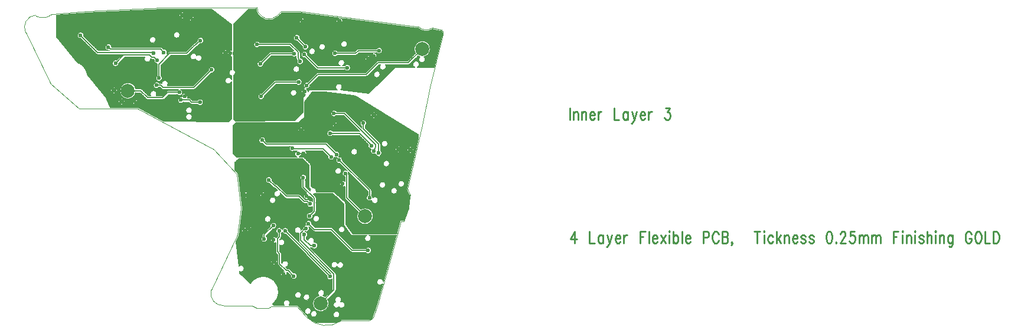
<source format=gbr>
*
*
G04 PADS 9.4.1 Build Number: 494907 generated Gerber (RS-274-X) file*
G04 PC Version=2.1*
*
%IN "MMSP_R_1.pcb"*%
*
%MOIN*%
*
%FSLAX35Y35*%
*
*
*
*
G04 PC Standard Apertures*
*
*
G04 Thermal Relief Aperture macro.*
%AMTER*
1,1,$1,0,0*
1,0,$1-$2,0,0*
21,0,$3,$4,0,0,45*
21,0,$3,$4,0,0,135*
%
*
*
G04 Annular Aperture macro.*
%AMANN*
1,1,$1,0,0*
1,0,$2,0,0*
%
*
*
G04 Odd Aperture macro.*
%AMODD*
1,1,$1,0,0*
1,0,$1-0.005,0,0*
%
*
*
G04 PC Custom Aperture Macros*
*
*
*
*
*
*
G04 PC Aperture Table*
*
%ADD010C,0.001*%
%ADD013C,0.01*%
%ADD015C,0.00787*%
%ADD035C,0.02362*%
%ADD037C,0.07874*%
%ADD043C,0.015*%
*
*
*
*
G04 PC Circuitry*
G04 Layer Name MMSP_R_1.pcb - circuitry*
%LPD*%
*
*
G04 PC Custom Flashes*
G04 Layer Name MMSP_R_1.pcb - flashes*
%LPD*%
*
*
G04 PC Circuitry*
G04 Layer Name MMSP_R_1.pcb - circuitry*
%LPD*%
*
G54D10*
G01X1179774Y1001378D02*
G75*
G03X1179774I-1821J0D01*
G01X1132727Y990945D02*
G03X1132727I-1821J0D01*
G01X1134302Y1004331D02*
G03X1134302I-1822J0D01*
G01X1161270Y1018504D02*
G03X1161270I-1821J0D01*
G01X1158711Y1031496D02*
G03X1158711I-1821J0D01*
G01X1148869Y1016929D02*
G03X1148869I-1822J0D01*
G01X1143160Y1014370D02*
G03X1143160I-1821J0D01*
G01X1137845Y1031299D02*
G03X1137845I-1821J0D01*
G01X1198672Y958661D02*
G03X1198672I-1822J0D01*
G01X1193554Y939567D02*
G03X1193554I-1822J0D01*
G01X1189420Y935630D02*
G03X1189420I-1822J0D01*
G01X1191782Y959055D02*
G03X1191782I-1821J0D01*
G01X1182924Y938976D02*
G03X1182924I-1822J0D01*
G01X1185089Y950984D02*
G03X1185089I-1821J0D01*
G01X1157924Y946850D02*
G03X1157924I-1822J0D01*
G01X1184105Y962205D02*
G03X1184105I-1822J0D01*
G01X1178003Y978346D02*
G03X1178003I-1822J0D01*
G01X1137058Y969882D02*
G03X1137058I-1822J0D01*
G01X1156546Y972441D02*
G03X1156546I-1822J0D01*
G01X1166979Y957677D02*
G03X1166979I-1822J0D01*
G01X1156940Y865748D02*
G03X1156940I-1822J0D01*
G01X1144145Y866142D02*
G03X1144145I-1822J0D01*
G01X1159893Y913780D02*
G03X1159893I-1822J0D01*
G01X1145522Y919882D02*
G03X1145522I-1821J0D01*
G01X1105759Y933071D02*
G03X1105759I-1822J0D01*
G01X1115601D02*
G03X1115601I-1821J0D01*
G01X1121704Y895669D02*
G03X1121704I-1822J0D01*
G01X1118160Y919685D02*
G03X1118160I-1821J0D01*
G01X1120916Y930315D02*
G03X1120916I-1822J0D01*
G01X1140798Y867717D02*
G03X1140798I-1822J0D01*
G01X1140011Y875591D02*
G03X1140011I-1822J0D01*
G01X1135286Y876772D02*
G03X1135286I-1821J0D01*
G01X1073672Y977362D02*
G03X1073672I-1822J0D01*
G01Y981102D02*
G03X1073672I-1822J0D01*
G01X1043948Y985236D02*
G03X1043948I-1822J0D01*
G01X1035680Y986024D02*
G03X1035680I-1822J0D01*
G01X1075837Y1032087D02*
G03X1075837I-1821J0D01*
G01X1066782Y1023622D02*
G03X1066782I-1821J0D01*
G01X1069932Y1034646D02*
G03X1069932I-1822J0D01*
G01X1053200Y1020866D02*
G03X1053200I-1822J0D01*
G01X1031349Y992323D02*
G03X1031349I-1821J0D01*
G01X1214785Y1024185D02*
G03X1214423Y1025781I-1777J437D01*
G01X1209402Y1026842*
X1201094Y1027657D02*
G03X1209402Y1026842I4690J5057D01*
G01X1201094Y1027657D02*
X1200197D01*
X1200113Y1027663D02*
G03X1200197Y1027657I84J635D01*
G01X1200113Y1027663D02*
X1133958Y1036359D01*
X1124281*
X1121520Y1033598*
X1121483Y1033564D02*
G03X1121520Y1033598I-416J487D01*
G01X1112831Y1033515D02*
G03X1121483Y1033564I4297J5144D01*
G01X1109778Y1038359D02*
G03X1112831Y1033515I5700J208D01*
G01X1109778Y1038359D02*
X1105556D01*
X1096900Y1029704*
Y1014013*
Y1012365D02*
G03Y1014013I-1624J824D01*
G01Y1012365D02*
Y1004068D01*
Y1000657D02*
G03Y1004068I-640J1705D01*
G01Y1000657D02*
Y976202D01*
X1098052Y975050*
X1098233*
X1098244D02*
G03X1098233I5J-887D01*
G01X1098244D02*
X1131275Y975236D01*
X1136170Y979943*
Y985810*
Y985816D02*
G03Y985810I888J-6D01*
G01Y985816D02*
Y988207D01*
X1137617Y989958*
X1137406Y993543D02*
G03X1137617Y989958I-201J-1811D01*
G01X1138715Y996870D02*
G03X1137406Y993543I-329J-1791D01*
G01X1138715Y996870D02*
X1143954Y1002109D01*
X1144685Y1002412D02*
G03X1143954Y1002109I0J-1034D01*
G01X1144685Y1002412D02*
X1171619D01*
X1177812Y1008605*
X1178543Y1008908D02*
G03X1177812Y1008605I0J-1034D01*
G01X1178543Y1008908D02*
X1195241D01*
X1199659Y1013326*
X1204481Y1011268D02*
G03X1199659Y1013326I-938J4480D01*
G01X1202309Y1011340D02*
G03X1204481Y1011268I1037J-1497D01*
G01X1201122Y1011864D02*
G03X1202309Y1011340I2421J3884D01*
G01X1201122Y1011864D02*
X1196401Y1007143D01*
X1195669Y1006840D02*
G03X1196401Y1007143I0J1034D01*
G01X1195669Y1006840D02*
X1182727D01*
X1179871D02*
G03X1182727I1428J-1131D01*
G01X1179871D02*
X1178972D01*
X1172779Y1000647*
X1172047Y1000344D02*
G03X1172779Y1000647I0J1034D01*
G01X1172047Y1000344D02*
X1145113D01*
X1140178Y995408*
X1138184Y993268D02*
G03X1140178Y995408I202J1811D01*
G01X1139025Y991663D02*
G03X1138184Y993268I-1820J69D01*
G01X1139025Y991663D02*
X1139937Y992767D01*
X1155499*
X1157491Y992765D02*
G03X1155499Y992767I-995J1526D01*
G01X1157491Y992765D02*
X1173208Y990801D01*
X1188169Y1005365*
X1199405*
X1200595D02*
G03X1199405I-595J1722D01*
G01X1200595D02*
X1210171D01*
X1214784Y1024185*
X1214785D02*
X1201328Y965388*
Y967460D01*
X1165937Y989199*
X1162114Y989814*
X1161973*
X1148538Y991485*
X1141233*
X1137058Y985810*
Y979943*
Y979936D02*
G03Y979943I-888J7D01*
G01Y979936D02*
Y977142D01*
X1133679Y974359*
X1133268*
X1131628Y974350*
X1131082Y974163D02*
G03X1131628Y974350I0J887D01*
G01X1131082Y974163D02*
X1098249D01*
X1096507Y972420*
Y956715*
X1098641Y954774*
X1099818*
X1099824D02*
G03X1099818I-0J-887D01*
G01X1099824D02*
X1132869D01*
Y958218D02*
G03Y954774I596J-1722D01*
G01Y958218D02*
X1131446D01*
X1128887Y960777D02*
G03X1131446Y958218I1428J-1131D01*
G01X1128887Y960777D02*
X1115551D01*
X1114820Y961080D02*
G03X1115551Y960777I731J731D01*
G01X1114820Y961080D02*
X1113518Y962382D01*
X1114981Y963844D02*
G03X1113518Y962382I-1792J329D01*
G01X1114981Y963844D02*
X1115980Y962845D01*
X1149409*
X1150141Y962542D02*
G03X1149409Y962845I-732J-731D01*
G01X1150141Y962542D02*
X1154789Y957894D01*
X1156324Y954737D02*
G03X1154789Y957894I-1206J1365D01*
G01X1158485Y952624D02*
G03X1156324Y954737I-1792J329D01*
G01X1158485Y952624D02*
X1174550Y936558D01*
X1174853Y935827D02*
G03X1174550Y936558I-1034J-0D01*
G01X1174853Y935827D02*
Y933193D01*
X1175640Y931742D02*
G03X1174853Y933193I-1821J-49D01*
G01X1174951Y930265D02*
G03X1175640Y931742I1821J50D01*
G01X1172785Y933193D02*
G03X1174951Y930265I1034J-1500D01*
G01X1172785Y933193D02*
Y935398D01*
X1161832Y946351*
X1161861Y944649D02*
G03X1161832Y946351I-1625J823D01*
G01X1161861Y944649D02*
Y932121D01*
X1168838Y925144*
X1167375Y923682D02*
G03X1168838Y925144I3885J-2422D01*
G01X1167375Y923682D02*
X1160095Y930962D01*
X1159793Y931693D02*
G03X1160095Y930962I1034J-0D01*
G01X1159792Y931693D02*
Y938139D01*
Y940995D02*
G03Y938139I-1131J-1428D01*
G01X1159793Y940995D02*
Y943706D01*
X1161115Y947068D02*
G03X1159793Y943706I-879J-1596D01*
G01X1161115Y947068D02*
X1157022Y951161D01*
X1155487Y954319D02*
G03X1157022Y951161I1206J-1366D01*
G01X1153986Y954675D02*
G03X1155487Y954319I1132J1427D01*
G01X1150374Y955053D02*
G03X1153986Y954675I1791J-329D01*
G01X1150374Y955053D02*
X1147209Y958218D01*
X1137611*
X1135096Y955686D02*
G03X1137611Y958218I1518J1007D01*
G01X1134060Y954774D02*
G03X1135096Y955686I-595J1722D01*
G01X1134060Y954774D02*
X1135806D01*
X1135812D02*
G03X1135806I-6J-887D01*
G01X1135812D02*
X1136438D01*
X1140404Y950808*
Y950537*
X1140601Y949979D02*
G03X1140404Y950537I-887J0D01*
G01X1140601Y949979D02*
Y938548D01*
X1141640Y937232*
X1143718Y935089D02*
G03X1141640Y937232I-1789J344D01*
G01X1143718Y935089D02*
X1152933D01*
X1152939D02*
G03X1152933I-6J-887D01*
G01X1152939D02*
X1153759D01*
X1160089Y929353*
Y928685*
X1160286Y928128D02*
G03X1160089Y928685I-887J-0D01*
G01X1160286Y928128D02*
Y916810D01*
X1164204Y911467*
X1189055*
X1190916Y918472*
X1191535Y918948D02*
G03X1190916Y918472I0J-641D01*
G01X1191535Y918948D02*
X1193037D01*
G03X1196238Y932838I-27584J13669*
G01X1194764Y936285*
X1194728Y936681D02*
G03X1194764Y936285I625J-144D01*
G01X1194728Y936681D02*
X1201328Y965388D01*
X1187382Y905169D02*
X1188820Y910580D01*
X1173430*
X1172239D02*
G03X1173430I596J-1722D01*
G01X1172239D02*
X1163805D01*
X1163799D02*
G03X1163805I6J887D01*
G01X1163799D02*
X1163754D01*
X1163753Y910581*
X1163080Y910957D02*
G03X1163753Y910581I725J510D01*
G01X1163080Y910957D02*
X1159364Y916237D01*
X1159202Y916748D02*
G03X1159364Y916237I887J0D01*
G01X1159202Y916748D02*
Y928313D01*
X1152933Y934202*
X1143331*
X1143325D02*
G03X1143331I6J887D01*
G01X1143325D02*
X1143272D01*
X1141976Y933612D02*
G03X1143272Y934202I-47J1821D01*
G01X1141976Y933612D02*
X1143203Y932385D01*
X1143506Y931654D02*
G03X1143203Y932385I-1035J-0D01*
G01X1143506Y931654D02*
Y928869D01*
X1143554Y928556D02*
G03X1143506Y928869I-1034J0D01*
G01X1143554Y928556D02*
Y924016D01*
X1143251Y923284D02*
G03X1143554Y924016I-731J732D01*
G01X1143251Y923284D02*
X1141752Y921786D01*
X1140290Y923248D02*
G03X1141752Y921786I-329J-1791D01*
G01X1140290Y923248D02*
X1141485Y924444D01*
Y926722*
X1138563Y928479D02*
G03X1141485Y926722I1791J-329D01*
G01X1138563Y928479D02*
X1138324Y928717D01*
X1136784*
X1136053Y929020D02*
G03X1136784Y928717I731J731D01*
G01X1136053Y929020D02*
X1133627Y931446D01*
X1126772*
X1126040Y931749D02*
G03X1126772Y931446I732J731D01*
G01X1126040Y931749D02*
X1123453Y934336D01*
X1121934Y935855D02*
G03X1123453Y934336I-280J-1800D01*
G01X1121934Y935855D02*
X1120635Y937155D01*
X1120472*
X1119741Y937458D02*
G03X1120472Y937155I731J731D01*
G01X1119741Y937458D02*
X1117258Y939941D01*
X1118721Y941403D02*
G03X1117258Y939941I-1792J329D01*
G01X1118721Y941403D02*
X1120901Y939223D01*
X1121063*
X1121794Y938920D02*
G03X1121063Y939223I-731J-731D01*
G01X1121794Y938920D02*
X1127200Y933515D01*
X1134055*
X1134786Y933212D02*
G03X1134055Y933515I-731J-732D01*
G01X1134786Y933212D02*
X1137212Y930786D01*
X1138752*
X1139484Y930483D02*
G03X1138752Y930786I-732J-732D01*
G01X1139484Y930483D02*
X1140025Y929941D01*
X1141437Y929615D02*
G03X1140025Y929941I-1083J-1465D01*
G01X1141437Y929615D02*
Y931225D01*
X1140195Y932467*
X1138176Y934487D02*
G03X1140195Y932467I210J-1810D01*
G01X1138176Y934487D02*
X1135686Y936977D01*
X1135383Y937708D02*
G03X1135686Y936977I1034J-0D01*
G01X1135383Y937708D02*
Y941611D01*
X1137452D02*
G03X1135383I-1035J1499D01*
G01X1137452D02*
Y938136D01*
X1140108Y935480*
X1140492Y936552D02*
G03X1140108Y935480I1437J-1119D01*
G01X1140492Y936552D02*
X1139714Y937382D01*
Y938239*
X1139708Y938247*
X1139517Y938797D02*
G03X1139708Y938247I887J-0D01*
G01X1139517Y938797D02*
Y950176D01*
X1135806Y953887*
X1099824*
X1097688Y951751*
Y947355*
X1099469Y945436*
X1099636Y945077D02*
G03X1099469Y945436I-636J-77D01*
G01X1099636Y945077D02*
X1101974Y925666D01*
X1101973Y925505D02*
G03X1101974Y925666I-635J85D01*
G01X1101973Y925505D02*
X1099973Y910505D01*
X1099916Y910312D02*
G03X1099973Y910505I-578J278D01*
G01X1099916Y910312D02*
X1098338Y907032D01*
X1099964Y893088*
X1100309Y890133D02*
G03X1099964Y893088I872J1599D01*
G01X1100309Y890133D02*
X1100441Y889000D01*
X1106507Y883339*
X1119065Y871618D02*
G03X1106507Y883339I-5285J6925D01*
G01X1119065Y871618D02*
X1119712Y871014D01*
X1125625*
X1128312D02*
G03X1125625I-1343J1230D01*
G01X1128312D02*
X1132826D01*
X1133302Y870802D02*
G03X1132826Y871014I-476J-428D01*
G01X1133302Y870802D02*
X1138825Y864654D01*
G03X1143329Y861467I10566J10156*
G01X1155453*
G03X1157692Y862733I-6062J13343*
G01X1158055Y862845D02*
G03X1157692Y862733I-0J-640D01*
G01X1158055Y862845D02*
X1173546D01*
G03X1175319Y864211I-288J2208*
G01X1177951Y871781*
X1181156Y883125*
X1181534Y884464D02*
G03X1181156Y883125I-1810J-212D01*
G01X1181534Y884464D02*
X1187382Y905169D01*
X1095816Y1014929D02*
Y1029700D01*
X1084480Y1038359*
X1057015*
X1015041Y1036361*
X996900Y1034901*
Y1022656*
X1008863Y1007997*
X1014526Y1001058D02*
G03X1008863Y1007997I-8620J-1255D01*
G01X1014526Y1001058D02*
X1024846Y988412D01*
X1027392Y982641*
X1043000*
X1043302Y982565D02*
G03X1043000Y982641I-302J-565D01*
G01X1043302Y982565D02*
X1057697Y974865D01*
X1094172Y974755*
X1095816Y976399*
Y997239*
Y998430D02*
G03Y997239I-1722J-595D01*
G01Y998430D02*
Y1000595D01*
Y1004129D02*
G03Y1000595I444J-1767D01*
G01Y1004129D02*
Y1011449D01*
X1093729Y1012227D02*
G03X1095816Y1011449I1547J962D01*
G01X1093870Y1014348D02*
G03X1093729Y1012227I-1547J-962D01*
G01X1095816Y1014929D02*
G03X1093870Y1014348I-540J-1740D01*
G01X1179774Y1001378D02*
G03X1179774I-1821J0D01*
G01X1174848Y1010373D02*
G03X1174365Y1011478I1333J1241D01*
X1174848Y1010373I-1334J-1242*
G01X1132727Y990945D02*
G03X1132727I-1821J0D01*
G01X1132359Y996013D02*
G03Y998082I1499J1034D01*
G01Y996013D02*
X1121098D01*
X1114390Y989305*
X1112927Y990768D02*
G03X1114390Y989305I-329J-1792D01*
G01X1112927Y990768D02*
X1119938Y997779D01*
X1120669Y998082D02*
G03X1119938Y997779I0J-1035D01*
G01X1120669Y998082D02*
X1132359D01*
X1134302Y1004331D02*
G03X1134302I-1822J0D01*
G01X1132972Y1009381D02*
G03X1134724Y1010481I1674J-720D01*
G01X1132972Y1009381D02*
X1132589Y1009993D01*
X1132430Y1010543D02*
G03X1132589Y1009993I1035J-0D01*
G01X1132430Y1010543D02*
Y1011564D01*
X1129800Y1011958D02*
G03X1132430Y1011564I1499J1034D01*
G01X1129800Y1011958D02*
X1118342D01*
X1113996Y1007612*
X1112534Y1009075D02*
G03X1113996Y1007612I-329J-1792D01*
G01X1112534Y1009075D02*
X1117182Y1013723D01*
X1117913Y1014026D02*
G03X1117182Y1013723I0J-1034D01*
G01X1117913Y1014026D02*
X1129800D01*
X1131089Y1014802D02*
G03X1129800Y1014026I210J-1810D01*
G01X1131089Y1014802D02*
X1128618Y1017273D01*
X1111736*
Y1019341D02*
G03Y1017273I-1500J-1034D01*
G01Y1019341D02*
X1129047D01*
X1129778Y1019038D02*
G03X1129047Y1019341I-731J-731D01*
G01X1129778Y1019038D02*
X1134196Y1014620D01*
X1134499Y1013889D02*
G03X1134196Y1014620I-1034J0D01*
G01X1134499Y1013889D02*
Y1010840D01*
X1134724Y1010481*
X1159721Y1004084D02*
G03Y1006152I1499J1034D01*
G01Y1004084D02*
X1144488D01*
X1143757Y1004387D02*
G03X1144488Y1004084I731J731D01*
G01X1143757Y1004387D02*
X1137337Y1010807D01*
X1138800Y1012269D02*
G03X1137337Y1010807I-1792J329D01*
G01X1138800Y1012269D02*
X1144917Y1006152D01*
X1157279*
X1158469D02*
G03X1157279I-595J1722D01*
G01X1158469D02*
X1159721D01*
X1177634Y1013730D02*
G03Y1015798I1500J1034D01*
G01Y1013730D02*
X1167948D01*
X1166676Y1012458*
X1165945Y1012155D02*
G03X1166676Y1012458I-0J1034D01*
G01X1165945Y1012155D02*
X1155830D01*
Y1014223D02*
G03Y1012155I-1499J-1034D01*
G01Y1014223D02*
X1165516D01*
X1166788Y1015495*
X1167520Y1015798D02*
G03X1166788Y1015495I-0J-1034D01*
G01X1167520Y1015798D02*
X1177634D01*
X1161270Y1018504D02*
G03X1161270I-1821J0D01*
G01X1158711Y1031496D02*
G03X1158711I-1821J0D01*
G01X1148869Y1016929D02*
G03X1148869I-1822J0D01*
G01X1143160Y1014370D02*
G03X1143160I-1821J0D01*
G01X1135824Y1017340D02*
G03X1137354Y1018734I1774J-411D01*
G01X1135824Y1017340D02*
X1132921Y1020242D01*
X1134452Y1021637D02*
G03X1132921Y1020242I-1775J410D01*
G01X1134452Y1021637D02*
X1137354Y1018734D01*
X1137845Y1031299D02*
G03X1137845I-1821J0D01*
G01X1198672Y958661D02*
G03X1198672I-1822J0D01*
G01X1193554Y939567D02*
G03X1193554I-1822J0D01*
G01X1189420Y935630D02*
G03X1189420I-1822J0D01*
G01X1191782Y959055D02*
G03X1191782I-1821J0D01*
G01X1182924Y938976D02*
G03X1182924I-1822J0D01*
G01X1185089Y950984D02*
G03X1185089I-1821J0D01*
G01X1157924Y946850D02*
G03X1157924I-1822J0D01*
G01X1177151Y956529D02*
G03X1179971Y958389I1786J361D01*
G01X1174754Y959203D02*
G03X1177151Y956529I1427J-1132D01*
G01X1173155Y961800D02*
G03X1174754Y959203I1648J-776D01*
G01X1173155Y961800D02*
X1167879Y967076D01*
X1153074*
Y969145D02*
G03Y967076I-1499J-1035D01*
G01Y969145D02*
X1168282D01*
X1159130Y978296*
X1155240*
Y980365D02*
G03Y978296I-1500J-1034D01*
G01Y980365D02*
X1159558D01*
X1160290Y980062D02*
G03X1159558Y980365I-732J-731D01*
G01X1160290Y980062D02*
X1169241Y971110D01*
Y972319*
X1171310D02*
G03X1169241I-1034J1500D01*
G01X1171310D02*
Y971098D01*
X1179668Y962739*
X1179971Y962008D02*
G03X1179668Y962739I-1034J-0D01*
G01X1179971Y962008D02*
Y958389D01*
X1184105Y962205D02*
G03X1184105I-1822J0D01*
G01X1178003Y978346D02*
G03X1178003I-1822J0D01*
G01X1137058Y969882D02*
G03X1137058I-1822J0D01*
G01X1156546Y972441D02*
G03X1156546I-1822J0D01*
G01X1166979Y957677D02*
G03X1166979I-1822J0D01*
G01X1156940Y865748D02*
G03X1156940I-1822J0D01*
G01X1156594Y870193D02*
G03X1157430Y872965I1477J1067D01*
G01X1154712Y873036D02*
G03X1156594Y870193I406J-1776D01*
G01X1157430Y872965D02*
G03X1154712Y873036I-1328J1248D01*
G01X1144145Y866142D02*
G03X1144145I-1822J0D01*
G01X1155568Y893087D02*
G03X1155652Y894512I1715J614D01*
X1155568Y893087I-1715J-614*
G01X1171532Y900934D02*
G03Y903003I1499J1035D01*
G01Y900934D02*
X1163976D01*
X1163245Y901237D02*
G03X1163976Y900934I731J732D01*
G01X1163245Y901237D02*
X1151737Y912745D01*
X1142717*
X1141985Y913048D02*
G03X1142717Y912745I732J732D01*
G01X1141985Y913048D02*
X1139699Y915334D01*
X1139551Y915313D02*
G03X1139699Y915334I-181J1813D01*
G01X1137276Y912695D02*
G03X1139551Y915313I716J1675D01*
G01X1137276Y912695D02*
X1137218Y912636D01*
X1138042Y909327D02*
G03X1137218Y912636I-1034J1500D01*
G01X1138042Y909327D02*
Y908499D01*
X1138931Y907610*
X1142279Y906493D02*
G03X1138931Y907610I-1531J987D01*
G01X1141317Y903559D02*
G03X1142279Y906493I1400J1165D01*
G01X1141317Y903559D02*
X1140645Y903498D01*
X1140260Y903535D02*
G03X1140645Y903498I291J993D01*
G01X1140260Y903535D02*
X1154471Y889324D01*
X1154774Y888593D02*
G03X1154471Y889324I-1034J-0D01*
G01X1154774Y888593D02*
Y879528D01*
X1154471Y878796D02*
G03X1154774Y879528I-731J732D01*
G01X1154471Y878796D02*
X1150144Y874469D01*
X1145322Y876528D02*
G03X1150144Y874469I938J-4481D01*
G01X1147494Y876455D02*
G03X1145322Y876528I-1037J1498D01*
G01X1148682Y875932D02*
G03X1147494Y876455I-2422J-3885D01*
G01X1148682Y875932D02*
X1152706Y879956D01*
Y885777*
X1149783Y887534D02*
G03X1152706Y885777I1792J-329D01*
G01X1149783Y887534D02*
X1138147Y899170D01*
X1137844Y899866D02*
G03X1138147Y899170I1034J36D01*
G01X1137844Y899866D02*
X1126510Y911200D01*
X1124508Y912272D02*
G03X1126510Y911200I1673J720D01*
G01X1123869Y911493D02*
G03X1124508Y912272I-1034J1499D01*
G01X1123869Y911493D02*
Y909602D01*
X1123566Y908871D02*
G03X1123869Y909602I-731J731D01*
G01X1123566Y908871D02*
X1122885Y908189D01*
Y907924*
Y905068D02*
G03Y907924I1131J1428D01*
G01Y905068D02*
Y901610D01*
X1123763Y900731*
X1124066Y900000D02*
G03X1123763Y900731I-1035J0D01*
G01X1124066Y900000D02*
Y894807D01*
X1124372Y894501*
X1126391Y892482D02*
G03X1124372Y894501I-210J1809D01*
G01X1126391Y892482D02*
X1127309Y891564D01*
X1127975*
X1128706Y891261D02*
G03X1127975Y891564I-731J-732D01*
G01X1128706Y891261D02*
X1130773Y889193D01*
X1129311Y887731D02*
G03X1130773Y889193I1791J-329D01*
G01X1129311Y887731D02*
X1127546Y889495D01*
X1126970*
X1125550Y890398D02*
G03X1126970Y889495I-156J-1815D01*
G01X1125550Y890398D02*
X1122300Y893647D01*
X1121997Y894379D02*
G03X1122300Y893647I1034J-0D01*
G01X1121997Y894379D02*
Y899572D01*
X1121119Y900450*
X1120816Y901181D02*
G03X1121119Y900450I1034J0D01*
G01X1120816Y901181D02*
Y906446D01*
X1120972Y909163D02*
G03X1120816Y906446I-1287J-1289D01*
G01X1121119Y909349D02*
G03X1120972Y909163I731J-731D01*
G01X1121119Y909349D02*
X1121800Y910030D01*
Y911493*
X1124508Y913712D02*
G03X1121800Y911493I-1673J-720D01*
G01X1127973Y912663D02*
G03X1124508Y913712I-1792J329D01*
G01X1127973Y912663D02*
X1139609Y901027D01*
X1139912Y900331D02*
G03X1139609Y901027I-1034J-36D01*
G01X1139912Y900331D02*
X1151246Y888996D01*
X1151867Y889003D02*
G03X1151246Y888996I-292J-1798D01*
G01X1151867Y889003D02*
X1134111Y906759D01*
X1133808Y907490D02*
G03X1134111Y906759I1035J0D01*
G01X1133808Y907490D02*
Y911646D01*
X1135089Y913433D02*
G03X1133808Y911646I-1821J-47D01*
G01X1135089Y913433D02*
X1136177Y914521D01*
X1137812Y916183D02*
G03X1136177Y914521I180J-1813D01*
G01X1141162Y916797D02*
G03X1137812Y916183I-1792J329D01*
G01X1141162Y916797D02*
X1143145Y914814D01*
X1152165*
X1152897Y914511D02*
G03X1152165Y914814I-732J-731D01*
G01X1152897Y914511D02*
X1164405Y903003D01*
X1171532*
X1159893Y913780D02*
G03X1159893I-1822J0D01*
G01X1145522Y919882D02*
G03X1145522I-1821J0D01*
G01X1104894Y912227D02*
G03X1104752Y914348I1405J1159D01*
X1104894Y912227I-1406J-1159*
G01X1105759Y933071D02*
G03X1105759I-1822J0D01*
G01X1115601D02*
G03X1115601I-1821J0D01*
G01X1121704Y895669D02*
G03X1121704I-1822J0D01*
G01X1119159Y914153D02*
G03X1117696Y915616I329J1792D01*
G01X1119159Y914153D02*
X1115404Y910398D01*
Y909964*
X1113336D02*
G03X1115404I1034J-1499D01*
G01X1113336D02*
Y910827D01*
X1113639Y911558D02*
G03X1113336Y910827I731J-731D01*
G01X1113639Y911558D02*
X1117696Y915616D01*
X1118160Y919685D02*
G03X1118160I-1821J0D01*
G01X1120916Y930315D02*
G03X1120916I-1822J0D01*
G01X1140798Y867717D02*
G03X1140798I-1822J0D01*
G01X1140011Y875591D02*
G03X1140011I-1822J0D01*
G01X1135286Y876772D02*
G03X1135286I-1821J0D01*
G01X1073672Y977362D02*
G03X1073672I-1822J0D01*
G01Y981102D02*
G03X1073672I-1822J0D01*
G01X1076650Y984596D02*
G03Y986664I1500J1034D01*
G01Y984596D02*
X1073327D01*
X1072595Y984899D02*
G03X1073327Y984596I732J731D01*
G01X1072595Y984899D02*
X1071717Y985777D01*
X1068822*
X1067708Y988592D02*
G03X1068822Y985777I-385J-1781D01*
G01X1070916Y987845D02*
G03X1067708Y988592I-1428J1131D01*
G01X1070916Y987845D02*
X1072146D01*
X1072877Y987542D02*
G03X1072146Y987845I-731J-731D01*
G01X1072877Y987542D02*
X1073755Y986664D01*
X1076650*
X1043948Y985236D02*
G03X1043948I-1822J0D01*
G01X1035680Y986024D02*
G03X1035680I-1822J0D01*
G01X1084317Y1002145D02*
G03X1082854Y1003608I329J1792D01*
G01X1084317Y1002145D02*
X1075338Y993166D01*
X1074606Y992863D02*
G03X1075338Y993166I0J1035D01*
G01X1074606Y992863D02*
X1067131D01*
X1065036Y990107D02*
G03X1067131Y992863I1499J1035D01*
G01X1065036Y990107D02*
X1060424D01*
X1057774Y987458*
X1057043Y987155D02*
G03X1057774Y987458I-0J1034D01*
G01X1057043Y987155D02*
X1048567D01*
X1047836Y987458D02*
G03X1048567Y987155I731J731D01*
G01X1047836Y987458D02*
X1044202Y991092D01*
X1041861*
Y993160D02*
G03Y991092I-4459J-1034D01*
G01Y993160D02*
X1044630D01*
X1045362Y992857D02*
G03X1044630Y993160I-732J-731D01*
G01X1045362Y992857D02*
X1048996Y989223D01*
X1050344*
X1053200D02*
G03X1050344I-1428J1131D01*
G01X1053200D02*
X1056615D01*
X1059264Y991873*
X1059996Y992176D02*
G03X1059264Y991873I-0J-1034D01*
G01X1059996Y992176D02*
X1065036D01*
X1065940Y992863D02*
G03X1065036Y992176I595J-1721D01*
G01X1065940Y992863D02*
X1057229D01*
X1056497Y993166D02*
G03X1057229Y992863I732J732D01*
G01X1056497Y993166D02*
X1055422Y994241D01*
X1055043*
Y996310D02*
G03Y994241I-1500J-1034D01*
G01Y996310D02*
X1055851D01*
X1056447Y996121D02*
G03X1055851Y996310I-596J-845D01*
G01X1059696Y994932D02*
G03X1056447Y996121I-1428J1131D01*
G01X1059696Y994932D02*
X1074178D01*
X1082854Y1003608*
X1075630Y1010065D02*
G03X1076141Y1011982I1732J565D01*
X1075630Y1010065I-1732J-565*
G01X1077874Y1018713D02*
G03X1076534Y1020289I472J1759D01*
G01X1077874Y1018713D02*
X1075111Y1016365D01*
X1071204Y1012458*
X1070472Y1012155D02*
G03X1071204Y1012458I0J1034D01*
G01X1070472Y1012155D02*
X1061452D01*
X1055956Y1006658*
Y1000712*
X1053887D02*
G03X1055956I1034J-1499D01*
G01X1053887D02*
Y1007087D01*
X1053946Y1007430D02*
G03X1053887Y1007087I975J-343D01*
G01X1052145Y1009581D02*
G03X1053946Y1007430I1792J-329D01*
G01X1052145Y1009581D02*
X1051759Y1009968D01*
X1050809*
X1050244Y1010135D02*
G03X1050809Y1009968I565J867D01*
G01X1046997Y1011170D02*
G03X1050244Y1010135I1428J-1131D01*
G01X1046997Y1011170D02*
X1035468D01*
X1032304Y1008006*
X1030841Y1009469D02*
G03X1032304Y1008006I-329J-1792D01*
G01X1030841Y1009469D02*
X1034117Y1012745D01*
X1020276*
X1019544Y1013048D02*
G03X1020276Y1012745I732J732D01*
G01X1019544Y1013048D02*
X1010959Y1021633D01*
X1012422Y1023096D02*
G03X1010959Y1021633I-1792J329D01*
G01X1012422Y1023096D02*
X1020704Y1014814D01*
X1026834*
X1026828Y1014820D02*
G03X1026834Y1014814I731J731D01*
G01X1026828Y1014820D02*
X1026707Y1014941D01*
X1028194Y1016585D02*
G03X1026707Y1014941I-1816J147D01*
G01X1028194Y1016585D02*
X1055906D01*
X1056637Y1016283D02*
G03X1055906Y1016585I-731J-732D01*
G01X1056637Y1016283D02*
X1057348Y1015571D01*
X1059273Y1012901D02*
G03X1057348Y1015571I-1596J879D01*
G01X1059273Y1012901D02*
X1060292Y1013920D01*
X1061024Y1014223D02*
G03X1060292Y1013920I-0J-1034D01*
G01X1061024Y1014223D02*
X1070044D01*
X1073678Y1017857*
X1073740Y1017914D02*
G03X1073678Y1017857I669J-788D01*
G01X1073740Y1017914D02*
X1076534Y1020289D01*
X1075837Y1032087D02*
G03X1075837I-1821J0D01*
G01X1066782Y1023622D02*
G03X1066782I-1821J0D01*
G01X1069932Y1034646D02*
G03X1069932I-1822J0D01*
G01X1053200Y1020866D02*
G03X1053200I-1822J0D01*
G01X1031349Y992323D02*
G03X1031349I-1821J0D01*
G01X1096900Y1024639D02*
X1214837D01*
X1096900Y1024549D02*
X1214836D01*
X1096900Y1024729D02*
X1214834D01*
X1096900Y1024459D02*
X1214830D01*
X1096900Y1024819D02*
X1214827D01*
X1096900Y1024369D02*
X1214820D01*
X1096900Y1024909D02*
X1214815D01*
X1096900Y1024279D02*
X1214805D01*
X1096900Y1024999D02*
X1214798D01*
X1096900Y1024189D02*
X1214785D01*
X1096900Y1025089D02*
X1214777D01*
X1096900Y1024099D02*
X1214763D01*
X1096900Y1025179D02*
X1214751D01*
X1096900Y1024009D02*
X1214741D01*
X1096900Y1025269D02*
X1214719D01*
X1096900Y1023919D02*
X1214719D01*
X1133058Y1023829D02*
X1214697D01*
X1096900Y1025359D02*
X1214683D01*
X1133354Y1023739D02*
X1214675D01*
X1133545Y1023649D02*
X1214653D01*
X1096900Y1025449D02*
X1214640D01*
X1133694Y1023559D02*
X1214631D01*
X1133816Y1023469D02*
X1214609D01*
X1096900Y1025539D02*
X1214591D01*
X1133920Y1023379D02*
X1214587D01*
X1134010Y1023289D02*
X1214565D01*
X1134089Y1023199D02*
X1214543D01*
X1096900Y1025629D02*
X1214536D01*
X1134158Y1023109D02*
X1214521D01*
X1134218Y1023019D02*
X1214499D01*
X1134271Y1022929D02*
X1214477D01*
X1096900Y1025719D02*
X1214472D01*
X1134318Y1022839D02*
X1214455D01*
X1134358Y1022749D02*
X1214432D01*
X1134393Y1022659D02*
X1214410D01*
X1134423Y1022569D02*
X1214388D01*
X1134447Y1022479D02*
X1214366D01*
X1134467Y1022389D02*
X1214344D01*
X1134481Y1022299D02*
X1214322D01*
X1134492Y1022209D02*
X1214300D01*
X1096900Y1025809D02*
X1214294D01*
X1134497Y1022119D02*
X1214278D01*
X1134499Y1022029D02*
X1214256D01*
X1134496Y1021939D02*
X1214234D01*
X1134488Y1021849D02*
X1214212D01*
X1134476Y1021759D02*
X1214190D01*
X1134459Y1021669D02*
X1214168D01*
X1134510Y1021579D02*
X1214146D01*
X1134600Y1021489D02*
X1214124D01*
X1134690Y1021399D02*
X1214102D01*
X1134780Y1021309D02*
X1214079D01*
X1134870Y1021219D02*
X1214057D01*
X1134960Y1021129D02*
X1214035D01*
X1135050Y1021039D02*
X1214013D01*
X1135140Y1020949D02*
X1213991D01*
X1135230Y1020859D02*
X1213969D01*
X1135320Y1020769D02*
X1213947D01*
X1135410Y1020679D02*
X1213925D01*
X1135500Y1020589D02*
X1213903D01*
X1135590Y1020499D02*
X1213881D01*
X1206842Y1025899D02*
X1213868D01*
X1135680Y1020409D02*
X1213859D01*
X1203795Y1020319D02*
X1213837D01*
X1204480Y1020229D02*
X1213815D01*
X1204838Y1020139D02*
X1213793D01*
X1205111Y1020049D02*
X1213771D01*
X1205339Y1019959D02*
X1213749D01*
X1205537Y1019869D02*
X1213726D01*
X1205713Y1019779D02*
X1213704D01*
X1205873Y1019689D02*
X1213682D01*
X1206019Y1019599D02*
X1213660D01*
X1206153Y1019509D02*
X1213638D01*
X1206278Y1019419D02*
X1213616D01*
X1206395Y1019329D02*
X1213594D01*
X1206505Y1019239D02*
X1213572D01*
X1206608Y1019149D02*
X1213550D01*
X1206705Y1019059D02*
X1213528D01*
X1206796Y1018969D02*
X1213506D01*
X1206883Y1018879D02*
X1213484D01*
X1206965Y1018789D02*
X1213462D01*
X1207313Y1025989D02*
X1213442D01*
X1207043Y1018699D02*
X1213440D01*
X1207117Y1018609D02*
X1213418D01*
X1207187Y1018519D02*
X1213396D01*
X1207254Y1018429D02*
X1213373D01*
X1207317Y1018339D02*
X1213351D01*
X1207377Y1018249D02*
X1213329D01*
X1207435Y1018159D02*
X1213307D01*
X1207489Y1018069D02*
X1213285D01*
X1207541Y1017979D02*
X1213263D01*
X1207590Y1017889D02*
X1213241D01*
X1207636Y1017799D02*
X1213219D01*
X1207680Y1017709D02*
X1213197D01*
X1207721Y1017619D02*
X1213175D01*
X1207760Y1017529D02*
X1213153D01*
X1207797Y1017439D02*
X1213131D01*
X1207832Y1017349D02*
X1213109D01*
X1207864Y1017259D02*
X1213087D01*
X1207895Y1017169D02*
X1213065D01*
X1207923Y1017079D02*
X1213043D01*
X1207950Y1016989D02*
X1213020D01*
X1207666Y1026079D02*
X1213016D01*
X1207974Y1016899D02*
X1212998D01*
X1207996Y1016809D02*
X1212976D01*
X1208017Y1016719D02*
X1212954D01*
X1208035Y1016629D02*
X1212932D01*
X1208052Y1016539D02*
X1212910D01*
X1208067Y1016449D02*
X1212888D01*
X1208080Y1016359D02*
X1212866D01*
X1208091Y1016269D02*
X1212844D01*
X1208101Y1016179D02*
X1212822D01*
X1208108Y1016089D02*
X1212800D01*
X1208114Y1015999D02*
X1212778D01*
X1208118Y1015909D02*
X1212756D01*
X1208120Y1015819D02*
X1212734D01*
X1208121Y1015729D02*
X1212712D01*
X1208120Y1015639D02*
X1212690D01*
X1208117Y1015549D02*
X1212667D01*
X1208112Y1015459D02*
X1212645D01*
X1208105Y1015369D02*
X1212623D01*
X1208097Y1015279D02*
X1212601D01*
X1207958Y1026169D02*
X1212590D01*
X1208087Y1015189D02*
X1212579D01*
X1208075Y1015099D02*
X1212557D01*
X1208061Y1015009D02*
X1212535D01*
X1208045Y1014919D02*
X1212513D01*
X1208028Y1014829D02*
X1212491D01*
X1208008Y1014739D02*
X1212469D01*
X1207987Y1014649D02*
X1212447D01*
X1207964Y1014559D02*
X1212425D01*
X1207938Y1014469D02*
X1212403D01*
X1207911Y1014379D02*
X1212381D01*
X1207882Y1014289D02*
X1212359D01*
X1207851Y1014199D02*
X1212337D01*
X1207817Y1014109D02*
X1212314D01*
X1207782Y1014019D02*
X1212292D01*
X1207744Y1013929D02*
X1212270D01*
X1207704Y1013839D02*
X1212248D01*
X1207661Y1013749D02*
X1212226D01*
X1207616Y1013659D02*
X1212204D01*
X1207569Y1013569D02*
X1212182D01*
X1208213Y1026259D02*
X1212164D01*
X1207519Y1013479D02*
X1212160D01*
X1207466Y1013389D02*
X1212138D01*
X1207410Y1013299D02*
X1212116D01*
X1207352Y1013209D02*
X1212094D01*
X1207290Y1013119D02*
X1212072D01*
X1207226Y1013029D02*
X1212050D01*
X1207157Y1012939D02*
X1212028D01*
X1207086Y1012849D02*
X1212006D01*
X1207010Y1012759D02*
X1211984D01*
X1206930Y1012669D02*
X1211961D01*
X1206846Y1012579D02*
X1211939D01*
X1206757Y1012489D02*
X1211917D01*
X1206664Y1012399D02*
X1211895D01*
X1206564Y1012309D02*
X1211873D01*
X1206458Y1012219D02*
X1211851D01*
X1206346Y1012129D02*
X1211829D01*
X1206226Y1012039D02*
X1211807D01*
X1206097Y1011949D02*
X1211785D01*
X1205957Y1011859D02*
X1211763D01*
X1205806Y1011769D02*
X1211741D01*
X1208440Y1026349D02*
X1211738D01*
X1205640Y1011679D02*
X1211719D01*
X1205455Y1011589D02*
X1211697D01*
X1205245Y1011499D02*
X1211675D01*
X1205001Y1011409D02*
X1211653D01*
X1204699Y1011319D02*
X1211631D01*
X1204528Y1011229D02*
X1211609D01*
X1204626Y1011139D02*
X1211586D01*
X1204712Y1011049D02*
X1211564D01*
X1204786Y1010959D02*
X1211542D01*
X1204852Y1010869D02*
X1211520D01*
X1204909Y1010779D02*
X1211498D01*
X1204960Y1010689D02*
X1211476D01*
X1205004Y1010599D02*
X1211454D01*
X1205042Y1010509D02*
X1211432D01*
X1205075Y1010419D02*
X1211410D01*
X1205102Y1010329D02*
X1211388D01*
X1205125Y1010239D02*
X1211366D01*
X1205142Y1010149D02*
X1211344D01*
X1205155Y1010059D02*
X1211322D01*
X1208646Y1026439D02*
X1211312D01*
X1205164Y1009969D02*
X1211300D01*
X1205168Y1009879D02*
X1211278D01*
X1205167Y1009789D02*
X1211256D01*
X1205162Y1009699D02*
X1211233D01*
X1205153Y1009609D02*
X1211211D01*
X1205139Y1009519D02*
X1211189D01*
X1205121Y1009429D02*
X1211167D01*
X1205097Y1009339D02*
X1211145D01*
X1205069Y1009249D02*
X1211123D01*
X1205035Y1009159D02*
X1211101D01*
X1204996Y1009069D02*
X1211079D01*
X1204950Y1008979D02*
X1211057D01*
X1204898Y1008889D02*
X1211035D01*
X1204839Y1008799D02*
X1211013D01*
X1204772Y1008709D02*
X1210991D01*
X1204696Y1008619D02*
X1210969D01*
X1204608Y1008529D02*
X1210947D01*
X1204507Y1008439D02*
X1210925D01*
X1204389Y1008349D02*
X1210903D01*
X1208835Y1026529D02*
X1210886D01*
X1204246Y1008259D02*
X1210880D01*
X1204065Y1008169D02*
X1210858D01*
X1203802Y1008079D02*
X1210836D01*
X1201583Y1007989D02*
X1210814D01*
X1201631Y1007899D02*
X1210792D01*
X1201672Y1007809D02*
X1210770D01*
X1201709Y1007719D02*
X1210748D01*
X1201739Y1007629D02*
X1210726D01*
X1201765Y1007539D02*
X1210704D01*
X1201785Y1007449D02*
X1210682D01*
X1201801Y1007359D02*
X1210660D01*
X1201813Y1007269D02*
X1210638D01*
X1201819Y1007179D02*
X1210616D01*
X1201822Y1007089D02*
X1210594D01*
X1201820Y1006999D02*
X1210572D01*
X1201813Y1006909D02*
X1210550D01*
X1201802Y1006819D02*
X1210527D01*
X1201786Y1006729D02*
X1210505D01*
X1201766Y1006639D02*
X1210483D01*
X1201740Y1006549D02*
X1210461D01*
X1209011Y1026619D02*
X1210460D01*
X1201710Y1006459D02*
X1210439D01*
X1201674Y1006369D02*
X1210417D01*
X1201633Y1006279D02*
X1210395D01*
X1201585Y1006189D02*
X1210373D01*
X1201531Y1006099D02*
X1210351D01*
X1201469Y1006009D02*
X1210329D01*
X1201398Y1005919D02*
X1210307D01*
X1201318Y1005829D02*
X1210285D01*
X1201225Y1005739D02*
X1210263D01*
X1201118Y1005649D02*
X1210241D01*
X1200992Y1005559D02*
X1210219D01*
X1200837Y1005469D02*
X1210197D01*
X1200634Y1005379D02*
X1210174D01*
X1209176Y1026709D02*
X1210034D01*
X1209331Y1026799D02*
X1209608D01*
X1096900Y1025899D02*
X1204726D01*
X1096900Y1025989D02*
X1204255D01*
X1096900Y1026079D02*
X1203902D01*
X1096900Y1026169D02*
X1203610D01*
X1096900Y1026259D02*
X1203356D01*
X1159607Y1020319D02*
X1203292D01*
X1096900Y1026349D02*
X1203129D01*
X1096900Y1026439D02*
X1202923D01*
X1201528Y1008079D02*
X1202891D01*
X1096900Y1026529D02*
X1202733D01*
X1201465Y1008169D02*
X1202628D01*
X1160035Y1020229D02*
X1202606D01*
X1096900Y1026619D02*
X1202557D01*
X1201395Y1008259D02*
X1202446D01*
X1096900Y1026709D02*
X1202392D01*
X1201314Y1008349D02*
X1202304D01*
X1200577Y1011319D02*
X1202279D01*
X1160253Y1020139D02*
X1202249D01*
X1096900Y1026799D02*
X1202238D01*
X1201221Y1008439D02*
X1202186D01*
X1200487Y1011229D02*
X1202164D01*
X1096900Y1026889D02*
X1202092D01*
X1200667Y1011409D02*
X1202086D01*
X1201113Y1008529D02*
X1202085D01*
X1200397Y1011139D02*
X1202066D01*
X1200986Y1008619D02*
X1201997D01*
X1200307Y1011049D02*
X1201981D01*
X1160414Y1020049D02*
X1201975D01*
X1096900Y1026979D02*
X1201954D01*
X1200829Y1008709D02*
X1201921D01*
X1200217Y1010959D02*
X1201907D01*
X1200622Y1008799D02*
X1201854D01*
X1200127Y1010869D02*
X1201841D01*
X1200757Y1011499D02*
X1201841D01*
X1096900Y1027069D02*
X1201822D01*
X1200267Y1008889D02*
X1201794D01*
X1200037Y1010779D02*
X1201784D01*
X1160545Y1019959D02*
X1201748D01*
X1198237Y1008979D02*
X1201743D01*
X1199947Y1010689D02*
X1201733D01*
X1198327Y1009069D02*
X1201697D01*
X1096900Y1027159D02*
X1201697D01*
X1199857Y1010599D02*
X1201689D01*
X1198417Y1009159D02*
X1201658D01*
X1199767Y1010509D02*
X1201651D01*
X1200847Y1011589D02*
X1201632D01*
X1198507Y1009249D02*
X1201624D01*
X1199677Y1010419D02*
X1201618D01*
X1198597Y1009339D02*
X1201596D01*
X1199587Y1010329D02*
X1201591D01*
X1096900Y1027249D02*
X1201577D01*
X1198687Y1009429D02*
X1201572D01*
X1199497Y1010239D02*
X1201568D01*
X1198777Y1009519D02*
X1201554D01*
X1199407Y1010149D02*
X1201551D01*
X1160655Y1019869D02*
X1201550D01*
X1198867Y1009609D02*
X1201540D01*
X1199317Y1010059D02*
X1201538D01*
X1198957Y1009699D02*
X1201530D01*
X1199227Y1009969D02*
X1201529D01*
X1199047Y1009789D02*
X1201526D01*
X1199137Y1009879D02*
X1201525D01*
X1096900Y1027339D02*
X1201463D01*
X1200937Y1011679D02*
X1201447D01*
X1160750Y1019779D02*
X1201374D01*
X1096900Y1027429D02*
X1201353D01*
X1201027Y1011769D02*
X1201281D01*
X1096900Y1027519D02*
X1201248D01*
X1160833Y1019689D02*
X1201214D01*
X1096900Y1027609D02*
X1201147D01*
X1201117Y1011859D02*
X1201129D01*
X1160905Y1019599D02*
X1201068D01*
X1160968Y1019509D02*
X1200933D01*
X1161024Y1019419D02*
X1200808D01*
X1161073Y1019329D02*
X1200691D01*
X1161116Y1019239D02*
X1200582D01*
X1161153Y1019149D02*
X1200479D01*
X1161184Y1019059D02*
X1200382D01*
X1161210Y1018969D02*
X1200290D01*
X1161232Y1018879D02*
X1200204D01*
X1161248Y1018789D02*
X1200122D01*
X1161260Y1018699D02*
X1200044D01*
X1161267Y1018609D02*
X1199970D01*
X1161270Y1018519D02*
X1199899D01*
X1096900Y1027699D02*
X1199839D01*
X1161269Y1018429D02*
X1199833D01*
X1161263Y1018339D02*
X1199769D01*
X1198147Y1008889D02*
X1199733D01*
X1161253Y1018249D02*
X1199709D01*
X1161237Y1018159D02*
X1199652D01*
X1180216Y1013299D02*
X1199631D01*
X1180329Y1013389D02*
X1199621D01*
X1161218Y1018069D02*
X1199598D01*
X1180425Y1013479D02*
X1199568D01*
X1161193Y1017979D02*
X1199546D01*
X1180083Y1013209D02*
X1199541D01*
X1180509Y1013569D02*
X1199518D01*
X1161163Y1017889D02*
X1199497D01*
X1180582Y1013659D02*
X1199470D01*
X1179916Y1013119D02*
X1199451D01*
X1161128Y1017799D02*
X1199451D01*
X1180647Y1013749D02*
X1199425D01*
X1161088Y1017709D02*
X1199407D01*
X1180703Y1013839D02*
X1199383D01*
X1198057Y1008799D02*
X1199378D01*
X1183091Y1005379D02*
X1199366D01*
X1161041Y1017619D02*
X1199365D01*
X1179689Y1013029D02*
X1199361D01*
X1180753Y1013929D02*
X1199343D01*
X1160987Y1017529D02*
X1199326D01*
X1180796Y1014019D02*
X1199305D01*
X1160927Y1017439D02*
X1199289D01*
X1177432Y1012939D02*
X1199271D01*
X1180834Y1014109D02*
X1199269D01*
X1160857Y1017349D02*
X1199255D01*
X1180866Y1014199D02*
X1199236D01*
X1160778Y1017259D02*
X1199222D01*
X1180892Y1014289D02*
X1199205D01*
X1160688Y1017169D02*
X1199192D01*
X1177521Y1012849D02*
X1199181D01*
X1180914Y1014379D02*
X1199175D01*
X1197967Y1008709D02*
X1199171D01*
X1160583Y1017079D02*
X1199163D01*
X1183105Y1005469D02*
X1199163D01*
X1096900Y1027789D02*
X1199155D01*
X1180931Y1014469D02*
X1199148D01*
X1160460Y1016989D02*
X1199137D01*
X1180944Y1014559D02*
X1199123D01*
X1160310Y1016899D02*
X1199113D01*
X1180952Y1014649D02*
X1199100D01*
X1177598Y1012759D02*
X1199091D01*
X1160116Y1016809D02*
X1199090D01*
X1180955Y1014739D02*
X1199078D01*
X1159811Y1016719D02*
X1199070D01*
X1180954Y1014829D02*
X1199059D01*
X1148844Y1016629D02*
X1199051D01*
X1180949Y1014919D02*
X1199041D01*
X1179544Y1016539D02*
X1199035D01*
X1180939Y1015009D02*
X1199026D01*
X1179826Y1016449D02*
X1199020D01*
X1197877Y1008619D02*
X1199014D01*
X1180924Y1015099D02*
X1199012D01*
X1183115Y1005559D02*
X1199008D01*
X1180014Y1016359D02*
X1199007D01*
X1177667Y1012669D02*
X1199001D01*
X1180905Y1015189D02*
X1199000D01*
X1180160Y1016269D02*
X1198995D01*
X1180881Y1015279D02*
X1198990D01*
X1180281Y1016179D02*
X1198986D01*
X1180852Y1015369D02*
X1198981D01*
X1180384Y1016089D02*
X1198978D01*
X1180818Y1015459D02*
X1198975D01*
X1180473Y1015999D02*
X1198973D01*
X1180778Y1015549D02*
X1198970D01*
X1180551Y1015909D02*
X1198969D01*
X1180732Y1015639D02*
X1198967D01*
X1180619Y1015819D02*
X1198966D01*
X1180679Y1015729D02*
X1198966D01*
X1177726Y1012579D02*
X1198911D01*
X1197787Y1008529D02*
X1198887D01*
X1183120Y1005649D02*
X1198882D01*
X1177779Y1012489D02*
X1198821D01*
X1197697Y1008439D02*
X1198779D01*
X1183121Y1005739D02*
X1198775D01*
X1177825Y1012399D02*
X1198731D01*
X1197607Y1008349D02*
X1198686D01*
X1183117Y1005829D02*
X1198682D01*
X1177865Y1012309D02*
X1198641D01*
X1197517Y1008259D02*
X1198605D01*
X1183109Y1005919D02*
X1198602D01*
X1177900Y1012219D02*
X1198551D01*
X1197427Y1008169D02*
X1198535D01*
X1183096Y1006009D02*
X1198531D01*
X1197337Y1008079D02*
X1198472D01*
X1096900Y1027879D02*
X1198470D01*
X1183079Y1006099D02*
X1198469D01*
X1177929Y1012129D02*
X1198461D01*
X1197247Y1007989D02*
X1198417D01*
X1183057Y1006189D02*
X1198415D01*
X1177953Y1012039D02*
X1198371D01*
X1197157Y1007899D02*
X1198369D01*
X1183029Y1006279D02*
X1198367D01*
X1197067Y1007809D02*
X1198328D01*
X1182997Y1006369D02*
X1198326D01*
X1196977Y1007719D02*
X1198291D01*
X1182959Y1006459D02*
X1198290D01*
X1177972Y1011949D02*
X1198281D01*
X1196887Y1007629D02*
X1198261D01*
X1182916Y1006549D02*
X1198260D01*
X1196797Y1007539D02*
X1198235D01*
X1182866Y1006639D02*
X1198234D01*
X1196707Y1007449D02*
X1198215D01*
X1182809Y1006729D02*
X1198214D01*
X1196617Y1007359D02*
X1198199D01*
X1182744Y1006819D02*
X1198198D01*
X1177986Y1011859D02*
X1198191D01*
X1196527Y1007269D02*
X1198187D01*
X1196041Y1006909D02*
X1198187D01*
X1196437Y1007179D02*
X1198181D01*
X1196220Y1006999D02*
X1198180D01*
X1196342Y1007089D02*
X1198178D01*
X1177996Y1011769D02*
X1198101D01*
X1178002Y1011679D02*
X1198011D01*
X1178003Y1011589D02*
X1197921D01*
X1177999Y1011499D02*
X1197831D01*
X1096900Y1027969D02*
X1197786D01*
X1177991Y1011409D02*
X1197741D01*
X1177979Y1011319D02*
X1197651D01*
X1177962Y1011229D02*
X1197561D01*
X1177940Y1011139D02*
X1197471D01*
X1177913Y1011049D02*
X1197381D01*
X1177881Y1010959D02*
X1197291D01*
X1177843Y1010869D02*
X1197201D01*
X1177800Y1010779D02*
X1197111D01*
X1096900Y1028059D02*
X1197101D01*
X1177750Y1010689D02*
X1197021D01*
X1177693Y1010599D02*
X1196931D01*
X1177629Y1010509D02*
X1196841D01*
X1177556Y1010419D02*
X1196751D01*
X1177472Y1010329D02*
X1196661D01*
X1177375Y1010239D02*
X1196571D01*
X1177263Y1010149D02*
X1196481D01*
X1096900Y1028149D02*
X1196416D01*
X1177129Y1010059D02*
X1196391D01*
X1176963Y1009969D02*
X1196301D01*
X1176735Y1009879D02*
X1196211D01*
X1174797Y1009789D02*
X1196121D01*
X1174772Y1009699D02*
X1196031D01*
X1174742Y1009609D02*
X1195941D01*
X1174706Y1009519D02*
X1195851D01*
X1174664Y1009429D02*
X1195761D01*
X1096900Y1028239D02*
X1195732D01*
X1174617Y1009339D02*
X1195671D01*
X1174562Y1009249D02*
X1195581D01*
X1174500Y1009159D02*
X1195491D01*
X1174430Y1009069D02*
X1195401D01*
X1174349Y1008979D02*
X1195311D01*
X1096900Y1028329D02*
X1195047D01*
X1096900Y1028419D02*
X1194363D01*
X1096900Y1028509D02*
X1193678D01*
X1096900Y1028599D02*
X1192993D01*
X1096900Y1028689D02*
X1192309D01*
X1096900Y1028779D02*
X1191624D01*
X1096900Y1028869D02*
X1190939D01*
X1096900Y1028959D02*
X1190255D01*
X1096900Y1029049D02*
X1189570D01*
X1096900Y1029139D02*
X1188886D01*
X1096900Y1029229D02*
X1188201D01*
X1183072Y1005289D02*
X1188090D01*
X1183048Y1005199D02*
X1187998D01*
X1183019Y1005109D02*
X1187905D01*
X1182985Y1005019D02*
X1187813D01*
X1182945Y1004929D02*
X1187721D01*
X1182900Y1004839D02*
X1187628D01*
X1182847Y1004749D02*
X1187536D01*
X1096900Y1029319D02*
X1187516D01*
X1182788Y1004659D02*
X1187443D01*
X1182720Y1004569D02*
X1187351D01*
X1182643Y1004479D02*
X1187258D01*
X1182555Y1004389D02*
X1187166D01*
X1182453Y1004299D02*
X1187073D01*
X1182333Y1004209D02*
X1186981D01*
X1182188Y1004119D02*
X1186888D01*
X1096900Y1029409D02*
X1186832D01*
X1182004Y1004029D02*
X1186796D01*
X1181730Y1003939D02*
X1186704D01*
X1175981Y1003849D02*
X1186611D01*
X1175891Y1003759D02*
X1186519D01*
X1175801Y1003669D02*
X1186426D01*
X1175711Y1003579D02*
X1186334D01*
X1175621Y1003489D02*
X1186241D01*
X1175531Y1003399D02*
X1186149D01*
X1136300Y1029499D02*
X1186147D01*
X1175441Y1003309D02*
X1186056D01*
X1175351Y1003219D02*
X1185964D01*
X1178456Y1003129D02*
X1185871D01*
X1178701Y1003039D02*
X1185779D01*
X1178875Y1002949D02*
X1185687D01*
X1179014Y1002859D02*
X1185594D01*
X1179129Y1002769D02*
X1185502D01*
X1136650Y1029589D02*
X1185462D01*
X1179228Y1002679D02*
X1185409D01*
X1179314Y1002589D02*
X1185317D01*
X1179389Y1002499D02*
X1185224D01*
X1179455Y1002409D02*
X1185132D01*
X1179513Y1002319D02*
X1185039D01*
X1179564Y1002229D02*
X1184947D01*
X1179608Y1002139D02*
X1184855D01*
X1157015Y1029679D02*
X1184778D01*
X1179646Y1002049D02*
X1184762D01*
X1179679Y1001959D02*
X1184670D01*
X1179707Y1001869D02*
X1184577D01*
X1179730Y1001779D02*
X1184485D01*
X1179748Y1001689D02*
X1184392D01*
X1179761Y1001599D02*
X1184300D01*
X1179770Y1001509D02*
X1184207D01*
X1179774Y1001419D02*
X1184115D01*
X1157468Y1029769D02*
X1184093D01*
X1179774Y1001329D02*
X1184022D01*
X1179769Y1001239D02*
X1183930D01*
X1179760Y1001149D02*
X1183838D01*
X1179746Y1001059D02*
X1183745D01*
X1179728Y1000969D02*
X1183653D01*
X1179705Y1000879D02*
X1183560D01*
X1179676Y1000789D02*
X1183468D01*
X1157688Y1029859D02*
X1183409D01*
X1179643Y1000699D02*
X1183375D01*
X1179604Y1000609D02*
X1183283D01*
X1179559Y1000519D02*
X1183190D01*
X1179508Y1000429D02*
X1183098D01*
X1179449Y1000339D02*
X1183005D01*
X1179382Y1000249D02*
X1182913D01*
X1179306Y1000159D02*
X1182821D01*
X1179219Y1000069D02*
X1182728D01*
X1157851Y1029949D02*
X1182724D01*
X1179119Y999979D02*
X1182636D01*
X1179002Y999889D02*
X1182543D01*
X1178861Y999799D02*
X1182451D01*
X1178682Y999709D02*
X1182358D01*
X1178425Y999619D02*
X1182266D01*
X1144298Y999529D02*
X1182173D01*
X1144208Y999439D02*
X1182081D01*
X1157983Y1030039D02*
X1182039D01*
X1144118Y999349D02*
X1181989D01*
X1144028Y999259D02*
X1181896D01*
X1143938Y999169D02*
X1181804D01*
X1143848Y999079D02*
X1181711D01*
X1143758Y998989D02*
X1181619D01*
X1143668Y998899D02*
X1181526D01*
X1143578Y998809D02*
X1181434D01*
X1158093Y1030129D02*
X1181355D01*
X1143488Y998719D02*
X1181341D01*
X1143398Y998629D02*
X1181249D01*
X1143308Y998539D02*
X1181156D01*
X1143218Y998449D02*
X1181064D01*
X1143128Y998359D02*
X1180972D01*
X1143038Y998269D02*
X1180879D01*
X1176071Y1003939D02*
X1180868D01*
X1142948Y998179D02*
X1180787D01*
X1142858Y998089D02*
X1180694D01*
X1158189Y1030219D02*
X1180670D01*
X1142768Y997999D02*
X1180602D01*
X1176161Y1004029D02*
X1180595D01*
X1142678Y997909D02*
X1180509D01*
X1142588Y997819D02*
X1180417D01*
X1176251Y1004119D02*
X1180410D01*
X1142498Y997729D02*
X1180324D01*
X1176341Y1004209D02*
X1180265D01*
X1142408Y997639D02*
X1180232D01*
X1176431Y1004299D02*
X1180146D01*
X1142318Y997549D02*
X1180140D01*
X1142228Y997459D02*
X1180047D01*
X1176521Y1004389D02*
X1180044D01*
X1158271Y1030309D02*
X1179985D01*
X1176611Y1004479D02*
X1179955D01*
X1142138Y997369D02*
X1179955D01*
X1176701Y1004569D02*
X1179878D01*
X1142048Y997279D02*
X1179862D01*
X1178951Y1006819D02*
X1179855D01*
X1176791Y1004659D02*
X1179811D01*
X1178861Y1006729D02*
X1179790D01*
X1141958Y997189D02*
X1179770D01*
X1176881Y1004749D02*
X1179751D01*
X1178771Y1006639D02*
X1179733D01*
X1176971Y1004839D02*
X1179699D01*
X1178681Y1006549D02*
X1179683D01*
X1141868Y997099D02*
X1179677D01*
X1177061Y1004929D02*
X1179653D01*
X1178591Y1006459D02*
X1179639D01*
X1177151Y1005019D02*
X1179613D01*
X1178501Y1006369D02*
X1179601D01*
X1141778Y997009D02*
X1179585D01*
X1177241Y1005109D02*
X1179579D01*
X1178411Y1006279D02*
X1179569D01*
X1177331Y1005199D02*
X1179550D01*
X1178321Y1006189D02*
X1179542D01*
X1177421Y1005289D02*
X1179527D01*
X1178231Y1006099D02*
X1179520D01*
X1177511Y1005379D02*
X1179508D01*
X1178141Y1006009D02*
X1179502D01*
X1177601Y1005469D02*
X1179493D01*
X1141688Y996919D02*
X1179492D01*
X1178051Y1005919D02*
X1179490D01*
X1177691Y1005559D02*
X1179484D01*
X1177961Y1005829D02*
X1179481D01*
X1177781Y1005649D02*
X1179479D01*
X1177871Y1005739D02*
X1179478D01*
X1141598Y996829D02*
X1179400D01*
X1141508Y996739D02*
X1179307D01*
X1158344Y1030399D02*
X1179301D01*
X1141418Y996649D02*
X1179215D01*
X1141328Y996559D02*
X1179123D01*
X1141238Y996469D02*
X1179030D01*
X1141148Y996379D02*
X1178938D01*
X1141058Y996289D02*
X1178845D01*
X1140968Y996199D02*
X1178753D01*
X1148827Y1016539D02*
X1178724D01*
X1156622Y996109D02*
X1178660D01*
X1158408Y1030489D02*
X1178616D01*
X1177329Y1013029D02*
X1178579D01*
X1157075Y996019D02*
X1178568D01*
X1157295Y995929D02*
X1178475D01*
X1148804Y1016449D02*
X1178441D01*
X1157457Y995839D02*
X1178383D01*
X1177208Y1013119D02*
X1178351D01*
X1174257Y1008889D02*
X1178343D01*
X1157589Y995749D02*
X1178290D01*
X1148777Y1016359D02*
X1178254D01*
X1157700Y995659D02*
X1178198D01*
X1177062Y1013209D02*
X1178185D01*
X1148745Y1016269D02*
X1178107D01*
X1157795Y995569D02*
X1178106D01*
X1174150Y1008799D02*
X1178080D01*
X1176875Y1013299D02*
X1178051D01*
X1157878Y995479D02*
X1178013D01*
X1148707Y1016179D02*
X1177986D01*
X1176593Y1013389D02*
X1177939D01*
X1174024Y1008709D02*
X1177933D01*
X1158464Y1030579D02*
X1177932D01*
X1157950Y995389D02*
X1177921D01*
X1148663Y1016089D02*
X1177884D01*
X1167697Y1013479D02*
X1177843D01*
X1158014Y995299D02*
X1177828D01*
X1173869Y1008619D02*
X1177826D01*
X1148613Y1015999D02*
X1177795D01*
X1167787Y1013569D02*
X1177759D01*
X1158070Y995209D02*
X1177736D01*
X1173666Y1008529D02*
X1177735D01*
X1148556Y1015909D02*
X1177717D01*
X1167877Y1013659D02*
X1177686D01*
X1148491Y1015819D02*
X1177649D01*
X1173327Y1008439D02*
X1177645D01*
X1158119Y995119D02*
X1177643D01*
X1159633Y1008349D02*
X1177555D01*
X1158162Y995029D02*
X1177551D01*
X1144388Y999619D02*
X1177480D01*
X1159655Y1008259D02*
X1177465D01*
X1158199Y994939D02*
X1177458D01*
X1175261Y1003129D02*
X1177449D01*
X1159672Y1008169D02*
X1177375D01*
X1158230Y994849D02*
X1177366D01*
X1159684Y1008079D02*
X1177285D01*
X1158257Y994759D02*
X1177274D01*
X1158513Y1030669D02*
X1177247D01*
X1144478Y999709D02*
X1177223D01*
X1175171Y1003039D02*
X1177204D01*
X1159692Y1007989D02*
X1177195D01*
X1158278Y994669D02*
X1177181D01*
X1159696Y1007899D02*
X1177105D01*
X1158295Y994579D02*
X1177089D01*
X1144568Y999799D02*
X1177045D01*
X1175081Y1002949D02*
X1177030D01*
X1159695Y1007809D02*
X1177015D01*
X1158307Y994489D02*
X1176996D01*
X1159689Y1007719D02*
X1176925D01*
X1158315Y994399D02*
X1176904D01*
X1144658Y999889D02*
X1176904D01*
X1174991Y1002859D02*
X1176892D01*
X1159679Y1007629D02*
X1176835D01*
X1158318Y994309D02*
X1176811D01*
X1144748Y999979D02*
X1176786D01*
X1174901Y1002769D02*
X1176776D01*
X1159665Y1007539D02*
X1176745D01*
X1158316Y994219D02*
X1176719D01*
X1144838Y1000069D02*
X1176686D01*
X1174811Y1002679D02*
X1176677D01*
X1159645Y1007449D02*
X1176655D01*
X1158310Y994129D02*
X1176626D01*
X1144928Y1000159D02*
X1176599D01*
X1174721Y1002589D02*
X1176592D01*
X1159621Y1007359D02*
X1176565D01*
X1158556Y1030759D02*
X1176562D01*
X1158300Y994039D02*
X1176534D01*
X1145018Y1000249D02*
X1176523D01*
X1174631Y1002499D02*
X1176517D01*
X1159592Y1007269D02*
X1176475D01*
X1145108Y1000339D02*
X1176457D01*
X1174541Y1002409D02*
X1176451D01*
X1158285Y993949D02*
X1176441D01*
X1172458Y1000429D02*
X1176398D01*
X1174451Y1002319D02*
X1176393D01*
X1159558Y1007179D02*
X1176385D01*
X1158266Y993859D02*
X1176349D01*
X1172623Y1000519D02*
X1176346D01*
X1174361Y1002229D02*
X1176342D01*
X1172739Y1000609D02*
X1176301D01*
X1174271Y1002139D02*
X1176298D01*
X1159518Y1007089D02*
X1176295D01*
X1172831Y1000699D02*
X1176262D01*
X1174181Y1002049D02*
X1176259D01*
X1158241Y993769D02*
X1176257D01*
X1172921Y1000789D02*
X1176229D01*
X1174091Y1001959D02*
X1176226D01*
X1159472Y1006999D02*
X1176205D01*
X1173011Y1000879D02*
X1176201D01*
X1174001Y1001869D02*
X1176198D01*
X1173101Y1000969D02*
X1176178D01*
X1173911Y1001779D02*
X1176176D01*
X1158212Y993679D02*
X1176164D01*
X1173191Y1001059D02*
X1176159D01*
X1173821Y1001689D02*
X1176158D01*
X1173281Y1001149D02*
X1176146D01*
X1173731Y1001599D02*
X1176145D01*
X1173371Y1001239D02*
X1176136D01*
X1173641Y1001509D02*
X1176136D01*
X1173461Y1001329D02*
X1176132D01*
X1173551Y1001419D02*
X1176132D01*
X1161556Y1006909D02*
X1176115D01*
X1158177Y993589D02*
X1176072D01*
X1161874Y1006819D02*
X1176025D01*
X1158136Y993499D02*
X1175979D01*
X1162072Y1006729D02*
X1175935D01*
X1158090Y993409D02*
X1175887D01*
X1158593Y1030849D02*
X1175878D01*
X1162224Y1006639D02*
X1175845D01*
X1158036Y993319D02*
X1175794D01*
X1167607Y1013389D02*
X1175769D01*
X1162348Y1006549D02*
X1175755D01*
X1157976Y993229D02*
X1175702D01*
X1162454Y1006459D02*
X1175665D01*
X1174818Y1009879D02*
X1175627D01*
X1157907Y993139D02*
X1175609D01*
X1162545Y1006369D02*
X1175575D01*
X1157828Y993049D02*
X1175517D01*
X1167517Y1013299D02*
X1175488D01*
X1162625Y1006279D02*
X1175485D01*
X1157738Y992959D02*
X1175424D01*
X1174833Y1009969D02*
X1175400D01*
X1162694Y1006189D02*
X1175395D01*
X1157634Y992869D02*
X1175332D01*
X1162756Y1006099D02*
X1175305D01*
X1167427Y1013209D02*
X1175300D01*
X1157511Y992779D02*
X1175240D01*
X1174844Y1010059D02*
X1175233D01*
X1162810Y1006009D02*
X1175215D01*
X1158624Y1030939D02*
X1175193D01*
X1167337Y1013119D02*
X1175154D01*
X1158103Y992689D02*
X1175147D01*
X1162857Y1005919D02*
X1175125D01*
X1174851Y1010149D02*
X1175099D01*
X1158823Y992599D02*
X1175055D01*
X1162898Y1005829D02*
X1175035D01*
X1167247Y1013029D02*
X1175033D01*
X1174853Y1010239D02*
X1174987D01*
X1159543Y992509D02*
X1174962D01*
X1162933Y1005739D02*
X1174945D01*
X1167157Y1012939D02*
X1174930D01*
X1174851Y1010329D02*
X1174890D01*
X1160263Y992419D02*
X1174870D01*
X1162963Y1005649D02*
X1174855D01*
X1167067Y1012849D02*
X1174842D01*
X1160983Y992329D02*
X1174777D01*
X1162988Y1005559D02*
X1174765D01*
X1166977Y1012759D02*
X1174764D01*
X1166887Y1012669D02*
X1174696D01*
X1161703Y992239D02*
X1174685D01*
X1163008Y1005469D02*
X1174675D01*
X1166797Y1012579D02*
X1174636D01*
X1162423Y992149D02*
X1174592D01*
X1163023Y1005379D02*
X1174585D01*
X1166707Y1012489D02*
X1174583D01*
X1166612Y1012399D02*
X1174537D01*
X1158650Y1031029D02*
X1174509D01*
X1163143Y992059D02*
X1174500D01*
X1166488Y1012309D02*
X1174497D01*
X1163034Y1005289D02*
X1174495D01*
X1166303Y1012219D02*
X1174463D01*
X1155812Y1012129D02*
X1174434D01*
X1173295Y1012039D02*
X1174410D01*
X1163863Y991969D02*
X1174408D01*
X1163040Y1005199D02*
X1174405D01*
X1173653Y1011949D02*
X1174390D01*
X1173860Y1011859D02*
X1174376D01*
X1174016Y1011769D02*
X1174366D01*
X1174345Y1011499D02*
X1174363D01*
X1174144Y1011679D02*
X1174361D01*
X1174252Y1011589D02*
X1174360D01*
X1163042Y1005109D02*
X1174315D01*
X1164583Y991879D02*
X1174315D01*
X1163039Y1005019D02*
X1174225D01*
X1165303Y991789D02*
X1174223D01*
X1163032Y1004929D02*
X1174135D01*
X1166023Y991699D02*
X1174130D01*
X1163021Y1004839D02*
X1174045D01*
X1166743Y991609D02*
X1174038D01*
X1163004Y1004749D02*
X1173955D01*
X1167463Y991519D02*
X1173945D01*
X1162983Y1004659D02*
X1173865D01*
X1168183Y991429D02*
X1173853D01*
X1158672Y1031119D02*
X1173824D01*
X1162957Y1004569D02*
X1173775D01*
X1168903Y991339D02*
X1173760D01*
X1162926Y1004479D02*
X1173685D01*
X1169623Y991249D02*
X1173668D01*
X1162890Y1004389D02*
X1173595D01*
X1170343Y991159D02*
X1173575D01*
X1162847Y1004299D02*
X1173505D01*
X1171063Y991069D02*
X1173483D01*
X1162799Y1004209D02*
X1173415D01*
X1171783Y990979D02*
X1173391D01*
X1162744Y1004119D02*
X1173325D01*
X1172503Y990889D02*
X1173298D01*
X1162680Y1004029D02*
X1173235D01*
X1162609Y1003939D02*
X1173145D01*
X1158689Y1031209D02*
X1173139D01*
X1162527Y1003849D02*
X1173055D01*
X1162433Y1003759D02*
X1172965D01*
X1162324Y1003669D02*
X1172875D01*
X1162194Y1003579D02*
X1172785D01*
X1155743Y1012039D02*
X1172768D01*
X1159606Y1008439D02*
X1172736D01*
X1162035Y1003489D02*
X1172695D01*
X1161822Y1003399D02*
X1172605D01*
X1161431Y1003309D02*
X1172515D01*
X1158701Y1031299D02*
X1172455D01*
X1133923Y1003219D02*
X1172425D01*
X1155665Y1011949D02*
X1172410D01*
X1159574Y1008529D02*
X1172397D01*
X1133849Y1003129D02*
X1172335D01*
X1133765Y1003039D02*
X1172245D01*
X1155575Y1011859D02*
X1172203D01*
X1159537Y1008619D02*
X1172194D01*
X1133667Y1002949D02*
X1172155D01*
X1133553Y1002859D02*
X1172065D01*
X1155471Y1011769D02*
X1172047D01*
X1159493Y1008709D02*
X1172039D01*
X1133418Y1002769D02*
X1171975D01*
X1155349Y1011679D02*
X1171919D01*
X1159444Y1008799D02*
X1171913D01*
X1133248Y1002679D02*
X1171885D01*
X1155201Y1011589D02*
X1171811D01*
X1159387Y1008889D02*
X1171806D01*
X1133013Y1002589D02*
X1171795D01*
X1158708Y1031389D02*
X1171770D01*
X1155010Y1011499D02*
X1171718D01*
X1159323Y1008979D02*
X1171714D01*
X1098076Y1002499D02*
X1171705D01*
X1154717Y1011409D02*
X1171637D01*
X1159249Y1009069D02*
X1171633D01*
X1139750Y1011319D02*
X1171566D01*
X1159166Y1009159D02*
X1171563D01*
X1139840Y1011229D02*
X1171504D01*
X1159069Y1009249D02*
X1171501D01*
X1139930Y1011139D02*
X1171449D01*
X1158957Y1009339D02*
X1171446D01*
X1140020Y1011049D02*
X1171401D01*
X1158823Y1009429D02*
X1171399D01*
X1140110Y1010959D02*
X1171359D01*
X1158657Y1009519D02*
X1171357D01*
X1140200Y1010869D02*
X1171323D01*
X1158430Y1009609D02*
X1171321D01*
X1140290Y1010779D02*
X1171292D01*
X1141370Y1009699D02*
X1171291D01*
X1140380Y1010689D02*
X1171267D01*
X1141280Y1009789D02*
X1171266D01*
X1140470Y1010599D02*
X1171246D01*
X1141190Y1009879D02*
X1171245D01*
X1140560Y1010509D02*
X1171230D01*
X1141100Y1009969D02*
X1171230D01*
X1140650Y1010419D02*
X1171219D01*
X1141010Y1010059D02*
X1171218D01*
X1140740Y1010329D02*
X1171212D01*
X1140920Y1010149D02*
X1171212D01*
X1140830Y1010239D02*
X1171210D01*
X1158711Y1031479D02*
X1171085D01*
X1158710Y1031569D02*
X1170401D01*
X1158704Y1031659D02*
X1169716D01*
X1158694Y1031749D02*
X1169032D01*
X1158679Y1031839D02*
X1168347D01*
X1158659Y1031929D02*
X1167662D01*
X1148417Y1015729D02*
X1167147D01*
X1158635Y1032019D02*
X1166978D01*
X1148333Y1015639D02*
X1166968D01*
X1148236Y1015549D02*
X1166846D01*
X1148123Y1015459D02*
X1166752D01*
X1147987Y1015369D02*
X1166662D01*
X1147818Y1015279D02*
X1166572D01*
X1147585Y1015189D02*
X1166482D01*
X1143008Y1015099D02*
X1166392D01*
X1154415Y1015009D02*
X1166302D01*
X1158605Y1032109D02*
X1166293D01*
X1154902Y1014919D02*
X1166212D01*
X1155124Y1014829D02*
X1166122D01*
X1155288Y1014739D02*
X1166032D01*
X1155421Y1014649D02*
X1165942D01*
X1155532Y1014559D02*
X1165852D01*
X1155627Y1014469D02*
X1165762D01*
X1155710Y1014379D02*
X1165672D01*
X1158570Y1032199D02*
X1165608D01*
X1155783Y1014289D02*
X1165582D01*
X1158530Y1032289D02*
X1164924D01*
X1158483Y1032379D02*
X1164239D01*
X1158430Y1032469D02*
X1163555D01*
X1158369Y1032559D02*
X1162870D01*
X1158300Y1032649D02*
X1162185D01*
X1158222Y1032739D02*
X1161501D01*
X1133988Y1003309D02*
X1161010D01*
X1159419Y1006909D02*
X1160885D01*
X1158132Y1032829D02*
X1160816D01*
X1134046Y1003399D02*
X1160619D01*
X1159359Y1006819D02*
X1160567D01*
X1134096Y1003489D02*
X1160406D01*
X1159291Y1006729D02*
X1160369D01*
X1134140Y1003579D02*
X1160246D01*
X1159213Y1006639D02*
X1160217D01*
X1158028Y1032919D02*
X1160131D01*
X1134177Y1003669D02*
X1160117D01*
X1159124Y1006549D02*
X1160093D01*
X1134210Y1003759D02*
X1160008D01*
X1159021Y1006459D02*
X1159987D01*
X1134237Y1003849D02*
X1159914D01*
X1158900Y1006369D02*
X1159896D01*
X1134259Y1003939D02*
X1159832D01*
X1158753Y1006279D02*
X1159816D01*
X1134277Y1004029D02*
X1159760D01*
X1158566Y1006189D02*
X1159747D01*
X1157905Y1033009D02*
X1159447D01*
X1135770Y1020319D02*
X1159290D01*
X1148857Y1016719D02*
X1159086D01*
X1135860Y1020229D02*
X1158863D01*
X1148865Y1016809D02*
X1158782D01*
X1157756Y1033099D02*
X1158762D01*
X1135950Y1020139D02*
X1158645D01*
X1148869Y1016899D02*
X1158588D01*
X1136040Y1020049D02*
X1158483D01*
X1148868Y1016989D02*
X1158438D01*
X1136130Y1019959D02*
X1158352D01*
X1148863Y1017079D02*
X1158314D01*
X1136220Y1019869D02*
X1158242D01*
X1148853Y1017169D02*
X1158210D01*
X1136310Y1019779D02*
X1158147D01*
X1148839Y1017259D02*
X1158119D01*
X1157563Y1033189D02*
X1158078D01*
X1136400Y1019689D02*
X1158065D01*
X1148820Y1017349D02*
X1158040D01*
X1136490Y1019599D02*
X1157993D01*
X1148796Y1017439D02*
X1157971D01*
X1136580Y1019509D02*
X1157929D01*
X1148767Y1017529D02*
X1157910D01*
X1136670Y1019419D02*
X1157873D01*
X1148733Y1017619D02*
X1157857D01*
X1136760Y1019329D02*
X1157825D01*
X1148694Y1017709D02*
X1157810D01*
X1136850Y1019239D02*
X1157782D01*
X1148648Y1017799D02*
X1157769D01*
X1136940Y1019149D02*
X1157745D01*
X1148596Y1017889D02*
X1157734D01*
X1137030Y1019059D02*
X1157714D01*
X1148536Y1017979D02*
X1157705D01*
X1137120Y1018969D02*
X1157687D01*
X1148468Y1018069D02*
X1157680D01*
X1137210Y1018879D02*
X1157666D01*
X1148391Y1018159D02*
X1157660D01*
X1137300Y1018789D02*
X1157650D01*
X1148303Y1018249D02*
X1157645D01*
X1147480Y1018699D02*
X1157638D01*
X1148201Y1018339D02*
X1157635D01*
X1147753Y1018609D02*
X1157630D01*
X1148082Y1018429D02*
X1157629D01*
X1147937Y1018519D02*
X1157627D01*
X1157265Y1033279D02*
X1157393D01*
X1141460Y1009609D02*
X1157318D01*
X1144880Y1006189D02*
X1157183D01*
X1141550Y1009519D02*
X1157091D01*
X1144790Y1006279D02*
X1156995D01*
X1141640Y1009429D02*
X1156925D01*
X1144700Y1006369D02*
X1156848D01*
X1141730Y1009339D02*
X1156791D01*
X1136856Y1029679D02*
X1156765D01*
X1144610Y1006459D02*
X1156727D01*
X1121243Y1033369D02*
X1156708D01*
X1141820Y1009249D02*
X1156679D01*
X1144520Y1006549D02*
X1156624D01*
X1141910Y1009159D02*
X1156582D01*
X1144430Y1006639D02*
X1156535D01*
X1121125Y1033279D02*
X1156515D01*
X1142000Y1009069D02*
X1156499D01*
X1144340Y1006729D02*
X1156457D01*
X1142090Y1008979D02*
X1156425D01*
X1144250Y1006819D02*
X1156389D01*
X1140878Y996109D02*
X1156371D01*
X1142180Y1008889D02*
X1156361D01*
X1144160Y1006909D02*
X1156329D01*
X1137012Y1029769D02*
X1156311D01*
X1142270Y1008799D02*
X1156304D01*
X1144070Y1006999D02*
X1156276D01*
X1142360Y1008709D02*
X1156255D01*
X1143980Y1007089D02*
X1156230D01*
X1121001Y1033189D02*
X1156216D01*
X1142450Y1008619D02*
X1156211D01*
X1143890Y1007179D02*
X1156190D01*
X1142540Y1008529D02*
X1156174D01*
X1143800Y1007269D02*
X1156156D01*
X1142630Y1008439D02*
X1156142D01*
X1143710Y1007359D02*
X1156127D01*
X1142720Y1008349D02*
X1156115D01*
X1143620Y1007449D02*
X1156103D01*
X1142810Y1008259D02*
X1156093D01*
X1137139Y1029859D02*
X1156091D01*
X1143530Y1007539D02*
X1156083D01*
X1142900Y1008169D02*
X1156076D01*
X1143440Y1007629D02*
X1156069D01*
X1142990Y1008079D02*
X1156064D01*
X1143350Y1007719D02*
X1156059D01*
X1143080Y1007989D02*
X1156056D01*
X1143260Y1007809D02*
X1156054D01*
X1143170Y1007899D02*
X1156053D01*
X1121357Y1033459D02*
X1156024D01*
X1136307Y1033099D02*
X1156024D01*
X1137246Y1029949D02*
X1155928D01*
X1140788Y996019D02*
X1155917D01*
X1136653Y1033009D02*
X1155875D01*
X1137339Y1030039D02*
X1155797D01*
X1136858Y1032919D02*
X1155752D01*
X1140698Y995929D02*
X1155698D01*
X1137419Y1030129D02*
X1155686D01*
X1137013Y1032829D02*
X1155648D01*
X1137490Y1030219D02*
X1155591D01*
X1137140Y1032739D02*
X1155558D01*
X1140608Y995839D02*
X1155535D01*
X1137552Y1030309D02*
X1155508D01*
X1138696Y992779D02*
X1155481D01*
X1137247Y1032649D02*
X1155479D01*
X1137607Y1030399D02*
X1155436D01*
X1137340Y1032559D02*
X1155410D01*
X1140518Y995749D02*
X1155403D01*
X1137655Y1030489D02*
X1155372D01*
X1138628Y992869D02*
X1155358D01*
X1137420Y1032469D02*
X1155349D01*
X1121465Y1033549D02*
X1155339D01*
X1137697Y1030579D02*
X1155316D01*
X1137491Y1032379D02*
X1155296D01*
X1140428Y995659D02*
X1155292D01*
X1137733Y1030669D02*
X1155267D01*
X1138552Y992959D02*
X1155254D01*
X1137553Y1032289D02*
X1155250D01*
X1137763Y1030759D02*
X1155224D01*
X1137608Y1032199D02*
X1155209D01*
X1140338Y995569D02*
X1155197D01*
X1137789Y1030849D02*
X1155187D01*
X1137656Y1032109D02*
X1155174D01*
X1138464Y993049D02*
X1155164D01*
X1137809Y1030939D02*
X1155155D01*
X1137697Y1032019D02*
X1155145D01*
X1137825Y1031029D02*
X1155129D01*
X1137733Y1031929D02*
X1155120D01*
X1140248Y995479D02*
X1155115D01*
X1137836Y1031119D02*
X1155108D01*
X1137764Y1031839D02*
X1155101D01*
X1137843Y1031209D02*
X1155091D01*
X1137789Y1031749D02*
X1155086D01*
X1138363Y993139D02*
X1155085D01*
X1137845Y1031299D02*
X1155079D01*
X1137809Y1031659D02*
X1155075D01*
X1137843Y1031389D02*
X1155071D01*
X1137825Y1031569D02*
X1155070D01*
X1137836Y1031479D02*
X1155068D01*
X1140181Y995389D02*
X1155042D01*
X1138244Y993229D02*
X1155016D01*
X1140194Y995299D02*
X1154978D01*
X1138856Y993319D02*
X1154956D01*
X1140203Y995209D02*
X1154922D01*
X1139113Y993409D02*
X1154903D01*
X1140207Y995119D02*
X1154873D01*
X1139292Y993499D02*
X1154856D01*
X1140207Y995029D02*
X1154830D01*
X1139434Y993589D02*
X1154815D01*
X1140202Y994939D02*
X1154793D01*
X1139551Y993679D02*
X1154780D01*
X1140193Y994849D02*
X1154762D01*
X1139652Y993769D02*
X1154751D01*
X1140179Y994759D02*
X1154735D01*
X1139739Y993859D02*
X1154727D01*
X1140161Y994669D02*
X1154714D01*
X1139815Y993949D02*
X1154707D01*
X1140138Y994579D02*
X1154697D01*
X1139881Y994039D02*
X1154692D01*
X1140109Y994489D02*
X1154685D01*
X1139940Y994129D02*
X1154682D01*
X1140076Y994399D02*
X1154678D01*
X1139992Y994219D02*
X1154676D01*
X1140037Y994309D02*
X1154674D01*
X1121560Y1033639D02*
X1154654D01*
X1143045Y1015009D02*
X1154246D01*
X1121650Y1033729D02*
X1153970D01*
X1139660Y1011409D02*
X1153945D01*
X1143076Y1014919D02*
X1153759D01*
X1139570Y1011499D02*
X1153651D01*
X1143102Y1014829D02*
X1153537D01*
X1139480Y1011589D02*
X1153460D01*
X1143123Y1014739D02*
X1153373D01*
X1139390Y1011679D02*
X1153312D01*
X1121740Y1033819D02*
X1153285D01*
X1143139Y1014649D02*
X1153241D01*
X1139300Y1011769D02*
X1153190D01*
X1143150Y1014559D02*
X1153130D01*
X1139210Y1011859D02*
X1153086D01*
X1143158Y1014469D02*
X1153034D01*
X1139120Y1011949D02*
X1152996D01*
X1143160Y1014379D02*
X1152951D01*
X1139030Y1012039D02*
X1152918D01*
X1143158Y1014289D02*
X1152878D01*
X1138940Y1012129D02*
X1152849D01*
X1143152Y1014199D02*
X1152814D01*
X1138850Y1012219D02*
X1152789D01*
X1143141Y1014109D02*
X1152758D01*
X1138806Y1012309D02*
X1152736D01*
X1143126Y1014019D02*
X1152709D01*
X1138819Y1012399D02*
X1152689D01*
X1143106Y1013929D02*
X1152666D01*
X1138826Y1012489D02*
X1152649D01*
X1143081Y1013839D02*
X1152629D01*
X1141669Y1012579D02*
X1152614D01*
X1121830Y1033909D02*
X1152601D01*
X1143051Y1013749D02*
X1152597D01*
X1141990Y1012669D02*
X1152585D01*
X1143016Y1013659D02*
X1152571D01*
X1142188Y1012759D02*
X1152561D01*
X1142975Y1013569D02*
X1152549D01*
X1142341Y1012849D02*
X1152541D01*
X1142927Y1013479D02*
X1152532D01*
X1142465Y1012939D02*
X1152526D01*
X1142873Y1013389D02*
X1152520D01*
X1142571Y1013029D02*
X1152516D01*
X1142812Y1013299D02*
X1152512D01*
X1142662Y1013119D02*
X1152510D01*
X1142742Y1013209D02*
X1152509D01*
X1121920Y1033999D02*
X1151916D01*
X1122010Y1034089D02*
X1151231D01*
X1122100Y1034179D02*
X1150547D01*
X1122190Y1034269D02*
X1149862D01*
X1122280Y1034359D02*
X1149178D01*
X1122370Y1034449D02*
X1148493D01*
X1122460Y1034539D02*
X1147808D01*
X1122550Y1034629D02*
X1147124D01*
X1138031Y1018699D02*
X1146615D01*
X1142966Y1015189D02*
X1146509D01*
X1122640Y1034719D02*
X1146439D01*
X1138304Y1018609D02*
X1146342D01*
X1142917Y1015279D02*
X1146276D01*
X1138488Y1018519D02*
X1146157D01*
X1142862Y1015369D02*
X1146107D01*
X1138633Y1018429D02*
X1146013D01*
X1142799Y1015459D02*
X1145972D01*
X1138752Y1018339D02*
X1145893D01*
X1142728Y1015549D02*
X1145859D01*
X1138854Y1018249D02*
X1145791D01*
X1142646Y1015639D02*
X1145761D01*
X1122730Y1034809D02*
X1145754D01*
X1138943Y1018159D02*
X1145703D01*
X1142552Y1015729D02*
X1145677D01*
X1139020Y1018069D02*
X1145626D01*
X1142443Y1015819D02*
X1145603D01*
X1139087Y1017979D02*
X1145558D01*
X1142314Y1015909D02*
X1145538D01*
X1139147Y1017889D02*
X1145499D01*
X1142155Y1015999D02*
X1145481D01*
X1139199Y1017799D02*
X1145447D01*
X1141943Y1016089D02*
X1145431D01*
X1139245Y1017709D02*
X1145401D01*
X1141556Y1016179D02*
X1145387D01*
X1139285Y1017619D02*
X1145361D01*
X1139296Y1016269D02*
X1145350D01*
X1139319Y1017529D02*
X1145327D01*
X1139328Y1016359D02*
X1145317D01*
X1139347Y1017439D02*
X1145298D01*
X1139356Y1016449D02*
X1145290D01*
X1139371Y1017349D02*
X1145275D01*
X1139378Y1016539D02*
X1145268D01*
X1139390Y1017259D02*
X1145256D01*
X1139395Y1016629D02*
X1145251D01*
X1139404Y1017169D02*
X1145241D01*
X1139408Y1016719D02*
X1145238D01*
X1139414Y1017079D02*
X1145232D01*
X1139416Y1016809D02*
X1145230D01*
X1139419Y1016989D02*
X1145227D01*
X1139420Y1016899D02*
X1145226D01*
X1122820Y1034899D02*
X1145070D01*
X1098081Y1002409D02*
X1144600D01*
X1122910Y1034989D02*
X1144385D01*
X1098081Y1002319D02*
X1144255D01*
X1134290Y1004119D02*
X1144222D01*
X1098077Y1002229D02*
X1144097D01*
X1134298Y1004209D02*
X1143996D01*
X1098068Y1002139D02*
X1143984D01*
X1098054Y1002049D02*
X1143893D01*
X1134302Y1004299D02*
X1143857D01*
X1098036Y1001959D02*
X1143803D01*
X1134301Y1004389D02*
X1143755D01*
X1098013Y1001869D02*
X1143713D01*
X1123000Y1035079D02*
X1143701D01*
X1134296Y1004479D02*
X1143665D01*
X1097986Y1001779D02*
X1143623D01*
X1134286Y1004569D02*
X1143575D01*
X1097952Y1001689D02*
X1143533D01*
X1134272Y1004659D02*
X1143485D01*
X1097914Y1001599D02*
X1143443D01*
X1134253Y1004749D02*
X1143395D01*
X1097869Y1001509D02*
X1143353D01*
X1134230Y1004839D02*
X1143305D01*
X1097818Y1001419D02*
X1143263D01*
X1134201Y1004929D02*
X1143215D01*
X1097760Y1001329D02*
X1143173D01*
X1134167Y1005019D02*
X1143125D01*
X1097694Y1001239D02*
X1143083D01*
X1134128Y1005109D02*
X1143035D01*
X1123090Y1035169D02*
X1143016D01*
X1097618Y1001149D02*
X1142993D01*
X1134082Y1005199D02*
X1142945D01*
X1097532Y1001059D02*
X1142903D01*
X1134030Y1005289D02*
X1142855D01*
X1097433Y1000969D02*
X1142813D01*
X1133970Y1005379D02*
X1142765D01*
X1097317Y1000879D02*
X1142723D01*
X1133903Y1005469D02*
X1142675D01*
X1097178Y1000789D02*
X1142633D01*
X1133826Y1005559D02*
X1142585D01*
X1097002Y1000699D02*
X1142543D01*
X1133738Y1005649D02*
X1142495D01*
X1096900Y1000609D02*
X1142453D01*
X1133636Y1005739D02*
X1142405D01*
X1096900Y1000519D02*
X1142363D01*
X1123180Y1035259D02*
X1142331D01*
X1133517Y1005829D02*
X1142315D01*
X1096900Y1000429D02*
X1142273D01*
X1133373Y1005919D02*
X1142225D01*
X1096900Y1000339D02*
X1142183D01*
X1133189Y1006009D02*
X1142135D01*
X1096900Y1000249D02*
X1142093D01*
X1132919Y1006099D02*
X1142045D01*
X1096900Y1000159D02*
X1142003D01*
X1113661Y1006189D02*
X1141955D01*
X1096900Y1000069D02*
X1141913D01*
X1113724Y1006279D02*
X1141865D01*
X1096900Y999979D02*
X1141823D01*
X1113780Y1006369D02*
X1141775D01*
X1096900Y999889D02*
X1141733D01*
X1113829Y1006459D02*
X1141685D01*
X1123270Y1035349D02*
X1141647D01*
X1096900Y999799D02*
X1141643D01*
X1113872Y1006549D02*
X1141595D01*
X1096900Y999709D02*
X1141553D01*
X1113908Y1006639D02*
X1141505D01*
X1096900Y999619D02*
X1141463D01*
X1113940Y1006729D02*
X1141415D01*
X1096900Y999529D02*
X1141373D01*
X1113966Y1006819D02*
X1141325D01*
X1096900Y999439D02*
X1141283D01*
X1135142Y1006909D02*
X1141235D01*
X1096900Y999349D02*
X1141193D01*
X1135390Y1006999D02*
X1141145D01*
X1139258Y1016179D02*
X1141121D01*
X1096900Y999259D02*
X1141103D01*
X1135565Y1007089D02*
X1141055D01*
X1096900Y999169D02*
X1141013D01*
X1138829Y1012579D02*
X1141008D01*
X1135704Y1007179D02*
X1140965D01*
X1123360Y1035439D02*
X1140962D01*
X1096900Y999079D02*
X1140923D01*
X1135820Y1007269D02*
X1140875D01*
X1096900Y998989D02*
X1140833D01*
X1135919Y1007359D02*
X1140785D01*
X1096900Y998899D02*
X1140743D01*
X1139215Y1016089D02*
X1140735D01*
X1136005Y1007449D02*
X1140695D01*
X1138828Y1012669D02*
X1140688D01*
X1134323Y998809D02*
X1140653D01*
X1136080Y1007539D02*
X1140605D01*
X1134583Y998719D02*
X1140563D01*
X1139165Y1015999D02*
X1140522D01*
X1136146Y1007629D02*
X1140515D01*
X1138822Y1012759D02*
X1140489D01*
X1134762Y998629D02*
X1140473D01*
X1136204Y1007719D02*
X1140425D01*
X1134904Y998539D02*
X1140383D01*
X1139107Y1015909D02*
X1140363D01*
X1138812Y1012849D02*
X1140337D01*
X1136255Y1007809D02*
X1140335D01*
X1135022Y998449D02*
X1140293D01*
X1123450Y1035529D02*
X1140277D01*
X1136300Y1007899D02*
X1140245D01*
X1139043Y1015819D02*
X1140234D01*
X1138797Y1012939D02*
X1140212D01*
X1135123Y998359D02*
X1140203D01*
X1136339Y1007989D02*
X1140155D01*
X1138969Y1015729D02*
X1140125D01*
X1135210Y998269D02*
X1140113D01*
X1138778Y1013029D02*
X1140106D01*
X1136372Y1008079D02*
X1140065D01*
X1138884Y1015639D02*
X1140031D01*
X1135286Y998179D02*
X1140023D01*
X1138754Y1013119D02*
X1140015D01*
X1136399Y1008169D02*
X1139975D01*
X1138787Y1015549D02*
X1139950D01*
X1138724Y1013209D02*
X1139935D01*
X1135353Y998089D02*
X1139933D01*
X1136422Y1008259D02*
X1139885D01*
X1138674Y1015459D02*
X1139878D01*
X1138755Y992689D02*
X1139873D01*
X1138690Y1013299D02*
X1139865D01*
X1135412Y997999D02*
X1139843D01*
X1138538Y1015369D02*
X1139815D01*
X1138649Y1013389D02*
X1139804D01*
X1138807Y992599D02*
X1139798D01*
X1136440Y1008349D02*
X1139795D01*
X1138369Y1015279D02*
X1139760D01*
X1135463Y997909D02*
X1139753D01*
X1138603Y1013479D02*
X1139750D01*
X1138853Y992509D02*
X1139724D01*
X1138136Y1015189D02*
X1139711D01*
X1136454Y1008439D02*
X1139705D01*
X1138550Y1013569D02*
X1139703D01*
X1133718Y1015099D02*
X1139669D01*
X1135509Y997819D02*
X1139663D01*
X1138489Y1013659D02*
X1139662D01*
X1138892Y992419D02*
X1139650D01*
X1133808Y1015009D02*
X1139633D01*
X1138420Y1013749D02*
X1139626D01*
X1136463Y1008529D02*
X1139615D01*
X1133898Y1014919D02*
X1139601D01*
X1138342Y1013839D02*
X1139596D01*
X1123540Y1035619D02*
X1139593D01*
X1133988Y1014829D02*
X1139576D01*
X1138926Y992329D02*
X1139575D01*
X1135548Y997729D02*
X1139573D01*
X1138252Y1013929D02*
X1139571D01*
X1134078Y1014739D02*
X1139555D01*
X1138149Y1014019D02*
X1139551D01*
X1134168Y1014649D02*
X1139538D01*
X1138027Y1014109D02*
X1139536D01*
X1134253Y1014559D02*
X1139527D01*
X1137878Y1014199D02*
X1139525D01*
X1136467Y1008619D02*
X1139525D01*
X1134321Y1014469D02*
X1139520D01*
X1137687Y1014289D02*
X1139519D01*
X1137394Y1014379D02*
X1139517D01*
X1138955Y992239D02*
X1139501D01*
X1135581Y997639D02*
X1139483D01*
X1136467Y1008709D02*
X1139435D01*
X1138978Y992149D02*
X1139427D01*
X1135610Y997549D02*
X1139393D01*
X1138997Y992059D02*
X1139352D01*
X1136462Y1008799D02*
X1139345D01*
X1135633Y997459D02*
X1139303D01*
X1139011Y991969D02*
X1139278D01*
X1136453Y1008889D02*
X1139255D01*
X1135651Y997369D02*
X1139213D01*
X1139021Y991879D02*
X1139204D01*
X1136440Y1008979D02*
X1139165D01*
X1139026Y991789D02*
X1139129D01*
X1135665Y997279D02*
X1139123D01*
X1136421Y1009069D02*
X1139075D01*
X1139026Y991699D02*
X1139055D01*
X1135674Y997189D02*
X1139033D01*
X1136398Y1009159D02*
X1138985D01*
X1135679Y997099D02*
X1138943D01*
X1123630Y1035709D02*
X1138908D01*
X1136370Y1009249D02*
X1138895D01*
X1135680Y997009D02*
X1138853D01*
X1136337Y1009339D02*
X1138805D01*
X1135675Y996919D02*
X1138763D01*
X1136298Y1009429D02*
X1138715D01*
X1136253Y1009519D02*
X1138625D01*
X1136202Y1009609D02*
X1138535D01*
X1136143Y1009699D02*
X1138445D01*
X1136077Y1009789D02*
X1138355D01*
X1136001Y1009879D02*
X1138265D01*
X1123720Y1035799D02*
X1138224D01*
X1135914Y1009969D02*
X1138175D01*
X1135814Y1010059D02*
X1138085D01*
X1135698Y1010149D02*
X1137995D01*
X1135557Y1010239D02*
X1137905D01*
X1135667Y996829D02*
X1137880D01*
X1135380Y1010329D02*
X1137815D01*
X1135126Y1010419D02*
X1137725D01*
X1135654Y996739D02*
X1137635D01*
X1134707Y1010509D02*
X1137635D01*
X1132397Y989899D02*
X1137568D01*
X1134651Y1010599D02*
X1137545D01*
X1123810Y1035889D02*
X1137539D01*
X1132329Y989809D02*
X1137494D01*
X1135636Y996649D02*
X1137462D01*
X1134594Y1010689D02*
X1137455D01*
X1132253Y989719D02*
X1137419D01*
X1137092Y1010779D02*
X1137365D01*
X1132165Y989629D02*
X1137345D01*
X1118673Y993589D02*
X1137338D01*
X1135613Y996559D02*
X1137324D01*
X1132064Y989539D02*
X1137271D01*
X1118763Y993679D02*
X1137220D01*
X1135586Y996469D02*
X1137208D01*
X1131945Y989449D02*
X1137196D01*
X1131801Y989359D02*
X1137122D01*
X1118853Y993769D02*
X1137120D01*
X1135553Y996379D02*
X1137110D01*
X1133628Y1015189D02*
X1137061D01*
X1131619Y989269D02*
X1137048D01*
X1118943Y993859D02*
X1137033D01*
X1135514Y996289D02*
X1137024D01*
X1131352Y989179D02*
X1136973D01*
X1119033Y993949D02*
X1136957D01*
X1135470Y996199D02*
X1136949D01*
X1134538Y1010779D02*
X1136924D01*
X1114417Y989089D02*
X1136899D01*
X1119123Y994039D02*
X1136890D01*
X1135420Y996109D02*
X1136883D01*
X1123900Y1035979D02*
X1136854D01*
X1119213Y994129D02*
X1136832D01*
X1133538Y1015279D02*
X1136827D01*
X1135362Y996019D02*
X1136825D01*
X1114420Y988999D02*
X1136825D01*
X1119303Y994219D02*
X1136780D01*
X1135296Y995929D02*
X1136775D01*
X1118583Y993499D02*
X1136759D01*
X1114419Y988909D02*
X1136750D01*
X1119393Y994309D02*
X1136735D01*
X1135221Y995839D02*
X1136730D01*
X1119483Y994399D02*
X1136696D01*
X1135136Y995749D02*
X1136692D01*
X1132456Y989989D02*
X1136677D01*
X1114413Y988819D02*
X1136676D01*
X1119573Y994489D02*
X1136662D01*
X1135037Y995659D02*
X1136659D01*
X1133448Y1015369D02*
X1136658D01*
X1119663Y994579D02*
X1136634D01*
X1134922Y995569D02*
X1136631D01*
X1134376Y1014379D02*
X1136622D01*
X1119753Y994669D02*
X1136611D01*
X1134785Y995479D02*
X1136609D01*
X1114403Y988729D02*
X1136601D01*
X1119843Y994759D02*
X1136592D01*
X1134612Y995389D02*
X1136591D01*
X1119933Y994849D02*
X1136579D01*
X1134369Y995299D02*
X1136577D01*
X1120023Y994939D02*
X1136570D01*
X1120293Y995209D02*
X1136569D01*
X1120113Y995029D02*
X1136565D01*
X1120203Y995119D02*
X1136565D01*
X1114389Y988639D02*
X1136527D01*
X1133358Y1015459D02*
X1136523D01*
X1118493Y993409D02*
X1136492D01*
X1114369Y988549D02*
X1136453D01*
X1132508Y990079D02*
X1136440D01*
X1134499Y1010869D02*
X1136436D01*
X1133268Y1015549D02*
X1136410D01*
X1114345Y988459D02*
X1136378D01*
X1134419Y1014289D02*
X1136329D01*
X1133178Y1015639D02*
X1136313D01*
X1118403Y993319D02*
X1136309D01*
X1114316Y988369D02*
X1136304D01*
X1132554Y990169D02*
X1136270D01*
X1114281Y988279D02*
X1136230D01*
X1133088Y1015729D02*
X1136228D01*
X1134499Y1010959D02*
X1136214D01*
X1114241Y988189D02*
X1136170D01*
X1114195Y988099D02*
X1136170D01*
X1114142Y988009D02*
X1136170D01*
X1114082Y987919D02*
X1136170D01*
X1114013Y987829D02*
X1136170D01*
X1113935Y987739D02*
X1136170D01*
X1113846Y987649D02*
X1136170D01*
X1113742Y987559D02*
X1136170D01*
X1113621Y987469D02*
X1136170D01*
X1113474Y987379D02*
X1136170D01*
X1113284Y987289D02*
X1136170D01*
X1112996Y987199D02*
X1136170D01*
X1096900Y987109D02*
X1136170D01*
X1096900Y987019D02*
X1136170D01*
X1096900Y986929D02*
X1136170D01*
X1096900Y986839D02*
X1136170D01*
X1096900Y986749D02*
X1136170D01*
X1096900Y986659D02*
X1136170D01*
X1096900Y986569D02*
X1136170D01*
X1096900Y986479D02*
X1136170D01*
X1096900Y986389D02*
X1136170D01*
X1096900Y986299D02*
X1136170D01*
X1096900Y986209D02*
X1136170D01*
X1096900Y986119D02*
X1136170D01*
X1096900Y986029D02*
X1136170D01*
X1096900Y985939D02*
X1136170D01*
X1096900Y985849D02*
X1136170D01*
X1096900Y985759D02*
X1136170D01*
X1096900Y985669D02*
X1136170D01*
X1096900Y985579D02*
X1136170D01*
X1096900Y985489D02*
X1136170D01*
X1096900Y985399D02*
X1136170D01*
X1096900Y985309D02*
X1136170D01*
X1096900Y985219D02*
X1136170D01*
X1096900Y985129D02*
X1136170D01*
X1096900Y985039D02*
X1136170D01*
X1096900Y984949D02*
X1136170D01*
X1096900Y984859D02*
X1136170D01*
X1096900Y984769D02*
X1136170D01*
X1096900Y984679D02*
X1136170D01*
X1096900Y984589D02*
X1136170D01*
X1096900Y984499D02*
X1136170D01*
X1096900Y984409D02*
X1136170D01*
X1096900Y984319D02*
X1136170D01*
X1096900Y984229D02*
X1136170D01*
X1096900Y984139D02*
X1136170D01*
X1096900Y984049D02*
X1136170D01*
X1096900Y983959D02*
X1136170D01*
X1096900Y983869D02*
X1136170D01*
X1096900Y983779D02*
X1136170D01*
X1096900Y983689D02*
X1136170D01*
X1096900Y983599D02*
X1136170D01*
X1096900Y983509D02*
X1136170D01*
X1096900Y983419D02*
X1136170D01*
X1096900Y983329D02*
X1136170D01*
X1096900Y983239D02*
X1136170D01*
X1096900Y983149D02*
X1136170D01*
X1096900Y983059D02*
X1136170D01*
X1096900Y982969D02*
X1136170D01*
X1096900Y982879D02*
X1136170D01*
X1096900Y982789D02*
X1136170D01*
X1096900Y982699D02*
X1136170D01*
X1096900Y982609D02*
X1136170D01*
X1096900Y982519D02*
X1136170D01*
X1096900Y982429D02*
X1136170D01*
X1096900Y982339D02*
X1136170D01*
X1096900Y982249D02*
X1136170D01*
X1096900Y982159D02*
X1136170D01*
X1096900Y982069D02*
X1136170D01*
X1096900Y981979D02*
X1136170D01*
X1096900Y981889D02*
X1136170D01*
X1096900Y981799D02*
X1136170D01*
X1096900Y981709D02*
X1136170D01*
X1096900Y981619D02*
X1136170D01*
X1096900Y981529D02*
X1136170D01*
X1096900Y981439D02*
X1136170D01*
X1096900Y981349D02*
X1136170D01*
X1096900Y981259D02*
X1136170D01*
X1096900Y981169D02*
X1136170D01*
X1096900Y981079D02*
X1136170D01*
X1096900Y980989D02*
X1136170D01*
X1096900Y980899D02*
X1136170D01*
X1096900Y980809D02*
X1136170D01*
X1096900Y980719D02*
X1136170D01*
X1096900Y980629D02*
X1136170D01*
X1096900Y980539D02*
X1136170D01*
X1096900Y980449D02*
X1136170D01*
X1096900Y980359D02*
X1136170D01*
X1096900Y980269D02*
X1136170D01*
X1096900Y980179D02*
X1136170D01*
X1096900Y980089D02*
X1136170D01*
X1096900Y979999D02*
X1136170D01*
X1123990Y1036069D02*
X1136170D01*
X1118313Y993229D02*
X1136166D01*
X1132998Y1015819D02*
X1136154D01*
X1134451Y1014199D02*
X1136137D01*
X1096900Y979909D02*
X1136135D01*
X1132593Y990259D02*
X1136134D01*
X1132908Y1015909D02*
X1136089D01*
X1134499Y1011049D02*
X1136050D01*
X1118223Y993139D02*
X1136047D01*
X1096900Y979819D02*
X1136042D01*
X1132818Y1015999D02*
X1136032D01*
X1132627Y990349D02*
X1136020D01*
X1134475Y1014109D02*
X1135989D01*
X1132728Y1016089D02*
X1135982D01*
X1096900Y979729D02*
X1135948D01*
X1118133Y993049D02*
X1135946D01*
X1132638Y1016179D02*
X1135939D01*
X1132655Y990439D02*
X1135922D01*
X1134499Y1011139D02*
X1135918D01*
X1132548Y1016269D02*
X1135901D01*
X1132458Y1016359D02*
X1135868D01*
X1134491Y1014019D02*
X1135867D01*
X1118043Y992959D02*
X1135858D01*
X1096900Y979639D02*
X1135854D01*
X1132368Y1016449D02*
X1135841D01*
X1132679Y990529D02*
X1135837D01*
X1132278Y1016539D02*
X1135819D01*
X1131468Y1017349D02*
X1135815D01*
X1134499Y1011229D02*
X1135807D01*
X1131558Y1017259D02*
X1135807D01*
X1132188Y1016629D02*
X1135802D01*
X1131648Y1017169D02*
X1135793D01*
X1132098Y1016719D02*
X1135789D01*
X1131738Y1017079D02*
X1135783D01*
X1117953Y992869D02*
X1135781D01*
X1132008Y1016809D02*
X1135781D01*
X1131828Y1016989D02*
X1135778D01*
X1131918Y1016899D02*
X1135777D01*
X1134498Y1013929D02*
X1135763D01*
X1132698Y990619D02*
X1135763D01*
X1096900Y979549D02*
X1135761D01*
X1096900Y1029499D02*
X1135747D01*
X1120871Y1033099D02*
X1135740D01*
X1131378Y1017439D02*
X1135725D01*
X1117863Y992779D02*
X1135714D01*
X1134499Y1011319D02*
X1135711D01*
X1132712Y990709D02*
X1135698D01*
X1134499Y1013839D02*
X1135674D01*
X1096900Y979459D02*
X1135667D01*
X1131432Y992689D02*
X1135654D01*
X1132721Y990799D02*
X1135640D01*
X1131288Y1017529D02*
X1135635D01*
X1134499Y1011409D02*
X1135628D01*
X1131669Y992599D02*
X1135602D01*
X1134499Y1013749D02*
X1135595D01*
X1132726Y990889D02*
X1135590D01*
X1096900Y979369D02*
X1135574D01*
X1131840Y992509D02*
X1135557D01*
X1134499Y1011499D02*
X1135556D01*
X1132727Y990979D02*
X1135546D01*
X1131198Y1017619D02*
X1135545D01*
X1134499Y1013659D02*
X1135527D01*
X1131976Y992419D02*
X1135517D01*
X1132723Y991069D02*
X1135508D01*
X1134499Y1011589D02*
X1135492D01*
X1124080Y1036159D02*
X1135485D01*
X1132090Y992329D02*
X1135483D01*
X1096900Y979279D02*
X1135480D01*
X1132715Y991159D02*
X1135476D01*
X1134499Y1013569D02*
X1135466D01*
X1132188Y992239D02*
X1135455D01*
X1131108Y1017709D02*
X1135455D01*
X1132702Y991249D02*
X1135448D01*
X1134499Y1011679D02*
X1135435D01*
X1132273Y992149D02*
X1135431D01*
X1132684Y991339D02*
X1135426D01*
X1134499Y1013479D02*
X1135413D01*
X1132347Y992059D02*
X1135413D01*
X1132662Y991429D02*
X1135409D01*
X1132412Y991969D02*
X1135398D01*
X1096900Y1029589D02*
X1135397D01*
X1132634Y991519D02*
X1135396D01*
X1120733Y1033009D02*
X1135394D01*
X1132470Y991879D02*
X1135389D01*
X1132602Y991609D02*
X1135387D01*
X1096900Y979189D02*
X1135386D01*
X1134499Y1011769D02*
X1135386D01*
X1132520Y991789D02*
X1135384D01*
X1132564Y991699D02*
X1135383D01*
X1134499Y1013389D02*
X1135367D01*
X1131018Y1017799D02*
X1135365D01*
X1134499Y1011859D02*
X1135343D01*
X1134499Y1013299D02*
X1135326D01*
X1134499Y1011949D02*
X1135306D01*
X1096900Y979099D02*
X1135293D01*
X1134499Y1013209D02*
X1135291D01*
X1130928Y1017889D02*
X1135275D01*
X1134499Y1012039D02*
X1135274D01*
X1134499Y1013119D02*
X1135262D01*
X1134499Y1012129D02*
X1135248D01*
X1134499Y1013029D02*
X1135238D01*
X1134499Y1012219D02*
X1135226D01*
X1134499Y1012939D02*
X1135218D01*
X1134499Y1012309D02*
X1135209D01*
X1134499Y1012849D02*
X1135203D01*
X1096900Y979009D02*
X1135199D01*
X1134499Y1012399D02*
X1135197D01*
X1134499Y1012759D02*
X1135193D01*
X1096900Y1029679D02*
X1135192D01*
X1134499Y1012489D02*
X1135190D01*
X1120588Y1032919D02*
X1135189D01*
X1134499Y1012669D02*
X1135188D01*
X1134499Y1012579D02*
X1135186D01*
X1130838Y1017979D02*
X1135185D01*
X1096900Y978919D02*
X1135106D01*
X1130748Y1018069D02*
X1135095D01*
X1096965Y1029769D02*
X1135036D01*
X1120434Y1032829D02*
X1135034D01*
X1096900Y978829D02*
X1135012D01*
X1130658Y1018159D02*
X1135005D01*
X1096900Y978739D02*
X1134918D01*
X1130568Y1018249D02*
X1134915D01*
X1097055Y1029859D02*
X1134909D01*
X1120270Y1032739D02*
X1134907D01*
X1096900Y978649D02*
X1134825D01*
X1130478Y1018339D02*
X1134825D01*
X1097145Y1029949D02*
X1134801D01*
X1124170Y1036249D02*
X1134800D01*
X1120094Y1032649D02*
X1134800D01*
X1130388Y1018429D02*
X1134735D01*
X1096900Y978559D02*
X1134731D01*
X1097235Y1030039D02*
X1134708D01*
X1119905Y1032559D02*
X1134707D01*
X1130298Y1018519D02*
X1134645D01*
X1096900Y978469D02*
X1134638D01*
X1097325Y1030129D02*
X1134628D01*
X1119698Y1032469D02*
X1134627D01*
X1097415Y1030219D02*
X1134557D01*
X1119469Y1032379D02*
X1134556D01*
X1130208Y1018609D02*
X1134555D01*
X1096900Y978379D02*
X1134544D01*
X1097505Y1030309D02*
X1134495D01*
X1119212Y1032289D02*
X1134494D01*
X1130118Y1018699D02*
X1134465D01*
X1096900Y978289D02*
X1134450D01*
X1097595Y1030399D02*
X1134440D01*
X1118914Y1032199D02*
X1134439D01*
X1097685Y1030489D02*
X1134392D01*
X1118548Y1032109D02*
X1134392D01*
X1130028Y1018789D02*
X1134375D01*
X1096900Y978199D02*
X1134357D01*
X1097775Y1030579D02*
X1134350D01*
X1118039Y1032019D02*
X1134350D01*
X1097865Y1030669D02*
X1134315D01*
X1099125Y1031929D02*
X1134314D01*
X1129938Y1018879D02*
X1134285D01*
X1097955Y1030759D02*
X1134284D01*
X1099035Y1031839D02*
X1134284D01*
X1096900Y978109D02*
X1134263D01*
X1098045Y1030849D02*
X1134259D01*
X1098945Y1031749D02*
X1134258D01*
X1098135Y1030939D02*
X1134238D01*
X1098855Y1031659D02*
X1134238D01*
X1098225Y1031029D02*
X1134222D01*
X1098765Y1031569D02*
X1134222D01*
X1098315Y1031119D02*
X1134211D01*
X1098675Y1031479D02*
X1134211D01*
X1098405Y1031209D02*
X1134204D01*
X1098585Y1031389D02*
X1134204D01*
X1098495Y1031299D02*
X1134202D01*
X1129848Y1018969D02*
X1134195D01*
X1096900Y978019D02*
X1134170D01*
X1113987Y1006909D02*
X1134149D01*
X1124260Y1036339D02*
X1134116D01*
X1129757Y1019059D02*
X1134105D01*
X1096900Y977929D02*
X1134076D01*
X1129648Y1019149D02*
X1134015D01*
X1096900Y977839D02*
X1133982D01*
X1129496Y1019239D02*
X1133925D01*
X1114004Y1006999D02*
X1133901D01*
X1096900Y977749D02*
X1133889D01*
X1129208Y1019329D02*
X1133835D01*
X1096900Y977659D02*
X1133795D01*
X1111679Y1019419D02*
X1133745D01*
X1114016Y1007089D02*
X1133726D01*
X1096900Y977569D02*
X1133702D01*
X1111605Y1019509D02*
X1133655D01*
X1096900Y977479D02*
X1133608D01*
X1114023Y1007179D02*
X1133587D01*
X1111521Y1019599D02*
X1133565D01*
X1096900Y977389D02*
X1133514D01*
X1111424Y1019689D02*
X1133475D01*
X1114026Y1007269D02*
X1133471D01*
X1096900Y977299D02*
X1133421D01*
X1096900Y998809D02*
X1133394D01*
X1111310Y1019779D02*
X1133385D01*
X1114025Y1007359D02*
X1133372D01*
X1120383Y995299D02*
X1133347D01*
X1096900Y977209D02*
X1133327D01*
X1111174Y1019869D02*
X1133295D01*
X1114019Y1007449D02*
X1133286D01*
X1096900Y977119D02*
X1133234D01*
X1114008Y1007539D02*
X1133211D01*
X1111005Y1019959D02*
X1133205D01*
X1114013Y1007629D02*
X1133145D01*
X1096900Y977029D02*
X1133140D01*
X1096900Y998719D02*
X1133134D01*
X1110770Y1020049D02*
X1133115D01*
X1120473Y995389D02*
X1133105D01*
X1114103Y1007719D02*
X1133087D01*
X1096900Y976939D02*
X1133046D01*
X1114193Y1007809D02*
X1133036D01*
X1096900Y1020139D02*
X1133025D01*
X1114283Y1007899D02*
X1132991D01*
X1115723Y1009339D02*
X1132955D01*
X1096900Y998629D02*
X1132954D01*
X1096900Y976849D02*
X1132953D01*
X1114373Y1007989D02*
X1132953D01*
X1115813Y1009429D02*
X1132943D01*
X1132784Y1020229D02*
X1132935D01*
X1120563Y995479D02*
X1132932D01*
X1115633Y1009249D02*
X1132921D01*
X1114463Y1008079D02*
X1132920D01*
X1115543Y1009159D02*
X1132893D01*
X1114553Y1008169D02*
X1132892D01*
X1115903Y1009519D02*
X1132886D01*
X1115453Y1009069D02*
X1132870D01*
X1114643Y1008259D02*
X1132869D01*
X1096900Y976759D02*
X1132859D01*
X1115363Y1008979D02*
X1132852D01*
X1114733Y1008349D02*
X1132851D01*
X1115273Y1008889D02*
X1132838D01*
X1114823Y1008439D02*
X1132838D01*
X1115993Y1009609D02*
X1132830D01*
X1115183Y1008799D02*
X1132829D01*
X1114913Y1008529D02*
X1132829D01*
X1115093Y1008709D02*
X1132825D01*
X1115003Y1008619D02*
X1132824D01*
X1096900Y998539D02*
X1132812D01*
X1120653Y995569D02*
X1132794D01*
X1116083Y1009699D02*
X1132773D01*
X1096900Y976669D02*
X1132766D01*
X1116173Y1009789D02*
X1132717D01*
X1096900Y998449D02*
X1132694D01*
X1120743Y995659D02*
X1132679D01*
X1096900Y976579D02*
X1132672D01*
X1116263Y1009879D02*
X1132660D01*
X1116353Y1009969D02*
X1132604D01*
X1096900Y998359D02*
X1132594D01*
X1120833Y995749D02*
X1132581D01*
X1096900Y976489D02*
X1132578D01*
X1096900Y1020229D02*
X1132571D01*
X1116443Y1010059D02*
X1132550D01*
X1116533Y1010149D02*
X1132508D01*
X1096900Y998269D02*
X1132507D01*
X1120923Y995839D02*
X1132495D01*
X1096900Y976399D02*
X1132485D01*
X1116623Y1010239D02*
X1132476D01*
X1116713Y1010329D02*
X1132453D01*
X1116803Y1010419D02*
X1132438D01*
X1116893Y1010509D02*
X1132431D01*
X1096900Y998179D02*
X1132431D01*
X1132342Y1011499D02*
X1132430D01*
X1132200Y1011409D02*
X1132430D01*
X1132019Y1011319D02*
X1132430D01*
X1131756Y1011229D02*
X1132430D01*
X1117523Y1011139D02*
X1132430D01*
X1117433Y1011049D02*
X1132430D01*
X1117343Y1010959D02*
X1132430D01*
X1117253Y1010869D02*
X1132430D01*
X1117163Y1010779D02*
X1132430D01*
X1117073Y1010689D02*
X1132430D01*
X1116983Y1010599D02*
X1132430D01*
X1121013Y995929D02*
X1132420D01*
X1096900Y976309D02*
X1132391D01*
X1096900Y998089D02*
X1132364D01*
X1096900Y976219D02*
X1132298D01*
X1096900Y1023829D02*
X1132296D01*
X1096974Y976129D02*
X1132204D01*
X1097064Y976039D02*
X1132110D01*
X1096900Y1020319D02*
X1132102D01*
X1113588Y1006099D02*
X1132041D01*
X1097154Y975949D02*
X1132017D01*
X1096900Y1023739D02*
X1132001D01*
X1098067Y1002589D02*
X1131948D01*
X1097244Y975859D02*
X1131923D01*
X1096900Y1020409D02*
X1131881D01*
X1097334Y975769D02*
X1131830D01*
X1096900Y1023649D02*
X1131809D01*
X1113506Y1006009D02*
X1131771D01*
X1097424Y975679D02*
X1131736D01*
X1096900Y1020499D02*
X1131718D01*
X1098054Y1002679D02*
X1131713D01*
X1096900Y1023559D02*
X1131660D01*
X1097514Y975589D02*
X1131642D01*
X1113411Y1005919D02*
X1131588D01*
X1096900Y1020589D02*
X1131586D01*
X1097604Y975499D02*
X1131549D01*
X1098036Y1002769D02*
X1131543D01*
X1096900Y1023469D02*
X1131538D01*
X1096900Y1020679D02*
X1131475D01*
X1097694Y975409D02*
X1131455D01*
X1113301Y1005829D02*
X1131444D01*
X1096900Y1023379D02*
X1131434D01*
X1098013Y1002859D02*
X1131407D01*
X1096900Y1020769D02*
X1131380D01*
X1097784Y975319D02*
X1131362D01*
X1096900Y1023289D02*
X1131344D01*
X1113170Y1005739D02*
X1131324D01*
X1096900Y1020859D02*
X1131297D01*
X1097985Y1002949D02*
X1131294D01*
X1096900Y1023199D02*
X1131266D01*
X1096900Y1020949D02*
X1131224D01*
X1113008Y1005649D02*
X1131223D01*
X1096900Y1023109D02*
X1131197D01*
X1097951Y1003039D02*
X1131196D01*
X1096900Y1021039D02*
X1131160D01*
X1096900Y1023019D02*
X1131136D01*
X1112791Y1005559D02*
X1131135D01*
X1097912Y1003129D02*
X1131112D01*
X1096900Y1021129D02*
X1131104D01*
X1096900Y1022929D02*
X1131083D01*
X1096900Y1014829D02*
X1131062D01*
X1112363Y1005469D02*
X1131058D01*
X1096900Y1021219D02*
X1131055D01*
X1097868Y1003219D02*
X1131037D01*
X1096900Y1022839D02*
X1131036D01*
X1096900Y1021309D02*
X1131012D01*
X1096900Y1022749D02*
X1130996D01*
X1096900Y1005379D02*
X1130990D01*
X1096900Y1021399D02*
X1130975D01*
X1097816Y1003309D02*
X1130972D01*
X1096900Y1014919D02*
X1130972D01*
X1096900Y1022659D02*
X1130961D01*
X1096900Y1021489D02*
X1130943D01*
X1096900Y1022569D02*
X1130932D01*
X1096900Y1005289D02*
X1130931D01*
X1096900Y1021579D02*
X1130917D01*
X1097758Y1003399D02*
X1130915D01*
X1096900Y1022479D02*
X1130907D01*
X1096900Y1021669D02*
X1130895D01*
X1096900Y1022389D02*
X1130888D01*
X1096900Y1015009D02*
X1130882D01*
X1096900Y1005199D02*
X1130879D01*
X1096900Y1021759D02*
X1130878D01*
X1096900Y1022299D02*
X1130873D01*
X1096900Y1021849D02*
X1130866D01*
X1097691Y1003489D02*
X1130865D01*
X1096900Y1022209D02*
X1130863D01*
X1096900Y1021939D02*
X1130859D01*
X1096900Y1022119D02*
X1130857D01*
X1096900Y1022029D02*
X1130856D01*
X1117613Y1011229D02*
X1130842D01*
X1096900Y1005109D02*
X1130833D01*
X1097616Y1003579D02*
X1130821D01*
X1096900Y1005019D02*
X1130794D01*
X1096900Y1015099D02*
X1130792D01*
X1097529Y1003669D02*
X1130783D01*
X1096900Y1014739D02*
X1130782D01*
X1096900Y1004929D02*
X1130760D01*
X1097430Y1003759D02*
X1130751D01*
X1096900Y1004839D02*
X1130731D01*
X1097313Y1003849D02*
X1130724D01*
X1096900Y1004749D02*
X1130707D01*
X1096900Y1015189D02*
X1130702D01*
X1097173Y1003939D02*
X1130701D01*
X1096900Y1004659D02*
X1130688D01*
X1096996Y1004029D02*
X1130684D01*
X1096900Y1004569D02*
X1130674D01*
X1096900Y1004119D02*
X1130671D01*
X1096900Y1004479D02*
X1130665D01*
X1096900Y1004209D02*
X1130663D01*
X1096900Y1004389D02*
X1130660D01*
X1096900Y1004299D02*
X1130659D01*
X1096900Y1015279D02*
X1130612D01*
X1117703Y1011319D02*
X1130579D01*
X1096900Y1014649D02*
X1130541D01*
X1096900Y1015369D02*
X1130522D01*
X1114409Y989179D02*
X1130459D01*
X1096900Y1015459D02*
X1130432D01*
X1117793Y1011409D02*
X1130399D01*
X1117773Y992689D02*
X1130379D01*
X1096900Y1014559D02*
X1130369D01*
X1096900Y1015549D02*
X1130342D01*
X1117883Y1011499D02*
X1130256D01*
X1096900Y1015639D02*
X1130252D01*
X1096900Y1014469D02*
X1130232D01*
X1114396Y989269D02*
X1130192D01*
X1096900Y1015729D02*
X1130162D01*
X1117683Y992599D02*
X1130142D01*
X1117973Y1011589D02*
X1130138D01*
X1096900Y1014379D02*
X1130118D01*
X1096900Y1015819D02*
X1130072D01*
X1118063Y1011679D02*
X1130037D01*
X1097874Y975229D02*
X1130028D01*
X1096900Y1014289D02*
X1130020D01*
X1114443Y989359D02*
X1130010D01*
X1096900Y1015909D02*
X1129982D01*
X1117593Y992509D02*
X1129971D01*
X1118153Y1011769D02*
X1129950D01*
X1096900Y1014199D02*
X1129934D01*
X1096900Y1015999D02*
X1129892D01*
X1118243Y1011859D02*
X1129873D01*
X1114533Y989449D02*
X1129866D01*
X1096900Y1014109D02*
X1129860D01*
X1117503Y992419D02*
X1129835D01*
X1118333Y1011949D02*
X1129806D01*
X1096900Y1016089D02*
X1129802D01*
X1114623Y989539D02*
X1129747D01*
X1117413Y992329D02*
X1129721D01*
X1096900Y1016179D02*
X1129712D01*
X1114713Y989629D02*
X1129646D01*
X1117323Y992239D02*
X1129623D01*
X1096900Y1016269D02*
X1129622D01*
X1114803Y989719D02*
X1129558D01*
X1117233Y992149D02*
X1129538D01*
X1096900Y1016359D02*
X1129532D01*
X1114893Y989809D02*
X1129482D01*
X1117143Y992059D02*
X1129464D01*
X1096900Y1016449D02*
X1129442D01*
X1114983Y989899D02*
X1129414D01*
X1117053Y991969D02*
X1129399D01*
X1115073Y989989D02*
X1129355D01*
X1110674Y1016539D02*
X1129352D01*
X1116963Y991879D02*
X1129341D01*
X1115163Y990079D02*
X1129303D01*
X1116873Y991789D02*
X1129291D01*
X1110944Y1016629D02*
X1129262D01*
X1115253Y990169D02*
X1129257D01*
X1116783Y991699D02*
X1129247D01*
X1115343Y990259D02*
X1129218D01*
X1116693Y991609D02*
X1129209D01*
X1115433Y990349D02*
X1129184D01*
X1116603Y991519D02*
X1129177D01*
X1111128Y1016719D02*
X1129172D01*
X1115523Y990439D02*
X1129156D01*
X1116513Y991429D02*
X1129149D01*
X1115613Y990529D02*
X1129132D01*
X1116423Y991339D02*
X1129127D01*
X1115703Y990619D02*
X1129113D01*
X1116333Y991249D02*
X1129109D01*
X1115793Y990709D02*
X1129099D01*
X1116243Y991159D02*
X1129096D01*
X1115883Y990799D02*
X1129090D01*
X1116153Y991069D02*
X1129088D01*
X1115973Y990889D02*
X1129085D01*
X1116063Y990979D02*
X1129084D01*
X1111272Y1016809D02*
X1129082D01*
X1111392Y1016899D02*
X1128992D01*
X1111493Y1016989D02*
X1128902D01*
X1111581Y1017079D02*
X1128812D01*
X1111658Y1017169D02*
X1128722D01*
X1111726Y1017259D02*
X1128632D01*
X1096900Y997999D02*
X1120264D01*
X1096900Y997909D02*
X1120097D01*
X1096900Y997819D02*
X1119980D01*
X1096900Y997729D02*
X1119888D01*
X1096900Y997639D02*
X1119798D01*
X1096900Y997549D02*
X1119708D01*
X1096900Y997459D02*
X1119618D01*
X1096900Y997369D02*
X1119528D01*
X1096900Y997279D02*
X1119438D01*
X1096900Y997189D02*
X1119348D01*
X1096900Y997099D02*
X1119258D01*
X1096900Y997009D02*
X1119168D01*
X1096900Y996919D02*
X1119078D01*
X1096900Y996829D02*
X1118988D01*
X1096900Y996739D02*
X1118898D01*
X1096900Y996649D02*
X1118808D01*
X1096900Y996559D02*
X1118718D01*
X1096900Y996469D02*
X1118628D01*
X1096900Y996379D02*
X1118538D01*
X1096900Y996289D02*
X1118448D01*
X1096900Y996199D02*
X1118358D01*
X1096900Y996109D02*
X1118268D01*
X1096900Y996019D02*
X1118178D01*
X1096900Y995929D02*
X1118088D01*
X1096900Y995839D02*
X1117998D01*
X1096900Y995749D02*
X1117908D01*
X1096900Y995659D02*
X1117818D01*
X1096900Y1014019D02*
X1117787D01*
X1096900Y995569D02*
X1117728D01*
X1096900Y995479D02*
X1117638D01*
X1096900Y995389D02*
X1117548D01*
X1096940Y1013929D02*
X1117475D01*
X1096900Y995299D02*
X1117458D01*
X1096900Y995209D02*
X1117368D01*
X1096977Y1013839D02*
X1117319D01*
X1096900Y995119D02*
X1117278D01*
X1097009Y1013749D02*
X1117208D01*
X1096900Y995029D02*
X1117188D01*
X1097036Y1013659D02*
X1117117D01*
X1096900Y994939D02*
X1117098D01*
X1097057Y1013569D02*
X1117027D01*
X1096900Y994849D02*
X1117008D01*
X1097074Y1013479D02*
X1116937D01*
X1096900Y994759D02*
X1116918D01*
X1097086Y1013389D02*
X1116847D01*
X1096900Y994669D02*
X1116828D01*
X1097094Y1013299D02*
X1116757D01*
X1096900Y994579D02*
X1116738D01*
X1097097Y1013209D02*
X1116667D01*
X1096900Y994489D02*
X1116648D01*
X1097096Y1013119D02*
X1116577D01*
X1096900Y994399D02*
X1116558D01*
X1097090Y1013029D02*
X1116487D01*
X1096900Y994309D02*
X1116468D01*
X1097080Y1012939D02*
X1116397D01*
X1096900Y994219D02*
X1116378D01*
X1097065Y1012849D02*
X1116307D01*
X1096900Y994129D02*
X1116288D01*
X1097046Y1012759D02*
X1116217D01*
X1099215Y1032019D02*
X1116217D01*
X1096900Y994039D02*
X1116198D01*
X1097021Y1012669D02*
X1116127D01*
X1096900Y993949D02*
X1116108D01*
X1096992Y1012579D02*
X1116037D01*
X1096900Y993859D02*
X1116018D01*
X1096957Y1012489D02*
X1115947D01*
X1096900Y993769D02*
X1115928D01*
X1096917Y1012399D02*
X1115857D01*
X1096900Y993679D02*
X1115838D01*
X1096900Y1012309D02*
X1115767D01*
X1096900Y993589D02*
X1115748D01*
X1099305Y1032109D02*
X1115708D01*
X1096900Y1012219D02*
X1115677D01*
X1096900Y993499D02*
X1115658D01*
X1096900Y1012129D02*
X1115587D01*
X1096900Y993409D02*
X1115568D01*
X1096900Y1012039D02*
X1115497D01*
X1096900Y993319D02*
X1115478D01*
X1096900Y1011949D02*
X1115407D01*
X1096900Y993229D02*
X1115388D01*
X1099395Y1032199D02*
X1115342D01*
X1096900Y1011859D02*
X1115317D01*
X1096900Y993139D02*
X1115298D01*
X1096900Y1011769D02*
X1115227D01*
X1096900Y993049D02*
X1115208D01*
X1096900Y1011679D02*
X1115137D01*
X1096900Y992959D02*
X1115118D01*
X1096900Y1011589D02*
X1115047D01*
X1099485Y1032289D02*
X1115044D01*
X1096900Y992869D02*
X1115028D01*
X1096900Y1011499D02*
X1114957D01*
X1096900Y992779D02*
X1114938D01*
X1096900Y1011409D02*
X1114867D01*
X1096900Y992689D02*
X1114848D01*
X1099575Y1032379D02*
X1114787D01*
X1096900Y1011319D02*
X1114777D01*
X1096900Y992599D02*
X1114758D01*
X1096900Y1011229D02*
X1114687D01*
X1096900Y992509D02*
X1114668D01*
X1096900Y1011139D02*
X1114597D01*
X1096900Y992419D02*
X1114578D01*
X1099665Y1032469D02*
X1114558D01*
X1096900Y1011049D02*
X1114507D01*
X1096900Y992329D02*
X1114488D01*
X1096900Y1010959D02*
X1114417D01*
X1096900Y992239D02*
X1114398D01*
X1099755Y1032559D02*
X1114351D01*
X1096900Y1010869D02*
X1114327D01*
X1096900Y992149D02*
X1114308D01*
X1096900Y1010779D02*
X1114237D01*
X1096900Y992059D02*
X1114218D01*
X1099845Y1032649D02*
X1114161D01*
X1096900Y1010689D02*
X1114147D01*
X1096900Y991969D02*
X1114128D01*
X1096900Y1010599D02*
X1114057D01*
X1096900Y991879D02*
X1114038D01*
X1097964Y975139D02*
X1114008D01*
X1099935Y1032739D02*
X1113986D01*
X1096900Y1010509D02*
X1113967D01*
X1096900Y991789D02*
X1113948D01*
X1096900Y1010419D02*
X1113877D01*
X1096900Y991699D02*
X1113858D01*
X1100025Y1032829D02*
X1113822D01*
X1096900Y1010329D02*
X1113787D01*
X1096900Y991609D02*
X1113768D01*
X1096900Y1010239D02*
X1113697D01*
X1096900Y991519D02*
X1113678D01*
X1100115Y1032919D02*
X1113668D01*
X1096900Y1010149D02*
X1113607D01*
X1096900Y991429D02*
X1113588D01*
X1100205Y1033009D02*
X1113523D01*
X1096900Y1010059D02*
X1113517D01*
X1096900Y991339D02*
X1113498D01*
X1096900Y1009969D02*
X1113427D01*
X1096900Y991249D02*
X1113408D01*
X1100295Y1033099D02*
X1113385D01*
X1096900Y1009879D02*
X1113337D01*
X1096900Y991159D02*
X1113318D01*
X1100385Y1033189D02*
X1113255D01*
X1096900Y1009789D02*
X1113247D01*
X1096900Y991069D02*
X1113228D01*
X1096900Y1009699D02*
X1113157D01*
X1096900Y990979D02*
X1113138D01*
X1100475Y1033279D02*
X1113131D01*
X1096900Y1009609D02*
X1113067D01*
X1096900Y990889D02*
X1113048D01*
X1100565Y1033369D02*
X1113013D01*
X1096900Y1009519D02*
X1112977D01*
X1096900Y990799D02*
X1112958D01*
X1100655Y1033459D02*
X1112899D01*
X1096900Y1009429D02*
X1112887D01*
X1096900Y1009339D02*
X1112797D01*
X1100745Y1033549D02*
X1112768D01*
X1096900Y1009249D02*
X1112707D01*
X1096900Y1009159D02*
X1112617D01*
X1100835Y1033639D02*
X1112607D01*
X1100925Y1033729D02*
X1112458D01*
X1101015Y1033819D02*
X1112318D01*
X1096900Y987199D02*
X1112201D01*
X1101105Y1033909D02*
X1112187D01*
X1101195Y1033999D02*
X1112063D01*
X1096900Y1005469D02*
X1112046D01*
X1096900Y990709D02*
X1112035D01*
X1101285Y1034089D02*
X1111946D01*
X1096900Y987289D02*
X1111913D01*
X1096900Y1009069D02*
X1111842D01*
X1101375Y1034179D02*
X1111835D01*
X1096900Y990619D02*
X1111810D01*
X1101465Y1034269D02*
X1111729D01*
X1096900Y987379D02*
X1111723D01*
X1096900Y990529D02*
X1111645D01*
X1101555Y1034359D02*
X1111628D01*
X1096900Y1005559D02*
X1111619D01*
X1096900Y987469D02*
X1111576D01*
X1096900Y1008979D02*
X1111538D01*
X1101645Y1034449D02*
X1111532D01*
X1096900Y990439D02*
X1111512D01*
X1096900Y987559D02*
X1111454D01*
X1101735Y1034539D02*
X1111440D01*
X1096900Y1005649D02*
X1111401D01*
X1096900Y990349D02*
X1111400D01*
X1101825Y1034629D02*
X1111352D01*
X1096900Y987649D02*
X1111351D01*
X1096900Y1008889D02*
X1111343D01*
X1096900Y990259D02*
X1111305D01*
X1101915Y1034719D02*
X1111268D01*
X1096900Y987739D02*
X1111262D01*
X1096900Y1005739D02*
X1111239D01*
X1096900Y990169D02*
X1111221D01*
X1096900Y1008799D02*
X1111193D01*
X1102005Y1034809D02*
X1111188D01*
X1096900Y987829D02*
X1111184D01*
X1096900Y990079D02*
X1111148D01*
X1096900Y987919D02*
X1111115D01*
X1102095Y1034899D02*
X1111111D01*
X1096900Y1005829D02*
X1111108D01*
X1096900Y989989D02*
X1111084D01*
X1096900Y1008709D02*
X1111070D01*
X1096900Y988009D02*
X1111055D01*
X1102185Y1034989D02*
X1111036D01*
X1096900Y989899D02*
X1111027D01*
X1096900Y988099D02*
X1111002D01*
X1096900Y1005919D02*
X1110998D01*
X1096900Y989809D02*
X1110978D01*
X1096900Y1008619D02*
X1110965D01*
X1102275Y1035079D02*
X1110965D01*
X1096900Y988189D02*
X1110956D01*
X1096900Y989719D02*
X1110935D01*
X1096900Y988279D02*
X1110916D01*
X1096900Y1006009D02*
X1110903D01*
X1096900Y989629D02*
X1110898D01*
X1102365Y1035169D02*
X1110897D01*
X1096900Y988369D02*
X1110881D01*
X1096900Y1008529D02*
X1110875D01*
X1096900Y989539D02*
X1110866D01*
X1096900Y988459D02*
X1110852D01*
X1096900Y989449D02*
X1110839D01*
X1102455Y1035259D02*
X1110832D01*
X1096900Y988549D02*
X1110828D01*
X1096900Y1006099D02*
X1110821D01*
X1096900Y989359D02*
X1110817D01*
X1096900Y988639D02*
X1110808D01*
X1096900Y989269D02*
X1110800D01*
X1096900Y1008439D02*
X1110796D01*
X1096900Y988729D02*
X1110794D01*
X1096900Y989179D02*
X1110788D01*
X1096900Y988819D02*
X1110784D01*
X1096900Y989089D02*
X1110780D01*
X1096900Y988909D02*
X1110778D01*
X1096900Y988999D02*
X1110777D01*
X1102545Y1035349D02*
X1110769D01*
X1096900Y1006189D02*
X1110749D01*
X1096900Y1008349D02*
X1110727D01*
X1102635Y1035439D02*
X1110709D01*
X1096900Y1006279D02*
X1110685D01*
X1096900Y1008259D02*
X1110666D01*
X1102725Y1035529D02*
X1110651D01*
X1096900Y1006369D02*
X1110629D01*
X1096900Y1008169D02*
X1110613D01*
X1102815Y1035619D02*
X1110595D01*
X1096900Y1006459D02*
X1110580D01*
X1096900Y1008079D02*
X1110566D01*
X1102905Y1035709D02*
X1110542D01*
X1096900Y1006549D02*
X1110538D01*
X1096900Y1007989D02*
X1110525D01*
X1096900Y1006639D02*
X1110501D01*
X1102995Y1035799D02*
X1110491D01*
X1096900Y1007899D02*
X1110490D01*
X1096900Y1006729D02*
X1110470D01*
X1096900Y1007809D02*
X1110460D01*
X1096900Y1006819D02*
X1110443D01*
X1103085Y1035889D02*
X1110442D01*
X1096900Y1007719D02*
X1110436D01*
X1096900Y1006909D02*
X1110422D01*
X1096900Y1007629D02*
X1110416D01*
X1096900Y1006999D02*
X1110405D01*
X1096900Y1007539D02*
X1110401D01*
X1103175Y1035979D02*
X1110395D01*
X1096900Y1007089D02*
X1110393D01*
X1096900Y1007449D02*
X1110391D01*
X1096900Y1007179D02*
X1110386D01*
X1096900Y1007359D02*
X1110385D01*
X1096900Y1007269D02*
X1110383D01*
X1103265Y1036069D02*
X1110350D01*
X1103355Y1036159D02*
X1110308D01*
X1103445Y1036249D02*
X1110267D01*
X1103535Y1036339D02*
X1110227D01*
X1103625Y1036429D02*
X1110190D01*
X1103715Y1036519D02*
X1110155D01*
X1103805Y1036609D02*
X1110121D01*
X1103895Y1036699D02*
X1110089D01*
X1103985Y1036789D02*
X1110058D01*
X1104075Y1036879D02*
X1110030D01*
X1104165Y1036969D02*
X1110003D01*
X1104255Y1037059D02*
X1109977D01*
X1104345Y1037149D02*
X1109953D01*
X1104435Y1037239D02*
X1109931D01*
X1104525Y1037329D02*
X1109910D01*
X1104615Y1037419D02*
X1109891D01*
X1104705Y1037509D02*
X1109873D01*
X1104795Y1037599D02*
X1109857D01*
X1104885Y1037689D02*
X1109842D01*
X1104975Y1037779D02*
X1109829D01*
X1105065Y1037869D02*
X1109817D01*
X1105155Y1037959D02*
X1109807D01*
X1096900Y1016539D02*
X1109799D01*
X1105245Y1038049D02*
X1109798D01*
X1105335Y1038139D02*
X1109790D01*
X1105425Y1038229D02*
X1109784D01*
X1105515Y1038319D02*
X1109779D01*
X1096900Y1020049D02*
X1109702D01*
X1096900Y1016629D02*
X1109528D01*
X1096900Y1019959D02*
X1109468D01*
X1096900Y1016719D02*
X1109344D01*
X1096900Y1019869D02*
X1109298D01*
X1096900Y1016809D02*
X1109200D01*
X1096900Y1019779D02*
X1109162D01*
X1096900Y1016899D02*
X1109081D01*
X1096900Y1019689D02*
X1109049D01*
X1096900Y1016989D02*
X1108979D01*
X1096900Y1019599D02*
X1108952D01*
X1096900Y1017079D02*
X1108891D01*
X1096900Y1019509D02*
X1108867D01*
X1096900Y1017169D02*
X1108814D01*
X1096900Y1019419D02*
X1108793D01*
X1096900Y1017259D02*
X1108746D01*
X1096900Y1019329D02*
X1108728D01*
X1096900Y1017349D02*
X1108687D01*
X1096900Y1019239D02*
X1108671D01*
X1096900Y1017439D02*
X1108635D01*
X1096900Y1019149D02*
X1108621D01*
X1096900Y1017529D02*
X1108589D01*
X1096900Y1019059D02*
X1108577D01*
X1096900Y1017619D02*
X1108550D01*
X1096900Y1018969D02*
X1108539D01*
X1096900Y1017709D02*
X1108516D01*
X1096900Y1018879D02*
X1108507D01*
X1096900Y1017799D02*
X1108487D01*
X1096900Y1018789D02*
X1108479D01*
X1096900Y1017889D02*
X1108463D01*
X1096900Y1018699D02*
X1108457D01*
X1096900Y1017979D02*
X1108444D01*
X1096900Y1018609D02*
X1108440D01*
X1096900Y1018069D02*
X1108430D01*
X1096900Y1018519D02*
X1108427D01*
X1096900Y1018159D02*
X1108421D01*
X1096900Y1018429D02*
X1108419D01*
X1096900Y1018249D02*
X1108415D01*
X1096900Y1018339D02*
X1108415D01*
X1174962Y967446D02*
X1201328D01*
X1175052Y967356D02*
X1201328D01*
X1175142Y967266D02*
X1201328D01*
X1175232Y967176D02*
X1201328D01*
X1175322Y967086D02*
X1201328D01*
X1175412Y966996D02*
X1201328D01*
X1175502Y966906D02*
X1201328D01*
X1175592Y966816D02*
X1201328D01*
X1175682Y966726D02*
X1201328D01*
X1175772Y966636D02*
X1201328D01*
X1175862Y966546D02*
X1201328D01*
X1175952Y966456D02*
X1201328D01*
X1176042Y966366D02*
X1201328D01*
X1176132Y966276D02*
X1201328D01*
X1176222Y966186D02*
X1201328D01*
X1176312Y966096D02*
X1201328D01*
X1176402Y966006D02*
X1201328D01*
X1176492Y965916D02*
X1201328D01*
X1176582Y965826D02*
X1201328D01*
X1176672Y965736D02*
X1201328D01*
X1176762Y965646D02*
X1201328D01*
X1176852Y965556D02*
X1201328D01*
X1176942Y965466D02*
X1201328D01*
X1177032Y965376D02*
X1201325D01*
X1177122Y965286D02*
X1201304D01*
X1177212Y965196D02*
X1201284D01*
X1177302Y965106D02*
X1201263D01*
X1177392Y965016D02*
X1201242D01*
X1177482Y964926D02*
X1201222D01*
X1174872Y967536D02*
X1201204D01*
X1177572Y964836D02*
X1201201D01*
X1177662Y964746D02*
X1201180D01*
X1177752Y964656D02*
X1201160D01*
X1177842Y964566D02*
X1201139D01*
X1177932Y964476D02*
X1201118D01*
X1178022Y964386D02*
X1201098D01*
X1178112Y964296D02*
X1201077D01*
X1174782Y967626D02*
X1201058D01*
X1178202Y964206D02*
X1201056D01*
X1178292Y964116D02*
X1201035D01*
X1182321Y964026D02*
X1201015D01*
X1182850Y963936D02*
X1200994D01*
X1183074Y963846D02*
X1200973D01*
X1183238Y963756D02*
X1200953D01*
X1183371Y963666D02*
X1200932D01*
X1174692Y967716D02*
X1200911D01*
X1183483Y963576D02*
X1200911D01*
X1183578Y963486D02*
X1200891D01*
X1183662Y963396D02*
X1200870D01*
X1183735Y963306D02*
X1200849D01*
X1183799Y963216D02*
X1200829D01*
X1183855Y963126D02*
X1200808D01*
X1183904Y963036D02*
X1200787D01*
X1183947Y962946D02*
X1200767D01*
X1174602Y967806D02*
X1200765D01*
X1183985Y962856D02*
X1200746D01*
X1184017Y962766D02*
X1200725D01*
X1184043Y962676D02*
X1200704D01*
X1184065Y962586D02*
X1200684D01*
X1184082Y962496D02*
X1200663D01*
X1184094Y962406D02*
X1200642D01*
X1184102Y962316D02*
X1200622D01*
X1174512Y967896D02*
X1200618D01*
X1184105Y962226D02*
X1200601D01*
X1184104Y962136D02*
X1200580D01*
X1184098Y962046D02*
X1200560D01*
X1184088Y961956D02*
X1200539D01*
X1184073Y961866D02*
X1200518D01*
X1184054Y961776D02*
X1200498D01*
X1184030Y961686D02*
X1200477D01*
X1174422Y967986D02*
X1200472D01*
X1184000Y961596D02*
X1200456D01*
X1183966Y961506D02*
X1200435D01*
X1183926Y961416D02*
X1200415D01*
X1183879Y961326D02*
X1200394D01*
X1183826Y961236D02*
X1200373D01*
X1183766Y961146D02*
X1200353D01*
X1183697Y961056D02*
X1200332D01*
X1174332Y968076D02*
X1200325D01*
X1183619Y960966D02*
X1200311D01*
X1190014Y960876D02*
X1200291D01*
X1190529Y960786D02*
X1200270D01*
X1190752Y960696D02*
X1200249D01*
X1190916Y960606D02*
X1200229D01*
X1191049Y960516D02*
X1200208D01*
X1197303Y960426D02*
X1200187D01*
X1174242Y968166D02*
X1200179D01*
X1197567Y960336D02*
X1200167D01*
X1197749Y960246D02*
X1200146D01*
X1197892Y960156D02*
X1200125D01*
X1198010Y960066D02*
X1200104D01*
X1198111Y959976D02*
X1200084D01*
X1198199Y959886D02*
X1200063D01*
X1198276Y959796D02*
X1200042D01*
X1174152Y968256D02*
X1200032D01*
X1198343Y959706D02*
X1200022D01*
X1198402Y959616D02*
X1200001D01*
X1198454Y959526D02*
X1199980D01*
X1198499Y959436D02*
X1199960D01*
X1198539Y959346D02*
X1199939D01*
X1198572Y959256D02*
X1199918D01*
X1198601Y959166D02*
X1199898D01*
X1174062Y968346D02*
X1199886D01*
X1198624Y959076D02*
X1199877D01*
X1198643Y958986D02*
X1199856D01*
X1198657Y958896D02*
X1199835D01*
X1198666Y958806D02*
X1199815D01*
X1198671Y958716D02*
X1199794D01*
X1198672Y958626D02*
X1199773D01*
X1198668Y958536D02*
X1199753D01*
X1173972Y968436D02*
X1199739D01*
X1198659Y958446D02*
X1199732D01*
X1198646Y958356D02*
X1199711D01*
X1198629Y958266D02*
X1199691D01*
X1198606Y958176D02*
X1199670D01*
X1198579Y958086D02*
X1199649D01*
X1198546Y957996D02*
X1199629D01*
X1198508Y957906D02*
X1199608D01*
X1173882Y968526D02*
X1199593D01*
X1198464Y957816D02*
X1199587D01*
X1198414Y957726D02*
X1199567D01*
X1198356Y957636D02*
X1199546D01*
X1198291Y957546D02*
X1199525D01*
X1198216Y957456D02*
X1199504D01*
X1198131Y957366D02*
X1199484D01*
X1198033Y957276D02*
X1199463D01*
X1173792Y968616D02*
X1199446D01*
X1197919Y957186D02*
X1199442D01*
X1197782Y957096D02*
X1199422D01*
X1197611Y957006D02*
X1199401D01*
X1197372Y956916D02*
X1199380D01*
X1180758Y956826D02*
X1199360D01*
X1180752Y956736D02*
X1199339D01*
X1180742Y956646D02*
X1199318D01*
X1173702Y968706D02*
X1199300D01*
X1180728Y956556D02*
X1199298D01*
X1180709Y956466D02*
X1199277D01*
X1180685Y956376D02*
X1199256D01*
X1180656Y956286D02*
X1199235D01*
X1180621Y956196D02*
X1199215D01*
X1180581Y956106D02*
X1199194D01*
X1180535Y956016D02*
X1199173D01*
X1173612Y968796D02*
X1199153D01*
X1180483Y955926D02*
X1199153D01*
X1180423Y955836D02*
X1199132D01*
X1180355Y955746D02*
X1199111D01*
X1180277Y955656D02*
X1199091D01*
X1180188Y955566D02*
X1199070D01*
X1180086Y955476D02*
X1199049D01*
X1179965Y955386D02*
X1199029D01*
X1179819Y955296D02*
X1199008D01*
X1173522Y968886D02*
X1199007D01*
X1179632Y955206D02*
X1198987D01*
X1179352Y955116D02*
X1198967D01*
X1156588Y955026D02*
X1198946D01*
X1156517Y954936D02*
X1198925D01*
X1156437Y954846D02*
X1198904D01*
X1156951Y954756D02*
X1198884D01*
X1157312Y954666D02*
X1198863D01*
X1173432Y968976D02*
X1198860D01*
X1157520Y954576D02*
X1198842D01*
X1157677Y954486D02*
X1198822D01*
X1157804Y954396D02*
X1198801D01*
X1157912Y954306D02*
X1198780D01*
X1158005Y954216D02*
X1198760D01*
X1158086Y954126D02*
X1198739D01*
X1158158Y954036D02*
X1198718D01*
X1173342Y969066D02*
X1198714D01*
X1158220Y953946D02*
X1198698D01*
X1158275Y953856D02*
X1198677D01*
X1158323Y953766D02*
X1198656D01*
X1158365Y953676D02*
X1198635D01*
X1158401Y953586D02*
X1198615D01*
X1158432Y953496D02*
X1198594D01*
X1158457Y953406D02*
X1198573D01*
X1173252Y969156D02*
X1198567D01*
X1158478Y953316D02*
X1198553D01*
X1158494Y953226D02*
X1198532D01*
X1158505Y953136D02*
X1198511D01*
X1158512Y953046D02*
X1198491D01*
X1158515Y952956D02*
X1198470D01*
X1158513Y952866D02*
X1198449D01*
X1183597Y952776D02*
X1198429D01*
X1173162Y969246D02*
X1198421D01*
X1183918Y952686D02*
X1198408D01*
X1184117Y952596D02*
X1198387D01*
X1184269Y952506D02*
X1198367D01*
X1184394Y952416D02*
X1198346D01*
X1184500Y952326D02*
X1198325D01*
X1184591Y952236D02*
X1198304D01*
X1184671Y952146D02*
X1198284D01*
X1173072Y969336D02*
X1198274D01*
X1184741Y952056D02*
X1198263D01*
X1184802Y951966D02*
X1198242D01*
X1184856Y951876D02*
X1198222D01*
X1184903Y951786D02*
X1198201D01*
X1184945Y951696D02*
X1198180D01*
X1184980Y951606D02*
X1198160D01*
X1185010Y951516D02*
X1198139D01*
X1172982Y969426D02*
X1198127D01*
X1185035Y951426D02*
X1198118D01*
X1185055Y951336D02*
X1198098D01*
X1185070Y951246D02*
X1198077D01*
X1185081Y951156D02*
X1198056D01*
X1185088Y951066D02*
X1198035D01*
X1185089Y950976D02*
X1198015D01*
X1185087Y950886D02*
X1197994D01*
X1172892Y969516D02*
X1197981D01*
X1185080Y950796D02*
X1197973D01*
X1185068Y950706D02*
X1197953D01*
X1185052Y950616D02*
X1197932D01*
X1185031Y950526D02*
X1197911D01*
X1185005Y950436D02*
X1197891D01*
X1184974Y950346D02*
X1197870D01*
X1184937Y950256D02*
X1197849D01*
X1172802Y969606D02*
X1197834D01*
X1184895Y950166D02*
X1197829D01*
X1184847Y950076D02*
X1197808D01*
X1184792Y949986D02*
X1197787D01*
X1184729Y949896D02*
X1197767D01*
X1184657Y949806D02*
X1197746D01*
X1184575Y949716D02*
X1197725D01*
X1184482Y949626D02*
X1197704D01*
X1172712Y969696D02*
X1197688D01*
X1184373Y949536D02*
X1197684D01*
X1184244Y949446D02*
X1197663D01*
X1184085Y949356D02*
X1197642D01*
X1183873Y949266D02*
X1197622D01*
X1183489Y949176D02*
X1197601D01*
X1162022Y949086D02*
X1197580D01*
X1162112Y948996D02*
X1197560D01*
X1172622Y969786D02*
X1197541D01*
X1162202Y948906D02*
X1197539D01*
X1162292Y948816D02*
X1197518D01*
X1162382Y948726D02*
X1197498D01*
X1162472Y948636D02*
X1197477D01*
X1162562Y948546D02*
X1197456D01*
X1162652Y948456D02*
X1197435D01*
X1162742Y948366D02*
X1197415D01*
X1172532Y969876D02*
X1197395D01*
X1162832Y948276D02*
X1197394D01*
X1162922Y948186D02*
X1197373D01*
X1163012Y948096D02*
X1197353D01*
X1163102Y948006D02*
X1197332D01*
X1163192Y947916D02*
X1197311D01*
X1163282Y947826D02*
X1197291D01*
X1163372Y947736D02*
X1197270D01*
X1163462Y947646D02*
X1197249D01*
X1172442Y969966D02*
X1197248D01*
X1163552Y947556D02*
X1197229D01*
X1163642Y947466D02*
X1197208D01*
X1163732Y947376D02*
X1197187D01*
X1163822Y947286D02*
X1197167D01*
X1163912Y947196D02*
X1197146D01*
X1164002Y947106D02*
X1197125D01*
X1164092Y947016D02*
X1197104D01*
X1172352Y970056D02*
X1197102D01*
X1164182Y946926D02*
X1197084D01*
X1164272Y946836D02*
X1197063D01*
X1164362Y946746D02*
X1197042D01*
X1164452Y946656D02*
X1197022D01*
X1164542Y946566D02*
X1197001D01*
X1164632Y946476D02*
X1196980D01*
X1164722Y946386D02*
X1196960D01*
X1172262Y970146D02*
X1196955D01*
X1164812Y946296D02*
X1196939D01*
X1164902Y946206D02*
X1196918D01*
X1164992Y946116D02*
X1196898D01*
X1165082Y946026D02*
X1196877D01*
X1165172Y945936D02*
X1196856D01*
X1165262Y945846D02*
X1196835D01*
X1165352Y945756D02*
X1196815D01*
X1172172Y970236D02*
X1196809D01*
X1165442Y945666D02*
X1196794D01*
X1165532Y945576D02*
X1196773D01*
X1165622Y945486D02*
X1196753D01*
X1165712Y945396D02*
X1196732D01*
X1165802Y945306D02*
X1196711D01*
X1165892Y945216D02*
X1196691D01*
X1165982Y945126D02*
X1196670D01*
X1172082Y970326D02*
X1196662D01*
X1166072Y945036D02*
X1196649D01*
X1166162Y944946D02*
X1196629D01*
X1166252Y944856D02*
X1196608D01*
X1166342Y944766D02*
X1196587D01*
X1166432Y944676D02*
X1196567D01*
X1166522Y944586D02*
X1196546D01*
X1166612Y944496D02*
X1196525D01*
X1171992Y970416D02*
X1196516D01*
X1166702Y944406D02*
X1196504D01*
X1166792Y944316D02*
X1196484D01*
X1166882Y944226D02*
X1196463D01*
X1166972Y944136D02*
X1196442D01*
X1167062Y944046D02*
X1196422D01*
X1167152Y943956D02*
X1196401D01*
X1191160Y960426D02*
X1196398D01*
X1167242Y943866D02*
X1196380D01*
X1171902Y970506D02*
X1196369D01*
X1167332Y943776D02*
X1196360D01*
X1167422Y943686D02*
X1196339D01*
X1180758Y956916D02*
X1196329D01*
X1167512Y943596D02*
X1196318D01*
X1167602Y943506D02*
X1196298D01*
X1167692Y943416D02*
X1196277D01*
X1167782Y943326D02*
X1196256D01*
X1175389Y932616D02*
X1196238D01*
X1175333Y932706D02*
X1196238D01*
X1175439Y932526D02*
X1196238D01*
X1175269Y932796D02*
X1196238D01*
X1175482Y932436D02*
X1196238D01*
X1175519Y932346D02*
X1196237D01*
X1175551Y932256D02*
X1196236D01*
X1167872Y943236D02*
X1196235D01*
X1175578Y932166D02*
X1196235D01*
X1177238Y932076D02*
X1196234D01*
X1177497Y931986D02*
X1196232D01*
X1177677Y931896D02*
X1196230D01*
X1177818Y931806D02*
X1196228D01*
X1177936Y931716D02*
X1196225D01*
X1171812Y970596D02*
X1196223D01*
X1178036Y931626D02*
X1196222D01*
X1178124Y931536D02*
X1196219D01*
X1175195Y932886D02*
X1196217D01*
X1178200Y931446D02*
X1196216D01*
X1167962Y943146D02*
X1196215D01*
X1178267Y931356D02*
X1196213D01*
X1178325Y931266D02*
X1196209D01*
X1178377Y931176D02*
X1196205D01*
X1178422Y931086D02*
X1196200D01*
X1178461Y930996D02*
X1196196D01*
X1168052Y943056D02*
X1196194D01*
X1178495Y930906D02*
X1196191D01*
X1178523Y930816D02*
X1196186D01*
X1178546Y930726D02*
X1196180D01*
X1175112Y932976D02*
X1196179D01*
X1178565Y930636D02*
X1196175D01*
X1168142Y942966D02*
X1196173D01*
X1178579Y930546D02*
X1196169D01*
X1178588Y930456D02*
X1196162D01*
X1178593Y930366D02*
X1196156D01*
X1168232Y942876D02*
X1196153D01*
X1178593Y930276D02*
X1196149D01*
X1178589Y930186D02*
X1196142D01*
X1175016Y933066D02*
X1196140D01*
X1178580Y930096D02*
X1196135D01*
X1191256Y960336D02*
X1196133D01*
X1168322Y942786D02*
X1196132D01*
X1178567Y930006D02*
X1196128D01*
X1178549Y929916D02*
X1196120D01*
X1178526Y929826D02*
X1196112D01*
X1168412Y942696D02*
X1196111D01*
X1178499Y929736D02*
X1196103D01*
X1174904Y933156D02*
X1196102D01*
X1178466Y929646D02*
X1196095D01*
X1168502Y942606D02*
X1196091D01*
X1180755Y957006D02*
X1196090D01*
X1178428Y929556D02*
X1196086D01*
X1178383Y929466D02*
X1196077D01*
X1171722Y970686D02*
X1196076D01*
X1168592Y942516D02*
X1196070D01*
X1178333Y929376D02*
X1196067D01*
X1174853Y933246D02*
X1196063D01*
X1178275Y929286D02*
X1196058D01*
X1168682Y942426D02*
X1196049D01*
X1178209Y929196D02*
X1196048D01*
X1178134Y929106D02*
X1196038D01*
X1168772Y942336D02*
X1196029D01*
X1178049Y929016D02*
X1196027D01*
X1174853Y933336D02*
X1196025D01*
X1177950Y928926D02*
X1196016D01*
X1168862Y942246D02*
X1196008D01*
X1177835Y928836D02*
X1196005D01*
X1177697Y928746D02*
X1195994D01*
X1168952Y942156D02*
X1195987D01*
X1174853Y933426D02*
X1195986D01*
X1177524Y928656D02*
X1195983D01*
X1177281Y928566D02*
X1195971D01*
X1169042Y942066D02*
X1195967D01*
X1165506Y928476D02*
X1195959D01*
X1191339Y960246D02*
X1195952D01*
X1174853Y933516D02*
X1195948D01*
X1165596Y928386D02*
X1195946D01*
X1169132Y941976D02*
X1195946D01*
X1165686Y928296D02*
X1195934D01*
X1171632Y970776D02*
X1195930D01*
X1169222Y941886D02*
X1195925D01*
X1165776Y928206D02*
X1195921D01*
X1180747Y957096D02*
X1195919D01*
X1174853Y933606D02*
X1195909D01*
X1165866Y928116D02*
X1195908D01*
X1169312Y941796D02*
X1195904D01*
X1165956Y928026D02*
X1195894D01*
X1169402Y941706D02*
X1195884D01*
X1166046Y927936D02*
X1195880D01*
X1174853Y933696D02*
X1195871D01*
X1166136Y927846D02*
X1195867D01*
X1169492Y941616D02*
X1195863D01*
X1166226Y927756D02*
X1195852D01*
X1169582Y941526D02*
X1195842D01*
X1166316Y927666D02*
X1195838D01*
X1174853Y933786D02*
X1195832D01*
X1166406Y927576D02*
X1195823D01*
X1169672Y941436D02*
X1195822D01*
X1191412Y960156D02*
X1195809D01*
X1166496Y927486D02*
X1195808D01*
X1192124Y941346D02*
X1195801D01*
X1188091Y933876D02*
X1195794D01*
X1166586Y927396D02*
X1195793D01*
X1171542Y970866D02*
X1195783D01*
X1180734Y957186D02*
X1195782D01*
X1192415Y941256D02*
X1195780D01*
X1166676Y927306D02*
X1195777D01*
X1166766Y927216D02*
X1195761D01*
X1192605Y941166D02*
X1195760D01*
X1188340Y933966D02*
X1195755D01*
X1166856Y927126D02*
X1195745D01*
X1192753Y941076D02*
X1195739D01*
X1166946Y927036D02*
X1195728D01*
X1192875Y940986D02*
X1195718D01*
X1188516Y934056D02*
X1195717D01*
X1167036Y926946D02*
X1195712D01*
X1192978Y940896D02*
X1195698D01*
X1167126Y926856D02*
X1195695D01*
X1191476Y960066D02*
X1195690D01*
X1188655Y934146D02*
X1195678D01*
X1167216Y926766D02*
X1195677D01*
X1193068Y940806D02*
X1195677D01*
X1190352Y957276D02*
X1195668D01*
X1167306Y926676D02*
X1195660D01*
X1193146Y940716D02*
X1195656D01*
X1167396Y926586D02*
X1195642D01*
X1188771Y934236D02*
X1195640D01*
X1171452Y970956D02*
X1195637D01*
X1193214Y940626D02*
X1195635D01*
X1167486Y926496D02*
X1195624D01*
X1193275Y940536D02*
X1195615D01*
X1167576Y926406D02*
X1195605D01*
X1188871Y934326D02*
X1195601D01*
X1193328Y940446D02*
X1195594D01*
X1191532Y959976D02*
X1195589D01*
X1167666Y926316D02*
X1195587D01*
X1193374Y940356D02*
X1195573D01*
X1190643Y957366D02*
X1195570D01*
X1167756Y926226D02*
X1195568D01*
X1188957Y934416D02*
X1195563D01*
X1193414Y940266D02*
X1195553D01*
X1167846Y926136D02*
X1195549D01*
X1193449Y940176D02*
X1195532D01*
X1167936Y926046D02*
X1195529D01*
X1189032Y934506D02*
X1195525D01*
X1193478Y940086D02*
X1195511D01*
X1168026Y925956D02*
X1195509D01*
X1191582Y959886D02*
X1195502D01*
X1193503Y939996D02*
X1195491D01*
X1171362Y971046D02*
X1195490D01*
X1168116Y925866D02*
X1195489D01*
X1189098Y934596D02*
X1195486D01*
X1190833Y957456D02*
X1195485D01*
X1193522Y939906D02*
X1195470D01*
X1172007Y925776D02*
X1195469D01*
X1193537Y939816D02*
X1195449D01*
X1172427Y925686D02*
X1195448D01*
X1189156Y934686D02*
X1195448D01*
X1193547Y939726D02*
X1195429D01*
X1172727Y925596D02*
X1195427D01*
X1191625Y959796D02*
X1195425D01*
X1190981Y957546D02*
X1195410D01*
X1189208Y934776D02*
X1195409D01*
X1193553Y939636D02*
X1195408D01*
X1172970Y925506D02*
X1195406D01*
X1193554Y939546D02*
X1195387D01*
X1173178Y925416D02*
X1195384D01*
X1189252Y934866D02*
X1195371D01*
X1193551Y939456D02*
X1195367D01*
X1173362Y925326D02*
X1195363D01*
X1191662Y959706D02*
X1195358D01*
X1193543Y939366D02*
X1195346D01*
X1191103Y957636D02*
X1195345D01*
X1171310Y971136D02*
X1195344D01*
X1173528Y925236D02*
X1195341D01*
X1189291Y934956D02*
X1195332D01*
X1193531Y939276D02*
X1195325D01*
X1173679Y925146D02*
X1195318D01*
X1193514Y939186D02*
X1195304D01*
X1191694Y959616D02*
X1195299D01*
X1173818Y925056D02*
X1195296D01*
X1189324Y935046D02*
X1195294D01*
X1191206Y957726D02*
X1195287D01*
X1193492Y939096D02*
X1195284D01*
X1173947Y924966D02*
X1195273D01*
X1193465Y939006D02*
X1195263D01*
X1189352Y935136D02*
X1195255D01*
X1174067Y924876D02*
X1195249D01*
X1191720Y959526D02*
X1195247D01*
X1193434Y938916D02*
X1195242D01*
X1191296Y957816D02*
X1195237D01*
X1174179Y924786D02*
X1195226D01*
X1193396Y938826D02*
X1195222D01*
X1189375Y935226D02*
X1195217D01*
X1174284Y924696D02*
X1195202D01*
X1191742Y959436D02*
X1195202D01*
X1193353Y938736D02*
X1195201D01*
X1171310Y971226D02*
X1195197D01*
X1191374Y957906D02*
X1195193D01*
X1193304Y938646D02*
X1195180D01*
X1189393Y935316D02*
X1195178D01*
X1174384Y924606D02*
X1195178D01*
X1191759Y959346D02*
X1195162D01*
X1193248Y938556D02*
X1195160D01*
X1191443Y957996D02*
X1195155D01*
X1174477Y924516D02*
X1195154D01*
X1189406Y935406D02*
X1195140D01*
X1193184Y938466D02*
X1195139D01*
X1174566Y924426D02*
X1195129D01*
X1191771Y959256D02*
X1195128D01*
X1191503Y958086D02*
X1195122D01*
X1193111Y938376D02*
X1195118D01*
X1174650Y924336D02*
X1195104D01*
X1189415Y935496D02*
X1195101D01*
X1191779Y959166D02*
X1195100D01*
X1193028Y938286D02*
X1195098D01*
X1191556Y958176D02*
X1195095D01*
X1174729Y924246D02*
X1195079D01*
X1192932Y938196D02*
X1195077D01*
X1191782Y959076D02*
X1195077D01*
X1191603Y958266D02*
X1195072D01*
X1189420Y935586D02*
X1195063D01*
X1191781Y958986D02*
X1195058D01*
X1192820Y938106D02*
X1195056D01*
X1191643Y958356D02*
X1195055D01*
X1174805Y924156D02*
X1195053D01*
X1171310Y971316D02*
X1195051D01*
X1191775Y958896D02*
X1195044D01*
X1191677Y958446D02*
X1195041D01*
X1192688Y938016D02*
X1195035D01*
X1191765Y958806D02*
X1195034D01*
X1191707Y958536D02*
X1195033D01*
X1191750Y958716D02*
X1195030D01*
X1191731Y958626D02*
X1195029D01*
X1174876Y924066D02*
X1195027D01*
X1189420Y935676D02*
X1195024D01*
X1192523Y937926D02*
X1195015D01*
X1174944Y923976D02*
X1195001D01*
X1192300Y937836D02*
X1194994D01*
X1189415Y935766D02*
X1194986D01*
X1175009Y923886D02*
X1194974D01*
X1191785Y937746D02*
X1194973D01*
X1182357Y937656D02*
X1194953D01*
X1175071Y923796D02*
X1194948D01*
X1189406Y935856D02*
X1194947D01*
X1182255Y937566D02*
X1194932D01*
X1175129Y923706D02*
X1194921D01*
X1182136Y937476D02*
X1194911D01*
X1189392Y935946D02*
X1194909D01*
X1171310Y971406D02*
X1194904D01*
X1175184Y923616D02*
X1194893D01*
X1188083Y937386D02*
X1194891D01*
X1189374Y936036D02*
X1194870D01*
X1188335Y937296D02*
X1194870D01*
X1175237Y923526D02*
X1194866D01*
X1188512Y937206D02*
X1194849D01*
X1175287Y923436D02*
X1194838D01*
X1189351Y936126D02*
X1194832D01*
X1188652Y937116D02*
X1194829D01*
X1175334Y923346D02*
X1194809D01*
X1188769Y937026D02*
X1194808D01*
X1189323Y936216D02*
X1194793D01*
X1188868Y936936D02*
X1194787D01*
X1175379Y923256D02*
X1194781D01*
X1188955Y936846D02*
X1194767D01*
X1171310Y971496D02*
X1194757D01*
X1189290Y936306D02*
X1194755D01*
X1175422Y923166D02*
X1194752D01*
X1189030Y936756D02*
X1194746D01*
X1189251Y936396D02*
X1194728D01*
X1189097Y936666D02*
X1194725D01*
X1175462Y923076D02*
X1194723D01*
X1189206Y936486D02*
X1194714D01*
X1189155Y936576D02*
X1194713D01*
X1175499Y922986D02*
X1194693D01*
X1175535Y922896D02*
X1194663D01*
X1175568Y922806D02*
X1194633D01*
X1171310Y971586D02*
X1194611D01*
X1175600Y922716D02*
X1194603D01*
X1175629Y922626D02*
X1194572D01*
X1175656Y922536D02*
X1194541D01*
X1175681Y922446D02*
X1194510D01*
X1175704Y922356D02*
X1194478D01*
X1171310Y971676D02*
X1194464D01*
X1175725Y922266D02*
X1194446D01*
X1175745Y922176D02*
X1194414D01*
X1175762Y922086D02*
X1194381D01*
X1175778Y921996D02*
X1194348D01*
X1171310Y971766D02*
X1194318D01*
X1175792Y921906D02*
X1194315D01*
X1175804Y921816D02*
X1194282D01*
X1175814Y921726D02*
X1194248D01*
X1175822Y921636D02*
X1194214D01*
X1175828Y921546D02*
X1194179D01*
X1171310Y971856D02*
X1194171D01*
X1175833Y921456D02*
X1194144D01*
X1175836Y921366D02*
X1194109D01*
X1175837Y921276D02*
X1194073D01*
X1175837Y921186D02*
X1194038D01*
X1171310Y971946D02*
X1194025D01*
X1175834Y921096D02*
X1194001D01*
X1175830Y921006D02*
X1193965D01*
X1175824Y920916D02*
X1193928D01*
X1175817Y920826D02*
X1193891D01*
X1171310Y972036D02*
X1193878D01*
X1175807Y920736D02*
X1193854D01*
X1175796Y920646D02*
X1193816D01*
X1175783Y920556D02*
X1193778D01*
X1175768Y920466D02*
X1193739D01*
X1171310Y972126D02*
X1193732D01*
X1175751Y920376D02*
X1193700D01*
X1175733Y920286D02*
X1193661D01*
X1175712Y920196D02*
X1193622D01*
X1171310Y972216D02*
X1193585D01*
X1175690Y920106D02*
X1193582D01*
X1175665Y920016D02*
X1193542D01*
X1175639Y919926D02*
X1193501D01*
X1175610Y919836D02*
X1193460D01*
X1171310Y972306D02*
X1193439D01*
X1175580Y919746D02*
X1193419D01*
X1175547Y919656D02*
X1193377D01*
X1175513Y919566D02*
X1193335D01*
X1175476Y919476D02*
X1193293D01*
X1171413Y972396D02*
X1193292D01*
X1175436Y919386D02*
X1193250D01*
X1175395Y919296D02*
X1193207D01*
X1175351Y919206D02*
X1193164D01*
X1171517Y972486D02*
X1193146D01*
X1175304Y919116D02*
X1193120D01*
X1175255Y919026D02*
X1193076D01*
X1171607Y972576D02*
X1192999D01*
X1171686Y972666D02*
X1192853D01*
X1171755Y972756D02*
X1192706D01*
X1171816Y972846D02*
X1192560D01*
X1171869Y972936D02*
X1192413D01*
X1171916Y973026D02*
X1192267D01*
X1171956Y973116D02*
X1192120D01*
X1171991Y973206D02*
X1191974D01*
X1172021Y973296D02*
X1191827D01*
X1172045Y973386D02*
X1191681D01*
X1182446Y937746D02*
X1191680D01*
X1172065Y973476D02*
X1191534D01*
X1175204Y918936D02*
X1191414D01*
X1172080Y973566D02*
X1191387D01*
X1169762Y941346D02*
X1191341D01*
X1172090Y973656D02*
X1191241D01*
X1175149Y918846D02*
X1191189D01*
X1182523Y937836D02*
X1191164D01*
X1172096Y973746D02*
X1191094D01*
X1175092Y918756D02*
X1191078D01*
X1169852Y941256D02*
X1191050D01*
X1175032Y918666D02*
X1191005D01*
X1174968Y918576D02*
X1190954D01*
X1172097Y973836D02*
X1190948D01*
X1182591Y937926D02*
X1190941D01*
X1174901Y918486D02*
X1190920D01*
X1174831Y918396D02*
X1190896D01*
X1174757Y918306D02*
X1190872D01*
X1169942Y941166D02*
X1190860D01*
X1174679Y918216D02*
X1190848D01*
X1174597Y918126D02*
X1190825D01*
X1172094Y973926D02*
X1190801D01*
X1174510Y918036D02*
X1190801D01*
X1174418Y917946D02*
X1190777D01*
X1182650Y938016D02*
X1190777D01*
X1174321Y917856D02*
X1190753D01*
X1174217Y917766D02*
X1190729D01*
X1170032Y941076D02*
X1190712D01*
X1174108Y917676D02*
X1190705D01*
X1173991Y917586D02*
X1190681D01*
X1173865Y917496D02*
X1190657D01*
X1172087Y974016D02*
X1190655D01*
X1182703Y938106D02*
X1190644D01*
X1173730Y917406D02*
X1190633D01*
X1173584Y917316D02*
X1190609D01*
X1170122Y940986D02*
X1190590D01*
X1173424Y917226D02*
X1190585D01*
X1173247Y917136D02*
X1190562D01*
X1173048Y917046D02*
X1190538D01*
X1182748Y938196D02*
X1190533D01*
X1172819Y916956D02*
X1190514D01*
X1172074Y974106D02*
X1190508D01*
X1172544Y916866D02*
X1190490D01*
X1170212Y940896D02*
X1190486D01*
X1172182Y916776D02*
X1190466D01*
X1171445Y916686D02*
X1190442D01*
X1182788Y938286D02*
X1190437D01*
X1160443Y916596D02*
X1190418D01*
X1170302Y940806D02*
X1190397D01*
X1160509Y916506D02*
X1190394D01*
X1160575Y916416D02*
X1190370D01*
X1172058Y974196D02*
X1190362D01*
X1182822Y938376D02*
X1190354D01*
X1160641Y916326D02*
X1190346D01*
X1160707Y916236D02*
X1190322D01*
X1181643Y940716D02*
X1190319D01*
X1160773Y916146D02*
X1190298D01*
X1182851Y938466D02*
X1190281D01*
X1160839Y916056D02*
X1190275D01*
X1160905Y915966D02*
X1190251D01*
X1181875Y940626D02*
X1190250D01*
X1160971Y915876D02*
X1190227D01*
X1182875Y938556D02*
X1190217D01*
X1172036Y974286D02*
X1190215D01*
X1161037Y915786D02*
X1190203D01*
X1182044Y940536D02*
X1190190D01*
X1161103Y915696D02*
X1190179D01*
X1182894Y938646D02*
X1190161D01*
X1161169Y915606D02*
X1190155D01*
X1182179Y940446D02*
X1190137D01*
X1161235Y915516D02*
X1190131D01*
X1182908Y938736D02*
X1190111D01*
X1161301Y915426D02*
X1190107D01*
X1182292Y940356D02*
X1190090D01*
X1161367Y915336D02*
X1190083D01*
X1172010Y974376D02*
X1190069D01*
X1182918Y938826D02*
X1190068D01*
X1161433Y915246D02*
X1190059D01*
X1182389Y940266D02*
X1190050D01*
X1161499Y915156D02*
X1190035D01*
X1182923Y938916D02*
X1190031D01*
X1182473Y940176D02*
X1190015D01*
X1161565Y915066D02*
X1190012D01*
X1182924Y939006D02*
X1189999D01*
X1161631Y914976D02*
X1189988D01*
X1182547Y940086D02*
X1189986D01*
X1182920Y939096D02*
X1189973D01*
X1161697Y914886D02*
X1189964D01*
X1182612Y939996D02*
X1189962D01*
X1182912Y939186D02*
X1189951D01*
X1182669Y939906D02*
X1189942D01*
X1161763Y914796D02*
X1189940D01*
X1182899Y939276D02*
X1189934D01*
X1182719Y939816D02*
X1189928D01*
X1171978Y974466D02*
X1189922D01*
X1182882Y939366D02*
X1189922D01*
X1182763Y939726D02*
X1189918D01*
X1161829Y914706D02*
X1189916D01*
X1182860Y939456D02*
X1189914D01*
X1182800Y939636D02*
X1189912D01*
X1182833Y939546D02*
X1189911D01*
X1183530Y960876D02*
X1189907D01*
X1161895Y914616D02*
X1189892D01*
X1161961Y914526D02*
X1189868D01*
X1162027Y914436D02*
X1189844D01*
X1162093Y914346D02*
X1189820D01*
X1162159Y914256D02*
X1189796D01*
X1171941Y974556D02*
X1189776D01*
X1162225Y914166D02*
X1189772D01*
X1162291Y914076D02*
X1189749D01*
X1162357Y913986D02*
X1189725D01*
X1162423Y913896D02*
X1189701D01*
X1162489Y913806D02*
X1189677D01*
X1162555Y913716D02*
X1189653D01*
X1171899Y974646D02*
X1189629D01*
X1162621Y913626D02*
X1189629D01*
X1162687Y913536D02*
X1189605D01*
X1162753Y913446D02*
X1189581D01*
X1180717Y957276D02*
X1189569D01*
X1162819Y913356D02*
X1189557D01*
X1162885Y913266D02*
X1189533D01*
X1162951Y913176D02*
X1189509D01*
X1163017Y913086D02*
X1189486D01*
X1171850Y974736D02*
X1189483D01*
X1163083Y912996D02*
X1189462D01*
X1163149Y912906D02*
X1189438D01*
X1163215Y912816D02*
X1189414D01*
X1183426Y960786D02*
X1189393D01*
X1163281Y912726D02*
X1189390D01*
X1163347Y912636D02*
X1189366D01*
X1163413Y912546D02*
X1189342D01*
X1171794Y974826D02*
X1189336D01*
X1163479Y912456D02*
X1189318D01*
X1163545Y912366D02*
X1189294D01*
X1180695Y957366D02*
X1189278D01*
X1163611Y912276D02*
X1189270D01*
X1163677Y912186D02*
X1189246D01*
X1163743Y912096D02*
X1189222D01*
X1163809Y912006D02*
X1189199D01*
X1171730Y974916D02*
X1189190D01*
X1163875Y911916D02*
X1189175D01*
X1183304Y960696D02*
X1189169D01*
X1163941Y911826D02*
X1189151D01*
X1164007Y911736D02*
X1189127D01*
X1164073Y911646D02*
X1189103D01*
X1180668Y957456D02*
X1189088D01*
X1164139Y911556D02*
X1189079D01*
X1171657Y975006D02*
X1189043D01*
X1183157Y960606D02*
X1189005D01*
X1180636Y957546D02*
X1188940D01*
X1171575Y975096D02*
X1188897D01*
X1182967Y960516D02*
X1188872D01*
X1180599Y957636D02*
X1188818D01*
X1182677Y960426D02*
X1188761D01*
X1171480Y975186D02*
X1188750D01*
X1180555Y957726D02*
X1188715D01*
X1179971Y960336D02*
X1188665D01*
X1180506Y957816D02*
X1188625D01*
X1171369Y975276D02*
X1188604D01*
X1179971Y960246D02*
X1188582D01*
X1180449Y957906D02*
X1188547D01*
X1179971Y960156D02*
X1188509D01*
X1180384Y957996D02*
X1188478D01*
X1171237Y975366D02*
X1188457D01*
X1179971Y960066D02*
X1188445D01*
X1180311Y958086D02*
X1188418D01*
X1179971Y959976D02*
X1188389D01*
X1180227Y958176D02*
X1188365D01*
X1179971Y959886D02*
X1188339D01*
X1180131Y958266D02*
X1188319D01*
X1171075Y975456D02*
X1188311D01*
X1179971Y959796D02*
X1188296D01*
X1180018Y958356D02*
X1188278D01*
X1179971Y959706D02*
X1188259D01*
X1179971Y958446D02*
X1188244D01*
X1179971Y959616D02*
X1188227D01*
X1179971Y958536D02*
X1188214D01*
X1179971Y959526D02*
X1188201D01*
X1179971Y958626D02*
X1188190D01*
X1179971Y959436D02*
X1188179D01*
X1179971Y958716D02*
X1188171D01*
X1170855Y975546D02*
X1188164D01*
X1179971Y959346D02*
X1188162D01*
X1179971Y958806D02*
X1188156D01*
X1179971Y959256D02*
X1188150D01*
X1179971Y958896D02*
X1188146D01*
X1179971Y959166D02*
X1188142D01*
X1179971Y958986D02*
X1188140D01*
X1179971Y959076D02*
X1188139D01*
X1170404Y975636D02*
X1188017D01*
X1164626Y975726D02*
X1187871D01*
X1164536Y975816D02*
X1187724D01*
X1164446Y975906D02*
X1187578D01*
X1164356Y975996D02*
X1187431D01*
X1164266Y976086D02*
X1187285D01*
X1164176Y976176D02*
X1187138D01*
X1181991Y937386D02*
X1187114D01*
X1174853Y933876D02*
X1187106D01*
X1164086Y976266D02*
X1186992D01*
X1181806Y937296D02*
X1186862D01*
X1174853Y933966D02*
X1186857D01*
X1163996Y976356D02*
X1186845D01*
X1163906Y976446D02*
X1186699D01*
X1181532Y937206D02*
X1186685D01*
X1174853Y934056D02*
X1186681D01*
X1176383Y976536D02*
X1186552D01*
X1173992Y937116D02*
X1186545D01*
X1174853Y934146D02*
X1186542D01*
X1174082Y937026D02*
X1186428D01*
X1174853Y934236D02*
X1186426D01*
X1176780Y976626D02*
X1186406D01*
X1174172Y936936D02*
X1186329D01*
X1174853Y934326D02*
X1186326D01*
X1176994Y976716D02*
X1186259D01*
X1174262Y936846D02*
X1186242D01*
X1174853Y934416D02*
X1186240D01*
X1174352Y936756D02*
X1186166D01*
X1174853Y934506D02*
X1186165D01*
X1177153Y976806D02*
X1186113D01*
X1174442Y936666D02*
X1186100D01*
X1174853Y934596D02*
X1186099D01*
X1174532Y936576D02*
X1186042D01*
X1174853Y934686D02*
X1186040D01*
X1174616Y936486D02*
X1185990D01*
X1174853Y934776D02*
X1185989D01*
X1177283Y976896D02*
X1185966D01*
X1174682Y936396D02*
X1185946D01*
X1174853Y934866D02*
X1185945D01*
X1174735Y936306D02*
X1185907D01*
X1174853Y934956D02*
X1185906D01*
X1174777Y936216D02*
X1185874D01*
X1174853Y935046D02*
X1185873D01*
X1174809Y936126D02*
X1185846D01*
X1174853Y935136D02*
X1185845D01*
X1174832Y936036D02*
X1185823D01*
X1174853Y935226D02*
X1185822D01*
X1177393Y976986D02*
X1185820D01*
X1174846Y935946D02*
X1185804D01*
X1174853Y935316D02*
X1185804D01*
X1174853Y935856D02*
X1185791D01*
X1174853Y935406D02*
X1185791D01*
X1174853Y935766D02*
X1185782D01*
X1174853Y935496D02*
X1185782D01*
X1174853Y935676D02*
X1185777D01*
X1174853Y935586D02*
X1185777D01*
X1177487Y977076D02*
X1185673D01*
X1177569Y977166D02*
X1185527D01*
X1177640Y977256D02*
X1185380D01*
X1177703Y977346D02*
X1185234D01*
X1177759Y977436D02*
X1185087D01*
X1177808Y977526D02*
X1184941D01*
X1177850Y977616D02*
X1184794D01*
X1177886Y977706D02*
X1184647D01*
X1177918Y977796D02*
X1184501D01*
X1177944Y977886D02*
X1184354D01*
X1177965Y977976D02*
X1184208D01*
X1177981Y978066D02*
X1184061D01*
X1177993Y978156D02*
X1183915D01*
X1178000Y978246D02*
X1183768D01*
X1178003Y978336D02*
X1183622D01*
X1178001Y978426D02*
X1183475D01*
X1177995Y978516D02*
X1183329D01*
X1177984Y978606D02*
X1183182D01*
X1161932Y949176D02*
X1183047D01*
X1177969Y978696D02*
X1183036D01*
X1158506Y952776D02*
X1182939D01*
X1177949Y978786D02*
X1182889D01*
X1177924Y978876D02*
X1182743D01*
X1161842Y949266D02*
X1182663D01*
X1158495Y952686D02*
X1182618D01*
X1177894Y978966D02*
X1182596D01*
X1161752Y949356D02*
X1182451D01*
X1177859Y979056D02*
X1182450D01*
X1158512Y952596D02*
X1182419D01*
X1177818Y979146D02*
X1182303D01*
X1161662Y949446D02*
X1182292D01*
X1158602Y952506D02*
X1182266D01*
X1178382Y964026D02*
X1182246D01*
X1161572Y949536D02*
X1182163D01*
X1177771Y979236D02*
X1182157D01*
X1158692Y952416D02*
X1182141D01*
X1161482Y949626D02*
X1182054D01*
X1158782Y952326D02*
X1182036D01*
X1177717Y979326D02*
X1182010D01*
X1161392Y949716D02*
X1181960D01*
X1158872Y952236D02*
X1181944D01*
X1179971Y960426D02*
X1181890D01*
X1161302Y949806D02*
X1181878D01*
X1158962Y952146D02*
X1181865D01*
X1177656Y979416D02*
X1181864D01*
X1161212Y949896D02*
X1181807D01*
X1159052Y952056D02*
X1181795D01*
X1161122Y949986D02*
X1181744D01*
X1159142Y951966D02*
X1181733D01*
X1177586Y979506D02*
X1181717D01*
X1178472Y963936D02*
X1181717D01*
X1161032Y950076D02*
X1181689D01*
X1159232Y951876D02*
X1181679D01*
X1160942Y950166D02*
X1181640D01*
X1159322Y951786D02*
X1181632D01*
X1179971Y960516D02*
X1181600D01*
X1160852Y950256D02*
X1181598D01*
X1159412Y951696D02*
X1181591D01*
X1177507Y979596D02*
X1181571D01*
X1160762Y950346D02*
X1181562D01*
X1159502Y951606D02*
X1181555D01*
X1160672Y950436D02*
X1181530D01*
X1159592Y951516D02*
X1181525D01*
X1160582Y950526D02*
X1181505D01*
X1159682Y951426D02*
X1181500D01*
X1178562Y963846D02*
X1181493D01*
X1160492Y950616D02*
X1181484D01*
X1159772Y951336D02*
X1181480D01*
X1160402Y950706D02*
X1181467D01*
X1159862Y951246D02*
X1181465D01*
X1160312Y950796D02*
X1181456D01*
X1159952Y951156D02*
X1181454D01*
X1160222Y950886D02*
X1181449D01*
X1160042Y951066D02*
X1181448D01*
X1160132Y950976D02*
X1181446D01*
X1177416Y979686D02*
X1181424D01*
X1179971Y960606D02*
X1181410D01*
X1178652Y963756D02*
X1181328D01*
X1177310Y979776D02*
X1181277D01*
X1179971Y960696D02*
X1181263D01*
X1178742Y963666D02*
X1181196D01*
X1179971Y960786D02*
X1181141D01*
X1177186Y979866D02*
X1181131D01*
X1178832Y963576D02*
X1181084D01*
X1179971Y960876D02*
X1181037D01*
X1178922Y963486D02*
X1180989D01*
X1177034Y979956D02*
X1180984D01*
X1179971Y960966D02*
X1180948D01*
X1179012Y963396D02*
X1180905D01*
X1179971Y961056D02*
X1180870D01*
X1176837Y980046D02*
X1180838D01*
X1179102Y963306D02*
X1180832D01*
X1179971Y961146D02*
X1180801D01*
X1179192Y963216D02*
X1180768D01*
X1179971Y961236D02*
X1180741D01*
X1179282Y963126D02*
X1180712D01*
X1176522Y980136D02*
X1180691D01*
X1179971Y961326D02*
X1180688D01*
X1173902Y937206D02*
X1180673D01*
X1179372Y963036D02*
X1180663D01*
X1179971Y961416D02*
X1180641D01*
X1179462Y962946D02*
X1180619D01*
X1179971Y961506D02*
X1180601D01*
X1179552Y962856D02*
X1180582D01*
X1179971Y961596D02*
X1180567D01*
X1170392Y940716D02*
X1180562D01*
X1179642Y962766D02*
X1180550D01*
X1160076Y980226D02*
X1180545D01*
X1179971Y961686D02*
X1180537D01*
X1179727Y962676D02*
X1180524D01*
X1179971Y961776D02*
X1180513D01*
X1179795Y962586D02*
X1180502D01*
X1179971Y961866D02*
X1180494D01*
X1179849Y962496D02*
X1180485D01*
X1179971Y961956D02*
X1180479D01*
X1179892Y962406D02*
X1180473D01*
X1179971Y962046D02*
X1180469D01*
X1179924Y962316D02*
X1180465D01*
X1179963Y962136D02*
X1180463D01*
X1179948Y962226D02*
X1180462D01*
X1173812Y937296D02*
X1180399D01*
X1159873Y980316D02*
X1180398D01*
X1170482Y940626D02*
X1180330D01*
X1155211Y980406D02*
X1180252D01*
X1173722Y937386D02*
X1180214D01*
X1170572Y940536D02*
X1180161D01*
X1155140Y980496D02*
X1180105D01*
X1173632Y937476D02*
X1180069D01*
X1170662Y940446D02*
X1180026D01*
X1155060Y980586D02*
X1179959D01*
X1173542Y937566D02*
X1179949D01*
X1170752Y940356D02*
X1179913D01*
X1173452Y937656D02*
X1179847D01*
X1170842Y940266D02*
X1179816D01*
X1154968Y980676D02*
X1179812D01*
X1173362Y937746D02*
X1179759D01*
X1170932Y940176D02*
X1179731D01*
X1173272Y937836D02*
X1179682D01*
X1154862Y980766D02*
X1179666D01*
X1171022Y940086D02*
X1179658D01*
X1173182Y937926D02*
X1179614D01*
X1171112Y939996D02*
X1179593D01*
X1173092Y938016D02*
X1179554D01*
X1171202Y939906D02*
X1179536D01*
X1154736Y980856D02*
X1179519D01*
X1173002Y938106D02*
X1179502D01*
X1171292Y939816D02*
X1179486D01*
X1172912Y938196D02*
X1179456D01*
X1171382Y939726D02*
X1179442D01*
X1172822Y938286D02*
X1179417D01*
X1171472Y939636D02*
X1179404D01*
X1172732Y938376D02*
X1179382D01*
X1154582Y980946D02*
X1179373D01*
X1171562Y939546D02*
X1179372D01*
X1172642Y938466D02*
X1179354D01*
X1171652Y939456D02*
X1179345D01*
X1172552Y938556D02*
X1179330D01*
X1171742Y939366D02*
X1179323D01*
X1172462Y938646D02*
X1179311D01*
X1171832Y939276D02*
X1179305D01*
X1172372Y938736D02*
X1179297D01*
X1171922Y939186D02*
X1179293D01*
X1172282Y938826D02*
X1179287D01*
X1172012Y939096D02*
X1179285D01*
X1172192Y938916D02*
X1179282D01*
X1172102Y939006D02*
X1179281D01*
X1154381Y981036D02*
X1179226D01*
X1154049Y981126D02*
X1179080D01*
X1137058Y981216D02*
X1178933D01*
X1137058Y981306D02*
X1178787D01*
X1137058Y981396D02*
X1178640D01*
X1156650Y955116D02*
X1178522D01*
X1137058Y981486D02*
X1178494D01*
X1137058Y981576D02*
X1178347D01*
X1156704Y955206D02*
X1178242D01*
X1137058Y981666D02*
X1178201D01*
X1156752Y955296D02*
X1178055D01*
X1137058Y981756D02*
X1178054D01*
X1156793Y955386D02*
X1177909D01*
X1137058Y981846D02*
X1177907D01*
X1156829Y955476D02*
X1177788D01*
X1137058Y981936D02*
X1177761D01*
X1156859Y955566D02*
X1177686D01*
X1137058Y982026D02*
X1177614D01*
X1156884Y955656D02*
X1177597D01*
X1156905Y955746D02*
X1177519D01*
X1137058Y982116D02*
X1177468D01*
X1156920Y955836D02*
X1177451D01*
X1165659Y955926D02*
X1177391D01*
X1165905Y956016D02*
X1177339D01*
X1137058Y982206D02*
X1177321D01*
X1166079Y956106D02*
X1177293D01*
X1166218Y956196D02*
X1177253D01*
X1176546Y956286D02*
X1177218D01*
X1176849Y956376D02*
X1177189D01*
X1137058Y982296D02*
X1177175D01*
X1177043Y956466D02*
X1177165D01*
X1137058Y982386D02*
X1177028D01*
X1137058Y982476D02*
X1176882D01*
X1137058Y982566D02*
X1176735D01*
X1137058Y982656D02*
X1176589D01*
X1137058Y982746D02*
X1176442D01*
X1175600Y932076D02*
X1176306D01*
X1137058Y982836D02*
X1176296D01*
X1165416Y928566D02*
X1176262D01*
X1137058Y982926D02*
X1176149D01*
X1175617Y931986D02*
X1176046D01*
X1165326Y928656D02*
X1176019D01*
X1137058Y983016D02*
X1176003D01*
X1163816Y976536D02*
X1175979D01*
X1175629Y931896D02*
X1175867D01*
X1137058Y983106D02*
X1175856D01*
X1165236Y928746D02*
X1175846D01*
X1160207Y980136D02*
X1175841D01*
X1166334Y956286D02*
X1175817D01*
X1175637Y931806D02*
X1175725D01*
X1137058Y983196D02*
X1175710D01*
X1165146Y928836D02*
X1175708D01*
X1165056Y928926D02*
X1175593D01*
X1163726Y976626D02*
X1175582D01*
X1137058Y983286D02*
X1175563D01*
X1160306Y980046D02*
X1175525D01*
X1166432Y956376D02*
X1175513D01*
X1164966Y929016D02*
X1175494D01*
X1137058Y983376D02*
X1175417D01*
X1164876Y929106D02*
X1175409D01*
X1163636Y976716D02*
X1175369D01*
X1164786Y929196D02*
X1175334D01*
X1160396Y979956D02*
X1175328D01*
X1166518Y956466D02*
X1175319D01*
X1137058Y983466D02*
X1175270D01*
X1164696Y929286D02*
X1175268D01*
X1164606Y929376D02*
X1175211D01*
X1163546Y976806D02*
X1175209D01*
X1160486Y979866D02*
X1175176D01*
X1166593Y956556D02*
X1175169D01*
X1164516Y929466D02*
X1175160D01*
X1137058Y983556D02*
X1175124D01*
X1164426Y929556D02*
X1175116D01*
X1163456Y976896D02*
X1175079D01*
X1164336Y929646D02*
X1175077D01*
X1160576Y979776D02*
X1175052D01*
X1166659Y956646D02*
X1175046D01*
X1164246Y929736D02*
X1175044D01*
X1164156Y929826D02*
X1175017D01*
X1174220Y929916D02*
X1174994D01*
X1137058Y983646D02*
X1174977D01*
X1174507Y930006D02*
X1174976D01*
X1163366Y976986D02*
X1174970D01*
X1174695Y930096D02*
X1174963D01*
X1174842Y930186D02*
X1174955D01*
X1160666Y979686D02*
X1174947D01*
X1166717Y956736D02*
X1174941D01*
X1163276Y977076D02*
X1174876D01*
X1160756Y979596D02*
X1174856D01*
X1166768Y956826D02*
X1174851D01*
X1137058Y983736D02*
X1174831D01*
X1163186Y977166D02*
X1174794D01*
X1160846Y979506D02*
X1174776D01*
X1166813Y956916D02*
X1174772D01*
X1166207Y959166D02*
X1174725D01*
X1163096Y977256D02*
X1174722D01*
X1160936Y979416D02*
X1174706D01*
X1166851Y957006D02*
X1174703D01*
X1137058Y983826D02*
X1174684D01*
X1166324Y959076D02*
X1174662D01*
X1163006Y977346D02*
X1174659D01*
X1161026Y979326D02*
X1174645D01*
X1166884Y957096D02*
X1174642D01*
X1166425Y958986D02*
X1174606D01*
X1162916Y977436D02*
X1174603D01*
X1161116Y979236D02*
X1174591D01*
X1166912Y957186D02*
X1174589D01*
X1166511Y958896D02*
X1174557D01*
X1162826Y977526D02*
X1174555D01*
X1161206Y979146D02*
X1174544D01*
X1166934Y957276D02*
X1174542D01*
X1137058Y983916D02*
X1174537D01*
X1166587Y958806D02*
X1174514D01*
X1162736Y977616D02*
X1174512D01*
X1161296Y979056D02*
X1174503D01*
X1166952Y957366D02*
X1174501D01*
X1166654Y958716D02*
X1174477D01*
X1162646Y977706D02*
X1174476D01*
X1161386Y978966D02*
X1174468D01*
X1166966Y957456D02*
X1174466D01*
X1166713Y958626D02*
X1174446D01*
X1162556Y977796D02*
X1174445D01*
X1161476Y978876D02*
X1174438D01*
X1166974Y957546D02*
X1174437D01*
X1166764Y958536D02*
X1174420D01*
X1162466Y977886D02*
X1174419D01*
X1161566Y978786D02*
X1174413D01*
X1166979Y957636D02*
X1174412D01*
X1166809Y958446D02*
X1174398D01*
X1162376Y977976D02*
X1174397D01*
X1161656Y978696D02*
X1174393D01*
X1166978Y957726D02*
X1174392D01*
X1137058Y984006D02*
X1174391D01*
X1166848Y958356D02*
X1174382D01*
X1162286Y978066D02*
X1174381D01*
X1161746Y978606D02*
X1174378D01*
X1166974Y957816D02*
X1174377D01*
X1166881Y958266D02*
X1174370D01*
X1162196Y978156D02*
X1174369D01*
X1161836Y978516D02*
X1174367D01*
X1166965Y957906D02*
X1174367D01*
X1166066Y959256D02*
X1174363D01*
X1166910Y958176D02*
X1174362D01*
X1162106Y978246D02*
X1174362D01*
X1161926Y978426D02*
X1174361D01*
X1166951Y957996D02*
X1174361D01*
X1166933Y958086D02*
X1174359D01*
X1162016Y978336D02*
X1174359D01*
X1137058Y984096D02*
X1174244D01*
X1137058Y984186D02*
X1174098D01*
X1165888Y959346D02*
X1174093D01*
X1137058Y984276D02*
X1173951D01*
X1165632Y959436D02*
X1173910D01*
X1137058Y984366D02*
X1173805D01*
X1153157Y959526D02*
X1173766D01*
X1137058Y984456D02*
X1173658D01*
X1153067Y959616D02*
X1173647D01*
X1152977Y959706D02*
X1173545D01*
X1137058Y984546D02*
X1173512D01*
X1152887Y959796D02*
X1173457D01*
X1164066Y929916D02*
X1173418D01*
X1152797Y959886D02*
X1173380D01*
X1137058Y984636D02*
X1173365D01*
X1152707Y959976D02*
X1173313D01*
X1152617Y960066D02*
X1173253D01*
X1137058Y984726D02*
X1173219D01*
X1152527Y960156D02*
X1173201D01*
X1152437Y960246D02*
X1173156D01*
X1150907Y961776D02*
X1173144D01*
X1163976Y930006D02*
X1173131D01*
X1152347Y960336D02*
X1173116D01*
X1150997Y961686D02*
X1173106D01*
X1150817Y961866D02*
X1173089D01*
X1152257Y960426D02*
X1173082D01*
X1151087Y961596D02*
X1173074D01*
X1137058Y984816D02*
X1173072D01*
X1152167Y960516D02*
X1173054D01*
X1151177Y961506D02*
X1173047D01*
X1152077Y960606D02*
X1173030D01*
X1151267Y961416D02*
X1173024D01*
X1151987Y960696D02*
X1173011D01*
X1151357Y961326D02*
X1173007D01*
X1150727Y961956D02*
X1172999D01*
X1151897Y960786D02*
X1172997D01*
X1151447Y961236D02*
X1172994D01*
X1151807Y960876D02*
X1172987D01*
X1151537Y961146D02*
X1172986D01*
X1151717Y960966D02*
X1172982D01*
X1151627Y961056D02*
X1172982D01*
X1163886Y930096D02*
X1172942D01*
X1137058Y984906D02*
X1172926D01*
X1150637Y962046D02*
X1172909D01*
X1150547Y962136D02*
X1172819D01*
X1163796Y930186D02*
X1172795D01*
X1161861Y935316D02*
X1172785D01*
X1161861Y935226D02*
X1172785D01*
X1161861Y935136D02*
X1172785D01*
X1161861Y935046D02*
X1172785D01*
X1161861Y934956D02*
X1172785D01*
X1161861Y934866D02*
X1172785D01*
X1161861Y934776D02*
X1172785D01*
X1161861Y934686D02*
X1172785D01*
X1161861Y934596D02*
X1172785D01*
X1161861Y934506D02*
X1172785D01*
X1161861Y934416D02*
X1172785D01*
X1161861Y934326D02*
X1172785D01*
X1161861Y934236D02*
X1172785D01*
X1161861Y934146D02*
X1172785D01*
X1161861Y934056D02*
X1172785D01*
X1161861Y933966D02*
X1172785D01*
X1161861Y933876D02*
X1172785D01*
X1161861Y933786D02*
X1172785D01*
X1161861Y933696D02*
X1172785D01*
X1161861Y933606D02*
X1172785D01*
X1161861Y933516D02*
X1172785D01*
X1161861Y933426D02*
X1172785D01*
X1161861Y933336D02*
X1172785D01*
X1161861Y933246D02*
X1172785D01*
X1137058Y984996D02*
X1172779D01*
X1161861Y935406D02*
X1172777D01*
X1161861Y933156D02*
X1172734D01*
X1150457Y962226D02*
X1172729D01*
X1161861Y935496D02*
X1172687D01*
X1163706Y930276D02*
X1172674D01*
X1150367Y962316D02*
X1172639D01*
X1137058Y985086D02*
X1172633D01*
X1161861Y933066D02*
X1172622D01*
X1161861Y935586D02*
X1172597D01*
X1163616Y930366D02*
X1172571D01*
X1150277Y962406D02*
X1172549D01*
X1161861Y932976D02*
X1172526D01*
X1161861Y935676D02*
X1172507D01*
X1137058Y985176D02*
X1172486D01*
X1163526Y930456D02*
X1172482D01*
X1150187Y962496D02*
X1172459D01*
X1161861Y932886D02*
X1172442D01*
X1161861Y935766D02*
X1172417D01*
X1163436Y930546D02*
X1172404D01*
X1161861Y932796D02*
X1172369D01*
X1150094Y962586D02*
X1172369D01*
X1137058Y985266D02*
X1172340D01*
X1163346Y930636D02*
X1172335D01*
X1161861Y935856D02*
X1172327D01*
X1161861Y932706D02*
X1172305D01*
X1149976Y962676D02*
X1172279D01*
X1163256Y930726D02*
X1172275D01*
X1161861Y932616D02*
X1172248D01*
X1161861Y935946D02*
X1172237D01*
X1163166Y930816D02*
X1172222D01*
X1161861Y932526D02*
X1172199D01*
X1137058Y985356D02*
X1172193D01*
X1149807Y962766D02*
X1172189D01*
X1163076Y930906D02*
X1172176D01*
X1161861Y932436D02*
X1172156D01*
X1161861Y936036D02*
X1172147D01*
X1162986Y930996D02*
X1172136D01*
X1161861Y932346D02*
X1172118D01*
X1162896Y931086D02*
X1172101D01*
X1115969Y962856D02*
X1172099D01*
X1161861Y932256D02*
X1172086D01*
X1162806Y931176D02*
X1172072D01*
X1161861Y932166D02*
X1172060D01*
X1161861Y936126D02*
X1172057D01*
X1162716Y931266D02*
X1172048D01*
X1137058Y985446D02*
X1172047D01*
X1161906Y932076D02*
X1172038D01*
X1162626Y931356D02*
X1172029D01*
X1161996Y931986D02*
X1172021D01*
X1162536Y931446D02*
X1172014D01*
X1115879Y962946D02*
X1172009D01*
X1162086Y931896D02*
X1172009D01*
X1162446Y931536D02*
X1172004D01*
X1162176Y931806D02*
X1172001D01*
X1162356Y931626D02*
X1171998D01*
X1162266Y931716D02*
X1171997D01*
X1161861Y936216D02*
X1171967D01*
X1115789Y963036D02*
X1171919D01*
X1137058Y985536D02*
X1171900D01*
X1161861Y936306D02*
X1171877D01*
X1115699Y963126D02*
X1171829D01*
X1161861Y936396D02*
X1171787D01*
X1137058Y985626D02*
X1171754D01*
X1115609Y963216D02*
X1171739D01*
X1161861Y936486D02*
X1171697D01*
X1115519Y963306D02*
X1171649D01*
X1137058Y985716D02*
X1171607D01*
X1161861Y936576D02*
X1171607D01*
X1115429Y963396D02*
X1171559D01*
X1161861Y936666D02*
X1171517D01*
X1115339Y963486D02*
X1171469D01*
X1137058Y985806D02*
X1171461D01*
X1161861Y936756D02*
X1171427D01*
X1115249Y963576D02*
X1171379D01*
X1161861Y936846D02*
X1171337D01*
X1137121Y985896D02*
X1171314D01*
X1115159Y963666D02*
X1171289D01*
X1161861Y936936D02*
X1171247D01*
X1115069Y963756D02*
X1171199D01*
X1137187Y985986D02*
X1171167D01*
X1161861Y937026D02*
X1171157D01*
X1114981Y963846D02*
X1171109D01*
X1160377Y916686D02*
X1171075D01*
X1161861Y937116D02*
X1171067D01*
X1137253Y986076D02*
X1171021D01*
X1114995Y963936D02*
X1171019D01*
X1161861Y937206D02*
X1170977D01*
X1115005Y964026D02*
X1170929D01*
X1161861Y937296D02*
X1170887D01*
X1137320Y986166D02*
X1170874D01*
X1115010Y964116D02*
X1170839D01*
X1161861Y937386D02*
X1170797D01*
X1115010Y964206D02*
X1170749D01*
X1137386Y986256D02*
X1170728D01*
X1161861Y937476D02*
X1170707D01*
X1115007Y964296D02*
X1170659D01*
X1161861Y937566D02*
X1170617D01*
X1137452Y986346D02*
X1170581D01*
X1114998Y964386D02*
X1170569D01*
X1161861Y937656D02*
X1170527D01*
X1168206Y925776D02*
X1170513D01*
X1114985Y964476D02*
X1170479D01*
X1161861Y937746D02*
X1170437D01*
X1137518Y986436D02*
X1170435D01*
X1114968Y964566D02*
X1170389D01*
X1161861Y937836D02*
X1170347D01*
X1160311Y916776D02*
X1170338D01*
X1114946Y964656D02*
X1170299D01*
X1137584Y986526D02*
X1170288D01*
X1161861Y937926D02*
X1170257D01*
X1114918Y964746D02*
X1170209D01*
X1161861Y938016D02*
X1170167D01*
X1164716Y975636D02*
X1170147D01*
X1137651Y986616D02*
X1170142D01*
X1114886Y964836D02*
X1170119D01*
X1168296Y925686D02*
X1170092D01*
X1161861Y938106D02*
X1170077D01*
X1114848Y964926D02*
X1170029D01*
X1137717Y986706D02*
X1169995D01*
X1161861Y938196D02*
X1169987D01*
X1160286Y916866D02*
X1169976D01*
X1114804Y965016D02*
X1169939D01*
X1161861Y938286D02*
X1169897D01*
X1137783Y986796D02*
X1169849D01*
X1114754Y965106D02*
X1169849D01*
X1161861Y938376D02*
X1169807D01*
X1168386Y925596D02*
X1169793D01*
X1114696Y965196D02*
X1169759D01*
X1161861Y938466D02*
X1169717D01*
X1137849Y986886D02*
X1169702D01*
X1160286Y916956D02*
X1169701D01*
X1164806Y975546D02*
X1169696D01*
X1114631Y965286D02*
X1169669D01*
X1161861Y938556D02*
X1169627D01*
X1114557Y965376D02*
X1169579D01*
X1137915Y986976D02*
X1169556D01*
X1168476Y925506D02*
X1169550D01*
X1161861Y938646D02*
X1169537D01*
X1114472Y965466D02*
X1169489D01*
X1164896Y975456D02*
X1169477D01*
X1160286Y917046D02*
X1169472D01*
X1161861Y938736D02*
X1169447D01*
X1137982Y987066D02*
X1169409D01*
X1114375Y965556D02*
X1169399D01*
X1161861Y938826D02*
X1169357D01*
X1168566Y925416D02*
X1169341D01*
X1164986Y975366D02*
X1169314D01*
X1114261Y965646D02*
X1169309D01*
X1160286Y917136D02*
X1169273D01*
X1161861Y938916D02*
X1169267D01*
X1138048Y987156D02*
X1169263D01*
X1168046Y972306D02*
X1169241D01*
X1168136Y972216D02*
X1169241D01*
X1168226Y972126D02*
X1169241D01*
X1168316Y972036D02*
X1169241D01*
X1168406Y971946D02*
X1169241D01*
X1168496Y971856D02*
X1169241D01*
X1168586Y971766D02*
X1169241D01*
X1168676Y971676D02*
X1169241D01*
X1168766Y971586D02*
X1169241D01*
X1168856Y971496D02*
X1169241D01*
X1168946Y971406D02*
X1169241D01*
X1169036Y971316D02*
X1169241D01*
X1169126Y971226D02*
X1169241D01*
X1169216Y971136D02*
X1169241D01*
X1114125Y965736D02*
X1169219D01*
X1165076Y975276D02*
X1169182D01*
X1161861Y939006D02*
X1169177D01*
X1168656Y925326D02*
X1169157D01*
X1167956Y972396D02*
X1169138D01*
X1113955Y965826D02*
X1169129D01*
X1138114Y987246D02*
X1169116D01*
X1160286Y917226D02*
X1169096D01*
X1161861Y939096D02*
X1169087D01*
X1165166Y975186D02*
X1169072D01*
X1113719Y965916D02*
X1169039D01*
X1167866Y972486D02*
X1169034D01*
X1161861Y939186D02*
X1168997D01*
X1168746Y925236D02*
X1168992D01*
X1165256Y975096D02*
X1168977D01*
X1138180Y987336D02*
X1168970D01*
X1096507Y966006D02*
X1168949D01*
X1167776Y972576D02*
X1168944D01*
X1160286Y917316D02*
X1168936D01*
X1161861Y939276D02*
X1168907D01*
X1165346Y975006D02*
X1168894D01*
X1167686Y972666D02*
X1168865D01*
X1096507Y966096D02*
X1168859D01*
X1168836Y925146D02*
X1168841D01*
X1138246Y987426D02*
X1168823D01*
X1165436Y974916D02*
X1168821D01*
X1161861Y939366D02*
X1168817D01*
X1167596Y972756D02*
X1168796D01*
X1160286Y917406D02*
X1168790D01*
X1096507Y966186D02*
X1168769D01*
X1165526Y974826D02*
X1168758D01*
X1167506Y972846D02*
X1168735D01*
X1161861Y939456D02*
X1168727D01*
X1165616Y974736D02*
X1168702D01*
X1167416Y972936D02*
X1168682D01*
X1096507Y966276D02*
X1168679D01*
X1138313Y987516D02*
X1168677D01*
X1160286Y917496D02*
X1168655D01*
X1165706Y974646D02*
X1168653D01*
X1161861Y939546D02*
X1168637D01*
X1167326Y973026D02*
X1168636D01*
X1165796Y974556D02*
X1168610D01*
X1167236Y973116D02*
X1168595D01*
X1152100Y966366D02*
X1168589D01*
X1165886Y974466D02*
X1168573D01*
X1167146Y973206D02*
X1168560D01*
X1161861Y939636D02*
X1168547D01*
X1165976Y974376D02*
X1168541D01*
X1167056Y973296D02*
X1168531D01*
X1138379Y987606D02*
X1168530D01*
X1160286Y917586D02*
X1168529D01*
X1166066Y974286D02*
X1168515D01*
X1166966Y973386D02*
X1168506D01*
X1152338Y966456D02*
X1168499D01*
X1166156Y974196D02*
X1168493D01*
X1166876Y973476D02*
X1168486D01*
X1166246Y974106D02*
X1168477D01*
X1166786Y973566D02*
X1168472D01*
X1166336Y974016D02*
X1168465D01*
X1166696Y973656D02*
X1168461D01*
X1166426Y973926D02*
X1168457D01*
X1161861Y939726D02*
X1168457D01*
X1166606Y973746D02*
X1168455D01*
X1166516Y973836D02*
X1168454D01*
X1160286Y917676D02*
X1168412D01*
X1152508Y966546D02*
X1168409D01*
X1138445Y987696D02*
X1168384D01*
X1161861Y939816D02*
X1168367D01*
X1152645Y966636D02*
X1168319D01*
X1160286Y917766D02*
X1168302D01*
X1161861Y939906D02*
X1168277D01*
X1153066Y969156D02*
X1168270D01*
X1138511Y987786D02*
X1168237D01*
X1152759Y966726D02*
X1168229D01*
X1160286Y917856D02*
X1168199D01*
X1161861Y939996D02*
X1168187D01*
X1152999Y969246D02*
X1168180D01*
X1152857Y966816D02*
X1168139D01*
X1160286Y917946D02*
X1168102D01*
X1161861Y940086D02*
X1168097D01*
X1138577Y987876D02*
X1168091D01*
X1152922Y969336D02*
X1168090D01*
X1152942Y966906D02*
X1168049D01*
X1160286Y918036D02*
X1168010D01*
X1161861Y940176D02*
X1168007D01*
X1152835Y969426D02*
X1168000D01*
X1153016Y966996D02*
X1167959D01*
X1138644Y987966D02*
X1167944D01*
X1160286Y918126D02*
X1167923D01*
X1161861Y940266D02*
X1167917D01*
X1152733Y969516D02*
X1167910D01*
X1160286Y918216D02*
X1167841D01*
X1161861Y940356D02*
X1167827D01*
X1152615Y969606D02*
X1167820D01*
X1138710Y988056D02*
X1167797D01*
X1160286Y918306D02*
X1167763D01*
X1161861Y940446D02*
X1167737D01*
X1152471Y969696D02*
X1167730D01*
X1160286Y918396D02*
X1167689D01*
X1138776Y988146D02*
X1167651D01*
X1161861Y940536D02*
X1167647D01*
X1152289Y969786D02*
X1167640D01*
X1160286Y918486D02*
X1167618D01*
X1161861Y940626D02*
X1167557D01*
X1160286Y918576D02*
X1167552D01*
X1152023Y969876D02*
X1167550D01*
X1138842Y988236D02*
X1167504D01*
X1160286Y918666D02*
X1167488D01*
X1161861Y940716D02*
X1167467D01*
X1137056Y969966D02*
X1167460D01*
X1160286Y918756D02*
X1167428D01*
X1161861Y940806D02*
X1167377D01*
X1160286Y918846D02*
X1167370D01*
X1137050Y970056D02*
X1167370D01*
X1138908Y988326D02*
X1167358D01*
X1160286Y923706D02*
X1167351D01*
X1160286Y923616D02*
X1167335D01*
X1160286Y918936D02*
X1167316D01*
X1161861Y940896D02*
X1167287D01*
X1160286Y923526D02*
X1167283D01*
X1137039Y970146D02*
X1167280D01*
X1160286Y919026D02*
X1167264D01*
X1160286Y923796D02*
X1167261D01*
X1160286Y923436D02*
X1167233D01*
X1160286Y919116D02*
X1167215D01*
X1138975Y988416D02*
X1167211D01*
X1161861Y940986D02*
X1167197D01*
X1137023Y970236D02*
X1167190D01*
X1160286Y923346D02*
X1167185D01*
X1160286Y923886D02*
X1167171D01*
X1160286Y919206D02*
X1167169D01*
X1160286Y923256D02*
X1167140D01*
X1160286Y919296D02*
X1167125D01*
X1161861Y941076D02*
X1167107D01*
X1137003Y970326D02*
X1167100D01*
X1160286Y923166D02*
X1167098D01*
X1160286Y919386D02*
X1167083D01*
X1160286Y923976D02*
X1167081D01*
X1139041Y988506D02*
X1167065D01*
X1160286Y923076D02*
X1167058D01*
X1160286Y919476D02*
X1167044D01*
X1160286Y922986D02*
X1167020D01*
X1161861Y941166D02*
X1167017D01*
X1136978Y970416D02*
X1167010D01*
X1160286Y919566D02*
X1167007D01*
X1160286Y924066D02*
X1166991D01*
X1160286Y922896D02*
X1166985D01*
X1160286Y919656D02*
X1166972D01*
X1160286Y922806D02*
X1166951D01*
X1160286Y919746D02*
X1166940D01*
X1161861Y941256D02*
X1166927D01*
X1136948Y970506D02*
X1166920D01*
X1160286Y922716D02*
X1166920D01*
X1139107Y988596D02*
X1166918D01*
X1160286Y919836D02*
X1166909D01*
X1160286Y924156D02*
X1166901D01*
X1160286Y922626D02*
X1166891D01*
X1160286Y919926D02*
X1166881D01*
X1160286Y922536D02*
X1166864D01*
X1160286Y920016D02*
X1166854D01*
X1160286Y922446D02*
X1166839D01*
X1161861Y941346D02*
X1166837D01*
X1136912Y970596D02*
X1166830D01*
X1160286Y920106D02*
X1166830D01*
X1160286Y922356D02*
X1166815D01*
X1160286Y924246D02*
X1166811D01*
X1160286Y920196D02*
X1166808D01*
X1160286Y922266D02*
X1166794D01*
X1160286Y920286D02*
X1166787D01*
X1160286Y922176D02*
X1166775D01*
X1139173Y988686D02*
X1166772D01*
X1160286Y920376D02*
X1166768D01*
X1160286Y922086D02*
X1166757D01*
X1160286Y920466D02*
X1166752D01*
X1161861Y941436D02*
X1166747D01*
X1160286Y921996D02*
X1166742D01*
X1155213Y970686D02*
X1166740D01*
X1160286Y920556D02*
X1166737D01*
X1160286Y921906D02*
X1166728D01*
X1160286Y920646D02*
X1166724D01*
X1160286Y924336D02*
X1166721D01*
X1160286Y921816D02*
X1166716D01*
X1160286Y920736D02*
X1166712D01*
X1160286Y921726D02*
X1166706D01*
X1160286Y920826D02*
X1166703D01*
X1160286Y921636D02*
X1166698D01*
X1160286Y920916D02*
X1166695D01*
X1160286Y921546D02*
X1166691D01*
X1160286Y921006D02*
X1166689D01*
X1160286Y921456D02*
X1166686D01*
X1160286Y921096D02*
X1166685D01*
X1160286Y921366D02*
X1166683D01*
X1160286Y921186D02*
X1166683D01*
X1160286Y921276D02*
X1166682D01*
X1161861Y941526D02*
X1166657D01*
X1155464Y970776D02*
X1166650D01*
X1160286Y924426D02*
X1166631D01*
X1139239Y988776D02*
X1166625D01*
X1161861Y941616D02*
X1166567D01*
X1155640Y970866D02*
X1166560D01*
X1160286Y924516D02*
X1166541D01*
X1139306Y988866D02*
X1166479D01*
X1161861Y941706D02*
X1166477D01*
X1155780Y970956D02*
X1166470D01*
X1160286Y924606D02*
X1166451D01*
X1161861Y941796D02*
X1166387D01*
X1155896Y971046D02*
X1166380D01*
X1160286Y924696D02*
X1166361D01*
X1139372Y988956D02*
X1166332D01*
X1161861Y941886D02*
X1166297D01*
X1155995Y971136D02*
X1166290D01*
X1160286Y924786D02*
X1166271D01*
X1161861Y941976D02*
X1166207D01*
X1156082Y971226D02*
X1166200D01*
X1139438Y989046D02*
X1166186D01*
X1160286Y924876D02*
X1166181D01*
X1161861Y942066D02*
X1166117D01*
X1156157Y971316D02*
X1166110D01*
X1160286Y924966D02*
X1166091D01*
X1139504Y989136D02*
X1166039D01*
X1161861Y942156D02*
X1166027D01*
X1156224Y971406D02*
X1166020D01*
X1160286Y925056D02*
X1166001D01*
X1161861Y942246D02*
X1165937D01*
X1156282Y971496D02*
X1165930D01*
X1160286Y925146D02*
X1165911D01*
X1161861Y942336D02*
X1165847D01*
X1156333Y971586D02*
X1165840D01*
X1160286Y925236D02*
X1165821D01*
X1139571Y989226D02*
X1165767D01*
X1161861Y942426D02*
X1165757D01*
X1156378Y971676D02*
X1165750D01*
X1160286Y925326D02*
X1165731D01*
X1161861Y942516D02*
X1165667D01*
X1156416Y971766D02*
X1165660D01*
X1160286Y925416D02*
X1165641D01*
X1161861Y942606D02*
X1165577D01*
X1156450Y971856D02*
X1165570D01*
X1160286Y925506D02*
X1165551D01*
X1161861Y942696D02*
X1165487D01*
X1156478Y971946D02*
X1165480D01*
X1160286Y925596D02*
X1165461D01*
X1161861Y942786D02*
X1165397D01*
X1156501Y972036D02*
X1165390D01*
X1160286Y925686D02*
X1165371D01*
X1161861Y942876D02*
X1165307D01*
X1156519Y972126D02*
X1165300D01*
X1160286Y925776D02*
X1165281D01*
X1161861Y942966D02*
X1165217D01*
X1156532Y972216D02*
X1165210D01*
X1139637Y989316D02*
X1165208D01*
X1160286Y925866D02*
X1165191D01*
X1161861Y943056D02*
X1165127D01*
X1156541Y972306D02*
X1165120D01*
X1160286Y925956D02*
X1165101D01*
X1161861Y943146D02*
X1165037D01*
X1156546Y972396D02*
X1165030D01*
X1160286Y926046D02*
X1165011D01*
X1161861Y943236D02*
X1164947D01*
X1156546Y972486D02*
X1164940D01*
X1160286Y926136D02*
X1164921D01*
X1161861Y943326D02*
X1164857D01*
X1156541Y972576D02*
X1164850D01*
X1160286Y926226D02*
X1164831D01*
X1161861Y943416D02*
X1164767D01*
X1156532Y972666D02*
X1164760D01*
X1160286Y926316D02*
X1164741D01*
X1153247Y959436D02*
X1164683D01*
X1161861Y943506D02*
X1164677D01*
X1156519Y972756D02*
X1164670D01*
X1156931Y955926D02*
X1164656D01*
X1160286Y926406D02*
X1164651D01*
X1139703Y989406D02*
X1164649D01*
X1161861Y943596D02*
X1164587D01*
X1156500Y972846D02*
X1164580D01*
X1160286Y926496D02*
X1164561D01*
X1161861Y943686D02*
X1164497D01*
X1156478Y972936D02*
X1164490D01*
X1160286Y926586D02*
X1164471D01*
X1153337Y959346D02*
X1164427D01*
X1156938Y956016D02*
X1164410D01*
X1161861Y943776D02*
X1164407D01*
X1156450Y973026D02*
X1164400D01*
X1160286Y926676D02*
X1164381D01*
X1161861Y943866D02*
X1164317D01*
X1156416Y973116D02*
X1164310D01*
X1160286Y926766D02*
X1164291D01*
X1153427Y959256D02*
X1164249D01*
X1156940Y956106D02*
X1164236D01*
X1161861Y943956D02*
X1164227D01*
X1156378Y973206D02*
X1164220D01*
X1160286Y926856D02*
X1164201D01*
X1161861Y944046D02*
X1164137D01*
X1156333Y973296D02*
X1164130D01*
X1160286Y926946D02*
X1164111D01*
X1153517Y959166D02*
X1164108D01*
X1156937Y956196D02*
X1164097D01*
X1139769Y989496D02*
X1164089D01*
X1161861Y944136D02*
X1164047D01*
X1156282Y973386D02*
X1164040D01*
X1160286Y927036D02*
X1164021D01*
X1153607Y959076D02*
X1163991D01*
X1156931Y956286D02*
X1163981D01*
X1161861Y944226D02*
X1163957D01*
X1156223Y973476D02*
X1163950D01*
X1160286Y927126D02*
X1163931D01*
X1153697Y958986D02*
X1163890D01*
X1156919Y956376D02*
X1163883D01*
X1161861Y944316D02*
X1163867D01*
X1156157Y973566D02*
X1163860D01*
X1160286Y927216D02*
X1163841D01*
X1153787Y958896D02*
X1163804D01*
X1156903Y956466D02*
X1163797D01*
X1161861Y944406D02*
X1163777D01*
X1156082Y973656D02*
X1163770D01*
X1160286Y927306D02*
X1163751D01*
X1153877Y958806D02*
X1163728D01*
X1156882Y956556D02*
X1163722D01*
X1161861Y944496D02*
X1163687D01*
X1155995Y973746D02*
X1163680D01*
X1153967Y958716D02*
X1163661D01*
X1160286Y927396D02*
X1163661D01*
X1156857Y956646D02*
X1163656D01*
X1154057Y958626D02*
X1163602D01*
X1156826Y956736D02*
X1163598D01*
X1161861Y944586D02*
X1163597D01*
X1155896Y973836D02*
X1163590D01*
X1160286Y927486D02*
X1163571D01*
X1154147Y958536D02*
X1163551D01*
X1156790Y956826D02*
X1163547D01*
X1139835Y989586D02*
X1163530D01*
X1161875Y944676D02*
X1163507D01*
X1154237Y958446D02*
X1163506D01*
X1156748Y956916D02*
X1163502D01*
X1155779Y973926D02*
X1163500D01*
X1160286Y927576D02*
X1163481D01*
X1154327Y958356D02*
X1163467D01*
X1156700Y957006D02*
X1163464D01*
X1154417Y958266D02*
X1163434D01*
X1156645Y957096D02*
X1163431D01*
X1161915Y944766D02*
X1163417D01*
X1155640Y974016D02*
X1163410D01*
X1154507Y958176D02*
X1163405D01*
X1156582Y957186D02*
X1163403D01*
X1160286Y927666D02*
X1163391D01*
X1154597Y958086D02*
X1163382D01*
X1156511Y957276D02*
X1163381D01*
X1154687Y957996D02*
X1163364D01*
X1156430Y957366D02*
X1163363D01*
X1155374Y957906D02*
X1163350D01*
X1156337Y957456D02*
X1163349D01*
X1155736Y957816D02*
X1163341D01*
X1156229Y957546D02*
X1163341D01*
X1155944Y957726D02*
X1163336D01*
X1156101Y957636D02*
X1163336D01*
X1161950Y944856D02*
X1163327D01*
X1155463Y974106D02*
X1163320D01*
X1160286Y927756D02*
X1163301D01*
X1161980Y944946D02*
X1163237D01*
X1155213Y974196D02*
X1163230D01*
X1160286Y927846D02*
X1163211D01*
X1162005Y945036D02*
X1163147D01*
X1131534Y974286D02*
X1163140D01*
X1160286Y927936D02*
X1163121D01*
X1162025Y945126D02*
X1163057D01*
X1133699Y974376D02*
X1163050D01*
X1160286Y928026D02*
X1163031D01*
X1139902Y989676D02*
X1162970D01*
X1162040Y945216D02*
X1162967D01*
X1133809Y974466D02*
X1162960D01*
X1160286Y928116D02*
X1162941D01*
X1162050Y945306D02*
X1162877D01*
X1133918Y974556D02*
X1162870D01*
X1160283Y928206D02*
X1162851D01*
X1162056Y945396D02*
X1162787D01*
X1134027Y974646D02*
X1162780D01*
X1160270Y928296D02*
X1162761D01*
X1162058Y945486D02*
X1162697D01*
X1134137Y974736D02*
X1162690D01*
X1160248Y928386D02*
X1162671D01*
X1162055Y945576D02*
X1162607D01*
X1134246Y974826D02*
X1162600D01*
X1160215Y928476D02*
X1162581D01*
X1162048Y945666D02*
X1162517D01*
X1134355Y974916D02*
X1162510D01*
X1160171Y928566D02*
X1162491D01*
X1162036Y945756D02*
X1162427D01*
X1134464Y975006D02*
X1162420D01*
X1139968Y989766D02*
X1162411D01*
X1160112Y928656D02*
X1162401D01*
X1162019Y945846D02*
X1162337D01*
X1134574Y975096D02*
X1162330D01*
X1160089Y928746D02*
X1162311D01*
X1161998Y945936D02*
X1162247D01*
X1134683Y975186D02*
X1162240D01*
X1160089Y928836D02*
X1162221D01*
X1161972Y946026D02*
X1162157D01*
X1134792Y975276D02*
X1162150D01*
X1160089Y928926D02*
X1162131D01*
X1161940Y946116D02*
X1162067D01*
X1134902Y975366D02*
X1162060D01*
X1160089Y929016D02*
X1162041D01*
X1161904Y946206D02*
X1161977D01*
X1135011Y975456D02*
X1161970D01*
X1160089Y929106D02*
X1161951D01*
X1161861Y946296D02*
X1161887D01*
X1135120Y975546D02*
X1161880D01*
X1160089Y929196D02*
X1161861D01*
X1135229Y975636D02*
X1161790D01*
X1160089Y929286D02*
X1161771D01*
X1135339Y975726D02*
X1161700D01*
X1160064Y929376D02*
X1161681D01*
X1140034Y989856D02*
X1161634D01*
X1135448Y975816D02*
X1161610D01*
X1159965Y929466D02*
X1161591D01*
X1135557Y975906D02*
X1161520D01*
X1159865Y929556D02*
X1161501D01*
X1135667Y975996D02*
X1161430D01*
X1159766Y929646D02*
X1161411D01*
X1135776Y976086D02*
X1161340D01*
X1159667Y929736D02*
X1161321D01*
X1135885Y976176D02*
X1161250D01*
X1159567Y929826D02*
X1161231D01*
X1135994Y976266D02*
X1161160D01*
X1159468Y929916D02*
X1161141D01*
X1161042Y947106D02*
X1161077D01*
X1136104Y976356D02*
X1161070D01*
X1159369Y930006D02*
X1161051D01*
X1160826Y947196D02*
X1160987D01*
X1136213Y976446D02*
X1160980D01*
X1159269Y930096D02*
X1160961D01*
X1140100Y989946D02*
X1160910D01*
X1160408Y947286D02*
X1160897D01*
X1136322Y976536D02*
X1160890D01*
X1159170Y930186D02*
X1160871D01*
X1157847Y947376D02*
X1160807D01*
X1136432Y976626D02*
X1160800D01*
X1159071Y930276D02*
X1160781D01*
X1157817Y947466D02*
X1160717D01*
X1136541Y976716D02*
X1160710D01*
X1158971Y930366D02*
X1160691D01*
X1157782Y947556D02*
X1160627D01*
X1136650Y976806D02*
X1160620D01*
X1158872Y930456D02*
X1160601D01*
X1157741Y947646D02*
X1160537D01*
X1136759Y976896D02*
X1160530D01*
X1158773Y930546D02*
X1160511D01*
X1157694Y947736D02*
X1160447D01*
X1136869Y976986D02*
X1160440D01*
X1158673Y930636D02*
X1160421D01*
X1157641Y947826D02*
X1160357D01*
X1136978Y977076D02*
X1160350D01*
X1158574Y930726D02*
X1160331D01*
X1157580Y947916D02*
X1160267D01*
X1137058Y977166D02*
X1160260D01*
X1158475Y930816D02*
X1160241D01*
X1140166Y990036D02*
X1160187D01*
X1157511Y948006D02*
X1160177D01*
X1137058Y977256D02*
X1160170D01*
X1158376Y930906D02*
X1160151D01*
X1157432Y948096D02*
X1160087D01*
X1137058Y977346D02*
X1160080D01*
X1157871Y947286D02*
X1160065D01*
X1158276Y930996D02*
X1160063D01*
X1157341Y948186D02*
X1159997D01*
X1137058Y977436D02*
X1159990D01*
X1158177Y931086D02*
X1159989D01*
X1158078Y931176D02*
X1159931D01*
X1157236Y948276D02*
X1159907D01*
X1153988Y977526D02*
X1159900D01*
X1157978Y931266D02*
X1159885D01*
X1157879Y931356D02*
X1159849D01*
X1157780Y931446D02*
X1159822D01*
X1157113Y948366D02*
X1159817D01*
X1154355Y977616D02*
X1159810D01*
X1157680Y931536D02*
X1159804D01*
X1157581Y931626D02*
X1159795D01*
X1140601Y943686D02*
X1159793D01*
X1140601Y943596D02*
X1159793D01*
X1140601Y943506D02*
X1159793D01*
X1140601Y943416D02*
X1159793D01*
X1140601Y943326D02*
X1159793D01*
X1140601Y943236D02*
X1159793D01*
X1140601Y943146D02*
X1159793D01*
X1140601Y943056D02*
X1159793D01*
X1140601Y942966D02*
X1159793D01*
X1140601Y942876D02*
X1159793D01*
X1140601Y942786D02*
X1159793D01*
X1140601Y942696D02*
X1159793D01*
X1140601Y942606D02*
X1159793D01*
X1140601Y942516D02*
X1159793D01*
X1140601Y942426D02*
X1159793D01*
X1140601Y942336D02*
X1159793D01*
X1140601Y942246D02*
X1159793D01*
X1140601Y942156D02*
X1159793D01*
X1140601Y942066D02*
X1159793D01*
X1140601Y941976D02*
X1159793D01*
X1140601Y941886D02*
X1159793D01*
X1140601Y941796D02*
X1159793D01*
X1140601Y941706D02*
X1159793D01*
X1140601Y941616D02*
X1159793D01*
X1140601Y941526D02*
X1159793D01*
X1140601Y941436D02*
X1159793D01*
X1159053Y941346D02*
X1159793D01*
X1159344Y941256D02*
X1159793D01*
X1159534Y941166D02*
X1159793D01*
X1159682Y941076D02*
X1159793D01*
X1159750Y938106D02*
X1159792D01*
X1159617Y938016D02*
X1159792D01*
X1159453Y937926D02*
X1159792D01*
X1159229Y937836D02*
X1159792D01*
X1158714Y937746D02*
X1159792D01*
X1141305Y937656D02*
X1159792D01*
X1141376Y937566D02*
X1159792D01*
X1141447Y937476D02*
X1159792D01*
X1141518Y937386D02*
X1159792D01*
X1141589Y937296D02*
X1159792D01*
X1142348Y937206D02*
X1159792D01*
X1142626Y937116D02*
X1159792D01*
X1142813Y937026D02*
X1159792D01*
X1142959Y936936D02*
X1159792D01*
X1143079Y936846D02*
X1159792D01*
X1143181Y936756D02*
X1159792D01*
X1143270Y936666D02*
X1159792D01*
X1143348Y936576D02*
X1159792D01*
X1143416Y936486D02*
X1159792D01*
X1143475Y936396D02*
X1159792D01*
X1143528Y936306D02*
X1159792D01*
X1143574Y936216D02*
X1159792D01*
X1143614Y936126D02*
X1159792D01*
X1143648Y936036D02*
X1159792D01*
X1143677Y935946D02*
X1159792D01*
X1143701Y935856D02*
X1159792D01*
X1143720Y935766D02*
X1159792D01*
X1143735Y935676D02*
X1159792D01*
X1143744Y935586D02*
X1159792D01*
X1143750Y935496D02*
X1159792D01*
X1143751Y935406D02*
X1159792D01*
X1143747Y935316D02*
X1159792D01*
X1143739Y935226D02*
X1159792D01*
X1143726Y935136D02*
X1159792D01*
X1153807Y935046D02*
X1159792D01*
X1153907Y934956D02*
X1159792D01*
X1154006Y934866D02*
X1159792D01*
X1154105Y934776D02*
X1159792D01*
X1154205Y934686D02*
X1159792D01*
X1154304Y934596D02*
X1159792D01*
X1154403Y934506D02*
X1159792D01*
X1154502Y934416D02*
X1159792D01*
X1154602Y934326D02*
X1159792D01*
X1154701Y934236D02*
X1159792D01*
X1154800Y934146D02*
X1159792D01*
X1154900Y934056D02*
X1159792D01*
X1154999Y933966D02*
X1159792D01*
X1155098Y933876D02*
X1159792D01*
X1155198Y933786D02*
X1159792D01*
X1155297Y933696D02*
X1159792D01*
X1155396Y933606D02*
X1159792D01*
X1155496Y933516D02*
X1159792D01*
X1155595Y933426D02*
X1159792D01*
X1155694Y933336D02*
X1159792D01*
X1155793Y933246D02*
X1159792D01*
X1155893Y933156D02*
X1159792D01*
X1155992Y933066D02*
X1159792D01*
X1156091Y932976D02*
X1159792D01*
X1156191Y932886D02*
X1159792D01*
X1156290Y932796D02*
X1159792D01*
X1156389Y932706D02*
X1159792D01*
X1156489Y932616D02*
X1159792D01*
X1156588Y932526D02*
X1159792D01*
X1156687Y932436D02*
X1159792D01*
X1156787Y932346D02*
X1159792D01*
X1156886Y932256D02*
X1159792D01*
X1156985Y932166D02*
X1159792D01*
X1157085Y932076D02*
X1159792D01*
X1157184Y931986D02*
X1159792D01*
X1157283Y931896D02*
X1159792D01*
X1157382Y931806D02*
X1159792D01*
X1157482Y931716D02*
X1159792D01*
X1156963Y948456D02*
X1159727D01*
X1154564Y977706D02*
X1159720D01*
X1157891Y947196D02*
X1159646D01*
X1156768Y948546D02*
X1159637D01*
X1154722Y977796D02*
X1159630D01*
X1140601Y943776D02*
X1159572D01*
X1156463Y948636D02*
X1159547D01*
X1154850Y977886D02*
X1159540D01*
X1140233Y990126D02*
X1159464D01*
X1140601Y948726D02*
X1159457D01*
X1154958Y977976D02*
X1159450D01*
X1157906Y947106D02*
X1159430D01*
X1140601Y943866D02*
X1159377D01*
X1140601Y948816D02*
X1159367D01*
X1155051Y978066D02*
X1159360D01*
X1140601Y948906D02*
X1159277D01*
X1155132Y978156D02*
X1159270D01*
X1157916Y947016D02*
X1159269D01*
X1140601Y943956D02*
X1159227D01*
X1140601Y948996D02*
X1159187D01*
X1155204Y978246D02*
X1159180D01*
X1157922Y946926D02*
X1159138D01*
X1140601Y944046D02*
X1159103D01*
X1140601Y949086D02*
X1159097D01*
X1157924Y946836D02*
X1159028D01*
X1140601Y949176D02*
X1159007D01*
X1140601Y944136D02*
X1158998D01*
X1157921Y946746D02*
X1158934D01*
X1140601Y949266D02*
X1158917D01*
X1140601Y944226D02*
X1158908D01*
X1157914Y946656D02*
X1158851D01*
X1140601Y944316D02*
X1158829D01*
X1140601Y949356D02*
X1158827D01*
X1157902Y946566D02*
X1158779D01*
X1140601Y944406D02*
X1158759D01*
X1140299Y990216D02*
X1158740D01*
X1140601Y949446D02*
X1158737D01*
X1157885Y946476D02*
X1158716D01*
X1140601Y944496D02*
X1158698D01*
X1157864Y946386D02*
X1158660D01*
X1140601Y949536D02*
X1158647D01*
X1140601Y944586D02*
X1158645D01*
X1157838Y946296D02*
X1158611D01*
X1141234Y937746D02*
X1158609D01*
X1140601Y944676D02*
X1158598D01*
X1157806Y946206D02*
X1158569D01*
X1140601Y944766D02*
X1158557D01*
X1140601Y949626D02*
X1158557D01*
X1157769Y946116D02*
X1158532D01*
X1140601Y944856D02*
X1158522D01*
X1157727Y946026D02*
X1158501D01*
X1140601Y944946D02*
X1158492D01*
X1157678Y945936D02*
X1158475D01*
X1156265Y945036D02*
X1158468D01*
X1140601Y949716D02*
X1158467D01*
X1157622Y945846D02*
X1158453D01*
X1156690Y945126D02*
X1158448D01*
X1157559Y945756D02*
X1158437D01*
X1156907Y945216D02*
X1158433D01*
X1157486Y945666D02*
X1158425D01*
X1157068Y945306D02*
X1158422D01*
X1157404Y945576D02*
X1158417D01*
X1157199Y945396D02*
X1158416D01*
X1157309Y945486D02*
X1158415D01*
X1140601Y949806D02*
X1158377D01*
X1140601Y949896D02*
X1158287D01*
X1140601Y941346D02*
X1158270D01*
X1140601Y949986D02*
X1158197D01*
X1140596Y950076D02*
X1158107D01*
X1141163Y937836D02*
X1158094D01*
X1140581Y950166D02*
X1158017D01*
X1140365Y990306D02*
X1158017D01*
X1140601Y941256D02*
X1157979D01*
X1140557Y950256D02*
X1157927D01*
X1141092Y937926D02*
X1157870D01*
X1140522Y950346D02*
X1157837D01*
X1140601Y941166D02*
X1157789D01*
X1140475Y950436D02*
X1157747D01*
X1141021Y938016D02*
X1157706D01*
X1140413Y950526D02*
X1157657D01*
X1140601Y941076D02*
X1157641D01*
X1140950Y938106D02*
X1157573D01*
X1140404Y950616D02*
X1157567D01*
X1140601Y940986D02*
X1157519D01*
X1140404Y950706D02*
X1157477D01*
X1140879Y938196D02*
X1157462D01*
X1140601Y940896D02*
X1157416D01*
X1140404Y950796D02*
X1157387D01*
X1140808Y938286D02*
X1157366D01*
X1140601Y940806D02*
X1157326D01*
X1140326Y950886D02*
X1157297D01*
X1140431Y990396D02*
X1157294D01*
X1140737Y938376D02*
X1157283D01*
X1140601Y940716D02*
X1157248D01*
X1140666Y938466D02*
X1157210D01*
X1140236Y950976D02*
X1157207D01*
X1140601Y940626D02*
X1157179D01*
X1140601Y938556D02*
X1157146D01*
X1140601Y940536D02*
X1157119D01*
X1140146Y951066D02*
X1157117D01*
X1140601Y938646D02*
X1157090D01*
X1140601Y940446D02*
X1157066D01*
X1140601Y938736D02*
X1157040D01*
X1156993Y951156D02*
X1157027D01*
X1140601Y940356D02*
X1157020D01*
X1140601Y938826D02*
X1156997D01*
X1140601Y940266D02*
X1156979D01*
X1140601Y938916D02*
X1156960D01*
X1140601Y940176D02*
X1156945D01*
X1140601Y939006D02*
X1156928D01*
X1140601Y940086D02*
X1156915D01*
X1140601Y939096D02*
X1156902D01*
X1140601Y939996D02*
X1156891D01*
X1140601Y939186D02*
X1156880D01*
X1140601Y939906D02*
X1156872D01*
X1140601Y939276D02*
X1156863D01*
X1140601Y939816D02*
X1156857D01*
X1140601Y939366D02*
X1156851D01*
X1140601Y939726D02*
X1156847D01*
X1140601Y939456D02*
X1156843D01*
X1140601Y939636D02*
X1156841D01*
X1140601Y939546D02*
X1156840D01*
X1140497Y990486D02*
X1156570D01*
X1156345Y954756D02*
X1156435D01*
X1140056Y951156D02*
X1156393D01*
X1139966Y951246D02*
X1156056D01*
X1140601Y945036D02*
X1155940D01*
X1139876Y951336D02*
X1155853D01*
X1140564Y990576D02*
X1155847D01*
X1140601Y948636D02*
X1155742D01*
X1139786Y951426D02*
X1155699D01*
X1139696Y951516D02*
X1155573D01*
X1140601Y945126D02*
X1155515D01*
X1155421Y954306D02*
X1155473D01*
X1139606Y951606D02*
X1155466D01*
X1140601Y948546D02*
X1155436D01*
X1153915Y954216D02*
X1155380D01*
X1139516Y951696D02*
X1155374D01*
X1153886Y954126D02*
X1155299D01*
X1140601Y945216D02*
X1155298D01*
X1139426Y951786D02*
X1155294D01*
X1140601Y948456D02*
X1155242D01*
X1153852Y954036D02*
X1155228D01*
X1139336Y951876D02*
X1155224D01*
X1153812Y953946D02*
X1155166D01*
X1139246Y951966D02*
X1155162D01*
X1140601Y945306D02*
X1155136D01*
X1140630Y990666D02*
X1155124D01*
X1153767Y953856D02*
X1155111D01*
X1139156Y952056D02*
X1155107D01*
X1140601Y948366D02*
X1155092D01*
X1153715Y953766D02*
X1155063D01*
X1139066Y952146D02*
X1155060D01*
X1153655Y953676D02*
X1155021D01*
X1138976Y952236D02*
X1155018D01*
X1140601Y945396D02*
X1155005D01*
X1153588Y953586D02*
X1154985D01*
X1138886Y952326D02*
X1154982D01*
X1140601Y948276D02*
X1154968D01*
X1153511Y953496D02*
X1154954D01*
X1138796Y952416D02*
X1154952D01*
X1153422Y953406D02*
X1154929D01*
X1138706Y952506D02*
X1154927D01*
X1153321Y953316D02*
X1154908D01*
X1138616Y952596D02*
X1154907D01*
X1140601Y945486D02*
X1154895D01*
X1153201Y953226D02*
X1154892D01*
X1138526Y952686D02*
X1154891D01*
X1153057Y953136D02*
X1154880D01*
X1138436Y952776D02*
X1154880D01*
X1152874Y953046D02*
X1154874D01*
X1138346Y952866D02*
X1154873D01*
X1152603Y952956D02*
X1154871D01*
X1140601Y948186D02*
X1154864D01*
X1154777Y957906D02*
X1154862D01*
X1153938Y954306D02*
X1154815D01*
X1140601Y945576D02*
X1154801D01*
X1140601Y948096D02*
X1154773D01*
X1140601Y945666D02*
X1154718D01*
X1140601Y948006D02*
X1154694D01*
X1140601Y945756D02*
X1154646D01*
X1140601Y947916D02*
X1154625D01*
X1140601Y945846D02*
X1154583D01*
X1140601Y947826D02*
X1154564D01*
X1140601Y945936D02*
X1154527D01*
X1140601Y947736D02*
X1154510D01*
X1153957Y954396D02*
X1154480D01*
X1140601Y946026D02*
X1154478D01*
X1140601Y947646D02*
X1154464D01*
X1140601Y946116D02*
X1154435D01*
X1140601Y947556D02*
X1154423D01*
X1140696Y990756D02*
X1154400D01*
X1140601Y946206D02*
X1154398D01*
X1140601Y947466D02*
X1154388D01*
X1140601Y946296D02*
X1154367D01*
X1140601Y947376D02*
X1154358D01*
X1140601Y946386D02*
X1154341D01*
X1140601Y947286D02*
X1154334D01*
X1140601Y946476D02*
X1154320D01*
X1140601Y947196D02*
X1154314D01*
X1140601Y946566D02*
X1154303D01*
X1140601Y947106D02*
X1154299D01*
X1140601Y946656D02*
X1154291D01*
X1140601Y947016D02*
X1154288D01*
X1140601Y946746D02*
X1154284D01*
X1140601Y946926D02*
X1154282D01*
X1140601Y946836D02*
X1154281D01*
X1153971Y954486D02*
X1154278D01*
X1131324Y974196D02*
X1154236D01*
X1136871Y970686D02*
X1154236D01*
X1153981Y954576D02*
X1154124D01*
X1153986Y954666D02*
X1153998D01*
X1098192Y974106D02*
X1153985D01*
X1136823Y970776D02*
X1153985D01*
X1098102Y974016D02*
X1153809D01*
X1136769Y970866D02*
X1153809D01*
X1140762Y990846D02*
X1153677D01*
X1098012Y973926D02*
X1153669D01*
X1136708Y970956D02*
X1153669D01*
X1097922Y973836D02*
X1153553D01*
X1136637Y971046D02*
X1153553D01*
X1137058Y977526D02*
X1153492D01*
X1097832Y973746D02*
X1153453D01*
X1136557Y971136D02*
X1153453D01*
X1137058Y981126D02*
X1153431D01*
X1097742Y973656D02*
X1153367D01*
X1136466Y971226D02*
X1153367D01*
X1097652Y973566D02*
X1153292D01*
X1136360Y971316D02*
X1153292D01*
X1097562Y973476D02*
X1153225D01*
X1136234Y971406D02*
X1153225D01*
X1097472Y973386D02*
X1153167D01*
X1136081Y971496D02*
X1153167D01*
X1137058Y977616D02*
X1153125D01*
X1097382Y973296D02*
X1153116D01*
X1135880Y971586D02*
X1153116D01*
X1137058Y981036D02*
X1153099D01*
X1097292Y973206D02*
X1153071D01*
X1135552Y971676D02*
X1153071D01*
X1097202Y973116D02*
X1153032D01*
X1096507Y971766D02*
X1153032D01*
X1097112Y973026D02*
X1152999D01*
X1096507Y971856D02*
X1152999D01*
X1097022Y972936D02*
X1152971D01*
X1096507Y971946D02*
X1152971D01*
X1140828Y990936D02*
X1152954D01*
X1096932Y972846D02*
X1152948D01*
X1096507Y972036D02*
X1152948D01*
X1096842Y972756D02*
X1152930D01*
X1096507Y972126D02*
X1152930D01*
X1096752Y972666D02*
X1152917D01*
X1096507Y972216D02*
X1152917D01*
X1137058Y977706D02*
X1152916D01*
X1096662Y972576D02*
X1152908D01*
X1096507Y972306D02*
X1152908D01*
X1096572Y972486D02*
X1152903D01*
X1096507Y972396D02*
X1152903D01*
X1137058Y980946D02*
X1152898D01*
X1137058Y977796D02*
X1152759D01*
X1137058Y980856D02*
X1152744D01*
X1137058Y977886D02*
X1152630D01*
X1137058Y980766D02*
X1152618D01*
X1137058Y977976D02*
X1152522D01*
X1137058Y980676D02*
X1152512D01*
X1137058Y978066D02*
X1152429D01*
X1137058Y980586D02*
X1152420D01*
X1137058Y978156D02*
X1152348D01*
X1137058Y980496D02*
X1152340D01*
X1137058Y978246D02*
X1152277D01*
X1137058Y980406D02*
X1152270D01*
X1140895Y991026D02*
X1152230D01*
X1137058Y978336D02*
X1152214D01*
X1137058Y980316D02*
X1152208D01*
X1137058Y978426D02*
X1152159D01*
X1137058Y980226D02*
X1152154D01*
X1137058Y978516D02*
X1152111D01*
X1137058Y980136D02*
X1152106D01*
X1137058Y978606D02*
X1152069D01*
X1137058Y980046D02*
X1152065D01*
X1137058Y978696D02*
X1152033D01*
X1137058Y979956D02*
X1152029D01*
X1137058Y978786D02*
X1152002D01*
X1137058Y979866D02*
X1151999D01*
X1137058Y978876D02*
X1151976D01*
X1137058Y979776D02*
X1151974D01*
X1137058Y978966D02*
X1151955D01*
X1137058Y979686D02*
X1151953D01*
X1137058Y979056D02*
X1151939D01*
X1137058Y979596D02*
X1151938D01*
X1137058Y979146D02*
X1151928D01*
X1137058Y979506D02*
X1151927D01*
X1137058Y979236D02*
X1151921D01*
X1137058Y979416D02*
X1151920D01*
X1137058Y979326D02*
X1151918D01*
X1138256Y952956D02*
X1151728D01*
X1140961Y991116D02*
X1151507D01*
X1138166Y953046D02*
X1151457D01*
X1138076Y953136D02*
X1151273D01*
X1137986Y953226D02*
X1151129D01*
X1137058Y969876D02*
X1151127D01*
X1096507Y966366D02*
X1151049D01*
X1137896Y953316D02*
X1151010D01*
X1137806Y953406D02*
X1150908D01*
X1137055Y969786D02*
X1150860D01*
X1137716Y953496D02*
X1150820D01*
X1096507Y966456D02*
X1150812D01*
X1141027Y991206D02*
X1150784D01*
X1137626Y953586D02*
X1150743D01*
X1137048Y969696D02*
X1150678D01*
X1137536Y953676D02*
X1150676D01*
X1096507Y966546D02*
X1150641D01*
X1137446Y953766D02*
X1150616D01*
X1137356Y953856D02*
X1150564D01*
X1137037Y969606D02*
X1150535D01*
X1137266Y953946D02*
X1150518D01*
X1096507Y966636D02*
X1150505D01*
X1137176Y954036D02*
X1150479D01*
X1137086Y954126D02*
X1150445D01*
X1137021Y969516D02*
X1150416D01*
X1136996Y954216D02*
X1150416D01*
X1136906Y954306D02*
X1150392D01*
X1096507Y966726D02*
X1150391D01*
X1136816Y954396D02*
X1150374D01*
X1137349Y955026D02*
X1150369D01*
X1136726Y954486D02*
X1150359D01*
X1137096Y954936D02*
X1150356D01*
X1136636Y954576D02*
X1150350D01*
X1134236Y954846D02*
X1150348D01*
X1136546Y954666D02*
X1150345D01*
X1136456Y954756D02*
X1150344D01*
X1137000Y969426D02*
X1150315D01*
X1137526Y955116D02*
X1150311D01*
X1096507Y966816D02*
X1150293D01*
X1136974Y969336D02*
X1150227D01*
X1137667Y955206D02*
X1150221D01*
X1096507Y966906D02*
X1150208D01*
X1136943Y969246D02*
X1150151D01*
X1096507Y966996D02*
X1150134D01*
X1137783Y955296D02*
X1150131D01*
X1136907Y969156D02*
X1150083D01*
X1096507Y967086D02*
X1150068D01*
X1141093Y991296D02*
X1150060D01*
X1137883Y955386D02*
X1150041D01*
X1136865Y969066D02*
X1150024D01*
X1096507Y967176D02*
X1150011D01*
X1136817Y968976D02*
X1149972D01*
X1096507Y967266D02*
X1149961D01*
X1137970Y955476D02*
X1149951D01*
X1136762Y968886D02*
X1149927D01*
X1096507Y967356D02*
X1149917D01*
X1136699Y968796D02*
X1149887D01*
X1096507Y967446D02*
X1149879D01*
X1138045Y955566D02*
X1149861D01*
X1136628Y968706D02*
X1149853D01*
X1096507Y967536D02*
X1149846D01*
X1136546Y968616D02*
X1149825D01*
X1096507Y967626D02*
X1149819D01*
X1136453Y968526D02*
X1149801D01*
X1096507Y967716D02*
X1149796D01*
X1136344Y968436D02*
X1149782D01*
X1096507Y967806D02*
X1149779D01*
X1138112Y955656D02*
X1149771D01*
X1136216Y968346D02*
X1149768D01*
X1096507Y967896D02*
X1149766D01*
X1136058Y968256D02*
X1149759D01*
X1096507Y967986D02*
X1149757D01*
X1135848Y968166D02*
X1149754D01*
X1135476Y968076D02*
X1149753D01*
X1138170Y955746D02*
X1149681D01*
X1138222Y955836D02*
X1149591D01*
X1138267Y955926D02*
X1149501D01*
X1138305Y956016D02*
X1149411D01*
X1141159Y991386D02*
X1149337D01*
X1138339Y956106D02*
X1149321D01*
X1138367Y956196D02*
X1149231D01*
X1138390Y956286D02*
X1149141D01*
X1138408Y956376D02*
X1149051D01*
X1138422Y956466D02*
X1148961D01*
X1138431Y956556D02*
X1148871D01*
X1138435Y956646D02*
X1148781D01*
X1138435Y956736D02*
X1148691D01*
X1141226Y991476D02*
X1148613D01*
X1138431Y956826D02*
X1148601D01*
X1138422Y956916D02*
X1148511D01*
X1138409Y957006D02*
X1148421D01*
X1138391Y957096D02*
X1148331D01*
X1138368Y957186D02*
X1148241D01*
X1138340Y957276D02*
X1148151D01*
X1138307Y957366D02*
X1148061D01*
X1138268Y957456D02*
X1147971D01*
X1138224Y957546D02*
X1147881D01*
X1138173Y957636D02*
X1147791D01*
X1138115Y957726D02*
X1147701D01*
X1138048Y957816D02*
X1147611D01*
X1137973Y957906D02*
X1147521D01*
X1137887Y957996D02*
X1147431D01*
X1137788Y958086D02*
X1147341D01*
X1137672Y958176D02*
X1147251D01*
X1134405Y954936D02*
X1136133D01*
X1134540Y955026D02*
X1135879D01*
X1134654Y955116D02*
X1135702D01*
X1134751Y955206D02*
X1135562D01*
X1134835Y955296D02*
X1135445D01*
X1134909Y955386D02*
X1135345D01*
X1134974Y955476D02*
X1135259D01*
X1135031Y955566D02*
X1135183D01*
X1135081Y955656D02*
X1135116D01*
X1096507Y968076D02*
X1134997D01*
X1096507Y971676D02*
X1134921D01*
X1096507Y968166D02*
X1134624D01*
X1096507Y971586D02*
X1134592D01*
X1096507Y968256D02*
X1134415D01*
X1096507Y971496D02*
X1134392D01*
X1096507Y968346D02*
X1134257D01*
X1096507Y971406D02*
X1134238D01*
X1096507Y968436D02*
X1134128D01*
X1096507Y971316D02*
X1134113D01*
X1096507Y968526D02*
X1134020D01*
X1096507Y971226D02*
X1134007D01*
X1096507Y968616D02*
X1133926D01*
X1096507Y971136D02*
X1133915D01*
X1096507Y968706D02*
X1133845D01*
X1096507Y971046D02*
X1133835D01*
X1096507Y968796D02*
X1133774D01*
X1096507Y970956D02*
X1133765D01*
X1096507Y968886D02*
X1133711D01*
X1096507Y970866D02*
X1133703D01*
X1096507Y968976D02*
X1133656D01*
X1096507Y970776D02*
X1133649D01*
X1096507Y969066D02*
X1133607D01*
X1096507Y970686D02*
X1133602D01*
X1096507Y969156D02*
X1133565D01*
X1096507Y970596D02*
X1133560D01*
X1096507Y969246D02*
X1133529D01*
X1096507Y970506D02*
X1133525D01*
X1096507Y969336D02*
X1133498D01*
X1096507Y970416D02*
X1133495D01*
X1096507Y969426D02*
X1133473D01*
X1096507Y970326D02*
X1133470D01*
X1096507Y969516D02*
X1133452D01*
X1096507Y970236D02*
X1133449D01*
X1096507Y969606D02*
X1133436D01*
X1096507Y970146D02*
X1133434D01*
X1096507Y969696D02*
X1133424D01*
X1096507Y970056D02*
X1133423D01*
X1096507Y969786D02*
X1133417D01*
X1096507Y969966D02*
X1133416D01*
X1096507Y969876D02*
X1133415D01*
X1131391Y958176D02*
X1132760D01*
X1098563Y954846D02*
X1132693D01*
X1131256Y958086D02*
X1132575D01*
X1098464Y954936D02*
X1132524D01*
X1131088Y957996D02*
X1132431D01*
X1098365Y955026D02*
X1132389D01*
X1130855Y957906D02*
X1132311D01*
X1098266Y955116D02*
X1132275D01*
X1096507Y957816D02*
X1132209D01*
X1098167Y955206D02*
X1132178D01*
X1096507Y957726D02*
X1132121D01*
X1098068Y955296D02*
X1132094D01*
X1096507Y957636D02*
X1132044D01*
X1097969Y955386D02*
X1132020D01*
X1096507Y957546D02*
X1131976D01*
X1097870Y955476D02*
X1131955D01*
X1096507Y957456D02*
X1131916D01*
X1097771Y955566D02*
X1131898D01*
X1096507Y957366D02*
X1131864D01*
X1097672Y955656D02*
X1131848D01*
X1096507Y957276D02*
X1131818D01*
X1097573Y955746D02*
X1131804D01*
X1096507Y957186D02*
X1131779D01*
X1097474Y955836D02*
X1131767D01*
X1096507Y957096D02*
X1131745D01*
X1097375Y955926D02*
X1131734D01*
X1096507Y957006D02*
X1131716D01*
X1097276Y956016D02*
X1131707D01*
X1096507Y956916D02*
X1131692D01*
X1097177Y956106D02*
X1131685D01*
X1096507Y956826D02*
X1131673D01*
X1097078Y956196D02*
X1131668D01*
X1096507Y956736D02*
X1131659D01*
X1096979Y956286D02*
X1131655D01*
X1096583Y956646D02*
X1131649D01*
X1096880Y956376D02*
X1131647D01*
X1096682Y956556D02*
X1131644D01*
X1096781Y956466D02*
X1131643D01*
X1096507Y957906D02*
X1129775D01*
X1096507Y957996D02*
X1129542D01*
X1096507Y958086D02*
X1129374D01*
X1096507Y958176D02*
X1129239D01*
X1096507Y958266D02*
X1129125D01*
X1096507Y958356D02*
X1129028D01*
X1096507Y958446D02*
X1128944D01*
X1096507Y958536D02*
X1128870D01*
X1096507Y960696D02*
X1128827D01*
X1096507Y958626D02*
X1128805D01*
X1096507Y960606D02*
X1128767D01*
X1096507Y958716D02*
X1128748D01*
X1096507Y960516D02*
X1128715D01*
X1096507Y958806D02*
X1128698D01*
X1096507Y960426D02*
X1128669D01*
X1096507Y958896D02*
X1128655D01*
X1096507Y960336D02*
X1128629D01*
X1096507Y958986D02*
X1128617D01*
X1096507Y960246D02*
X1128595D01*
X1096507Y959076D02*
X1128585D01*
X1096507Y960156D02*
X1128566D01*
X1096507Y959166D02*
X1128558D01*
X1096507Y960066D02*
X1128542D01*
X1096507Y959256D02*
X1128535D01*
X1096507Y959976D02*
X1128523D01*
X1096507Y959346D02*
X1128518D01*
X1096507Y959886D02*
X1128509D01*
X1096507Y959436D02*
X1128505D01*
X1096507Y959796D02*
X1128500D01*
X1096507Y959526D02*
X1128497D01*
X1096507Y959706D02*
X1128494D01*
X1096507Y959616D02*
X1128494D01*
X1096507Y960786D02*
X1115413D01*
X1096507Y960876D02*
X1115109D01*
X1096507Y960966D02*
X1114955D01*
X1096507Y961056D02*
X1114844D01*
X1096507Y961146D02*
X1114754D01*
X1096507Y961236D02*
X1114664D01*
X1096507Y961326D02*
X1114574D01*
X1096507Y961416D02*
X1114484D01*
X1096507Y961506D02*
X1114394D01*
X1096507Y961596D02*
X1114304D01*
X1096507Y961686D02*
X1114214D01*
X1096507Y961776D02*
X1114124D01*
X1096507Y961866D02*
X1114034D01*
X1096507Y961956D02*
X1113944D01*
X1096507Y962046D02*
X1113854D01*
X1096507Y962136D02*
X1113764D01*
X1096507Y962226D02*
X1113674D01*
X1096507Y962316D02*
X1113584D01*
X1096507Y962406D02*
X1112747D01*
X1096507Y965916D02*
X1112659D01*
X1096507Y962496D02*
X1112478D01*
X1096507Y965826D02*
X1112423D01*
X1096507Y962586D02*
X1112295D01*
X1096507Y965736D02*
X1112253D01*
X1096507Y962676D02*
X1112151D01*
X1096507Y965646D02*
X1112117D01*
X1096507Y962766D02*
X1112032D01*
X1096507Y965556D02*
X1112003D01*
X1096507Y962856D02*
X1111931D01*
X1096507Y965466D02*
X1111906D01*
X1096507Y962946D02*
X1111843D01*
X1096507Y965376D02*
X1111821D01*
X1096507Y963036D02*
X1111766D01*
X1096507Y965286D02*
X1111747D01*
X1096507Y963126D02*
X1111698D01*
X1096507Y965196D02*
X1111682D01*
X1096507Y963216D02*
X1111639D01*
X1096507Y965106D02*
X1111624D01*
X1096507Y963306D02*
X1111587D01*
X1096507Y965016D02*
X1111574D01*
X1096507Y963396D02*
X1111541D01*
X1096507Y964926D02*
X1111530D01*
X1096507Y963486D02*
X1111502D01*
X1096507Y964836D02*
X1111492D01*
X1096507Y963576D02*
X1111468D01*
X1096507Y964746D02*
X1111460D01*
X1096507Y963666D02*
X1111439D01*
X1096507Y964656D02*
X1111432D01*
X1096507Y963756D02*
X1111416D01*
X1096507Y964566D02*
X1111410D01*
X1096507Y963846D02*
X1111397D01*
X1096507Y964476D02*
X1111393D01*
X1096507Y963936D02*
X1111383D01*
X1096507Y964386D02*
X1111380D01*
X1096507Y964026D02*
X1111373D01*
X1096507Y964296D02*
X1111371D01*
X1096507Y964116D02*
X1111368D01*
X1096507Y964206D02*
X1111368D01*
X1173590Y910516D02*
X1188803D01*
X1173762Y910426D02*
X1188779D01*
X1173900Y910336D02*
X1188755D01*
X1174015Y910246D02*
X1188731D01*
X1174113Y910156D02*
X1188707D01*
X1174198Y910066D02*
X1188683D01*
X1174273Y909976D02*
X1188659D01*
X1174339Y909886D02*
X1188635D01*
X1174396Y909796D02*
X1188611D01*
X1174447Y909706D02*
X1188588D01*
X1174491Y909616D02*
X1188564D01*
X1174530Y909526D02*
X1188540D01*
X1174562Y909436D02*
X1188516D01*
X1174590Y909346D02*
X1188492D01*
X1174612Y909256D02*
X1188468D01*
X1174630Y909166D02*
X1188444D01*
X1174643Y909076D02*
X1188420D01*
X1174652Y908986D02*
X1188396D01*
X1174656Y908896D02*
X1188372D01*
X1174656Y908806D02*
X1188348D01*
X1174651Y908716D02*
X1188324D01*
X1174641Y908626D02*
X1188301D01*
X1174628Y908536D02*
X1188277D01*
X1174609Y908446D02*
X1188253D01*
X1174586Y908356D02*
X1188229D01*
X1174557Y908266D02*
X1188205D01*
X1174524Y908176D02*
X1188181D01*
X1174485Y908086D02*
X1188157D01*
X1174439Y907996D02*
X1188133D01*
X1174388Y907906D02*
X1188109D01*
X1174329Y907816D02*
X1188085D01*
X1174262Y907726D02*
X1188061D01*
X1174185Y907636D02*
X1188038D01*
X1174098Y907546D02*
X1188014D01*
X1173997Y907456D02*
X1187990D01*
X1173879Y907366D02*
X1187966D01*
X1173737Y907276D02*
X1187942D01*
X1173557Y907186D02*
X1187918D01*
X1173296Y907096D02*
X1187894D01*
X1160402Y907006D02*
X1187870D01*
X1160492Y906916D02*
X1187846D01*
X1160582Y906826D02*
X1187822D01*
X1160672Y906736D02*
X1187798D01*
X1160762Y906646D02*
X1187775D01*
X1160852Y906556D02*
X1187751D01*
X1160942Y906466D02*
X1187727D01*
X1161032Y906376D02*
X1187703D01*
X1161122Y906286D02*
X1187679D01*
X1161212Y906196D02*
X1187655D01*
X1161302Y906106D02*
X1187631D01*
X1161392Y906016D02*
X1187607D01*
X1161482Y905926D02*
X1187583D01*
X1161572Y905836D02*
X1187559D01*
X1161662Y905746D02*
X1187535D01*
X1161752Y905656D02*
X1187511D01*
X1161842Y905566D02*
X1187488D01*
X1161932Y905476D02*
X1187464D01*
X1162022Y905386D02*
X1187440D01*
X1162112Y905296D02*
X1187416D01*
X1162202Y905206D02*
X1187392D01*
X1162292Y905116D02*
X1187367D01*
X1162382Y905026D02*
X1187342D01*
X1162472Y904936D02*
X1187316D01*
X1162562Y904846D02*
X1187291D01*
X1162652Y904756D02*
X1187265D01*
X1162742Y904666D02*
X1187240D01*
X1162832Y904576D02*
X1187215D01*
X1162922Y904486D02*
X1187189D01*
X1163012Y904396D02*
X1187164D01*
X1163102Y904306D02*
X1187138D01*
X1163192Y904216D02*
X1187113D01*
X1163282Y904126D02*
X1187088D01*
X1163372Y904036D02*
X1187062D01*
X1163462Y903946D02*
X1187037D01*
X1163552Y903856D02*
X1187011D01*
X1173327Y903766D02*
X1186986D01*
X1173666Y903676D02*
X1186960D01*
X1173869Y903586D02*
X1186935D01*
X1174024Y903496D02*
X1186910D01*
X1174150Y903406D02*
X1186884D01*
X1174257Y903316D02*
X1186859D01*
X1174350Y903226D02*
X1186833D01*
X1174430Y903136D02*
X1186808D01*
X1174500Y903046D02*
X1186782D01*
X1174562Y902956D02*
X1186757D01*
X1174617Y902866D02*
X1186732D01*
X1174664Y902776D02*
X1186706D01*
X1174706Y902686D02*
X1186681D01*
X1174742Y902596D02*
X1186655D01*
X1174772Y902506D02*
X1186630D01*
X1174797Y902416D02*
X1186604D01*
X1174818Y902326D02*
X1186579D01*
X1174833Y902236D02*
X1186554D01*
X1174845Y902146D02*
X1186528D01*
X1174851Y902056D02*
X1186503D01*
X1174853Y901966D02*
X1186477D01*
X1174851Y901876D02*
X1186452D01*
X1174844Y901786D02*
X1186427D01*
X1174833Y901696D02*
X1186401D01*
X1174817Y901606D02*
X1186376D01*
X1174796Y901516D02*
X1186350D01*
X1174771Y901426D02*
X1186325D01*
X1174740Y901336D02*
X1186299D01*
X1174704Y901246D02*
X1186274D01*
X1174662Y901156D02*
X1186249D01*
X1174614Y901066D02*
X1186223D01*
X1174559Y900976D02*
X1186198D01*
X1174497Y900886D02*
X1186172D01*
X1174426Y900796D02*
X1186147D01*
X1174345Y900706D02*
X1186121D01*
X1174252Y900616D02*
X1186096D01*
X1174144Y900526D02*
X1186071D01*
X1174016Y900436D02*
X1186045D01*
X1173860Y900346D02*
X1186020D01*
X1173653Y900256D02*
X1185994D01*
X1173295Y900166D02*
X1185969D01*
X1143719Y900076D02*
X1185944D01*
X1143809Y899986D02*
X1185918D01*
X1143899Y899896D02*
X1185893D01*
X1143989Y899806D02*
X1185867D01*
X1144079Y899716D02*
X1185842D01*
X1144169Y899626D02*
X1185816D01*
X1144259Y899536D02*
X1185791D01*
X1144349Y899446D02*
X1185766D01*
X1144439Y899356D02*
X1185740D01*
X1144529Y899266D02*
X1185715D01*
X1144619Y899176D02*
X1185689D01*
X1144709Y899086D02*
X1185664D01*
X1144799Y898996D02*
X1185638D01*
X1144889Y898906D02*
X1185613D01*
X1144979Y898816D02*
X1185588D01*
X1145069Y898726D02*
X1185562D01*
X1145159Y898636D02*
X1185537D01*
X1145249Y898546D02*
X1185511D01*
X1145339Y898456D02*
X1185486D01*
X1145429Y898366D02*
X1185461D01*
X1145519Y898276D02*
X1185435D01*
X1145609Y898186D02*
X1185410D01*
X1145699Y898096D02*
X1185384D01*
X1145789Y898006D02*
X1185359D01*
X1145879Y897916D02*
X1185333D01*
X1145969Y897826D02*
X1185308D01*
X1146059Y897736D02*
X1185283D01*
X1146149Y897646D02*
X1185257D01*
X1146239Y897556D02*
X1185232D01*
X1146329Y897466D02*
X1185206D01*
X1146419Y897376D02*
X1185181D01*
X1146509Y897286D02*
X1185155D01*
X1146599Y897196D02*
X1185130D01*
X1146689Y897106D02*
X1185105D01*
X1146779Y897016D02*
X1185079D01*
X1146869Y896926D02*
X1185054D01*
X1146959Y896836D02*
X1185028D01*
X1147049Y896746D02*
X1185003D01*
X1147139Y896656D02*
X1184978D01*
X1147229Y896566D02*
X1184952D01*
X1147319Y896476D02*
X1184927D01*
X1147409Y896386D02*
X1184901D01*
X1147499Y896296D02*
X1184876D01*
X1147589Y896206D02*
X1184850D01*
X1147679Y896116D02*
X1184825D01*
X1147769Y896026D02*
X1184800D01*
X1147859Y895936D02*
X1184774D01*
X1147949Y895846D02*
X1184749D01*
X1148039Y895756D02*
X1184723D01*
X1154374Y895666D02*
X1184698D01*
X1154645Y895576D02*
X1184672D01*
X1157646Y895486D02*
X1184647D01*
X1157950Y895396D02*
X1184622D01*
X1158145Y895306D02*
X1184596D01*
X1158295Y895216D02*
X1184571D01*
X1158418Y895126D02*
X1184545D01*
X1158523Y895036D02*
X1184520D01*
X1158613Y894946D02*
X1184495D01*
X1158692Y894856D02*
X1184469D01*
X1158761Y894766D02*
X1184444D01*
X1158822Y894676D02*
X1184418D01*
X1158876Y894586D02*
X1184393D01*
X1158922Y894496D02*
X1184367D01*
X1158963Y894406D02*
X1184342D01*
X1158998Y894316D02*
X1184317D01*
X1159028Y894226D02*
X1184291D01*
X1159052Y894136D02*
X1184266D01*
X1159072Y894046D02*
X1184240D01*
X1159087Y893956D02*
X1184215D01*
X1159098Y893866D02*
X1184189D01*
X1159104Y893776D02*
X1184164D01*
X1159105Y893686D02*
X1184139D01*
X1159102Y893596D02*
X1184113D01*
X1159095Y893506D02*
X1184088D01*
X1159083Y893416D02*
X1184062D01*
X1159066Y893326D02*
X1184037D01*
X1159045Y893236D02*
X1184012D01*
X1159019Y893146D02*
X1183986D01*
X1158987Y893056D02*
X1183961D01*
X1158950Y892966D02*
X1183935D01*
X1158908Y892876D02*
X1183910D01*
X1158859Y892786D02*
X1183884D01*
X1158803Y892696D02*
X1183859D01*
X1158739Y892606D02*
X1183834D01*
X1158667Y892516D02*
X1183808D01*
X1158585Y892426D02*
X1183783D01*
X1158490Y892336D02*
X1183757D01*
X1158380Y892246D02*
X1183732D01*
X1158249Y892156D02*
X1183706D01*
X1158087Y892066D02*
X1183681D01*
X1157870Y891976D02*
X1183656D01*
X1157442Y891886D02*
X1183630D01*
X1151999Y891796D02*
X1183605D01*
X1152089Y891706D02*
X1183579D01*
X1152179Y891616D02*
X1183554D01*
X1152269Y891526D02*
X1183529D01*
X1152359Y891436D02*
X1183503D01*
X1152449Y891346D02*
X1183478D01*
X1152539Y891256D02*
X1183452D01*
X1152629Y891166D02*
X1183427D01*
X1152719Y891076D02*
X1183401D01*
X1152809Y890986D02*
X1183376D01*
X1152899Y890896D02*
X1183351D01*
X1152989Y890806D02*
X1183325D01*
X1153079Y890716D02*
X1183300D01*
X1153169Y890626D02*
X1183274D01*
X1153259Y890536D02*
X1183249D01*
X1153349Y890446D02*
X1183223D01*
X1153439Y890356D02*
X1183198D01*
X1153529Y890266D02*
X1183173D01*
X1153619Y890176D02*
X1183147D01*
X1153709Y890086D02*
X1183122D01*
X1153799Y889996D02*
X1183096D01*
X1153889Y889906D02*
X1183071D01*
X1153979Y889816D02*
X1183046D01*
X1154069Y889726D02*
X1183020D01*
X1154159Y889636D02*
X1182995D01*
X1154249Y889546D02*
X1182969D01*
X1154339Y889456D02*
X1182944D01*
X1154429Y889366D02*
X1182918D01*
X1154516Y889276D02*
X1182893D01*
X1154587Y889186D02*
X1182868D01*
X1154644Y889096D02*
X1182842D01*
X1154688Y889006D02*
X1182817D01*
X1154723Y888916D02*
X1182791D01*
X1154748Y888826D02*
X1182766D01*
X1154764Y888736D02*
X1182740D01*
X1154773Y888646D02*
X1182715D01*
X1154774Y888556D02*
X1182690D01*
X1154774Y888466D02*
X1182664D01*
X1154774Y888376D02*
X1182639D01*
X1154774Y888286D02*
X1182613D01*
X1154774Y888196D02*
X1182588D01*
X1154774Y888106D02*
X1182563D01*
X1154774Y888016D02*
X1182537D01*
X1154774Y887926D02*
X1182512D01*
X1154774Y887836D02*
X1182486D01*
X1154774Y887746D02*
X1182461D01*
X1154774Y887656D02*
X1182435D01*
X1154774Y887566D02*
X1182410D01*
X1154774Y887476D02*
X1182385D01*
X1154774Y887386D02*
X1182359D01*
X1154774Y887296D02*
X1182334D01*
X1154774Y887206D02*
X1182308D01*
X1154774Y887116D02*
X1182283D01*
X1154774Y887026D02*
X1182257D01*
X1154774Y886936D02*
X1182232D01*
X1154774Y886846D02*
X1182207D01*
X1154774Y886756D02*
X1182181D01*
X1154774Y886666D02*
X1182156D01*
X1154774Y886576D02*
X1182130D01*
X1154774Y886486D02*
X1182105D01*
X1154774Y886396D02*
X1182080D01*
X1154774Y886306D02*
X1182054D01*
X1154774Y886216D02*
X1182029D01*
X1154774Y886126D02*
X1182003D01*
X1180093Y886036D02*
X1181978D01*
X1180394Y885946D02*
X1181952D01*
X1180588Y885856D02*
X1181927D01*
X1180737Y885766D02*
X1181902D01*
X1180860Y885676D02*
X1181876D01*
X1180965Y885586D02*
X1181851D01*
X1181055Y885496D02*
X1181825D01*
X1181134Y885406D02*
X1181800D01*
X1181203Y885316D02*
X1181774D01*
X1181264Y885226D02*
X1181749D01*
X1181317Y885136D02*
X1181724D01*
X1181364Y885046D02*
X1181698D01*
X1181405Y884956D02*
X1181673D01*
X1181439Y884866D02*
X1181647D01*
X1181469Y884776D02*
X1181622D01*
X1181494Y884686D02*
X1181597D01*
X1181513Y884596D02*
X1181571D01*
X1181528Y884506D02*
X1181546D01*
X1181107Y883066D02*
X1181139D01*
X1181025Y882976D02*
X1181114D01*
X1180930Y882886D02*
X1181088D01*
X1180819Y882796D02*
X1181063D01*
X1180688Y882706D02*
X1181037D01*
X1180526Y882616D02*
X1181012D01*
X1180307Y882526D02*
X1180986D01*
X1179869Y882436D02*
X1180961D01*
X1154774Y882346D02*
X1180936D01*
X1154774Y882256D02*
X1180910D01*
X1154774Y882166D02*
X1180885D01*
X1154774Y882076D02*
X1180859D01*
X1154774Y881986D02*
X1180834D01*
X1154774Y881896D02*
X1180808D01*
X1154774Y881806D02*
X1180783D01*
X1154774Y881716D02*
X1180758D01*
X1154774Y881626D02*
X1180732D01*
X1154774Y881536D02*
X1180707D01*
X1154774Y881446D02*
X1180681D01*
X1154774Y881356D02*
X1180656D01*
X1154774Y881266D02*
X1180631D01*
X1154774Y881176D02*
X1180605D01*
X1154774Y881086D02*
X1180580D01*
X1154774Y880996D02*
X1180554D01*
X1154774Y880906D02*
X1180529D01*
X1154774Y880816D02*
X1180503D01*
X1154774Y880726D02*
X1180478D01*
X1154774Y880636
... [215191 chars truncated]
</source>
